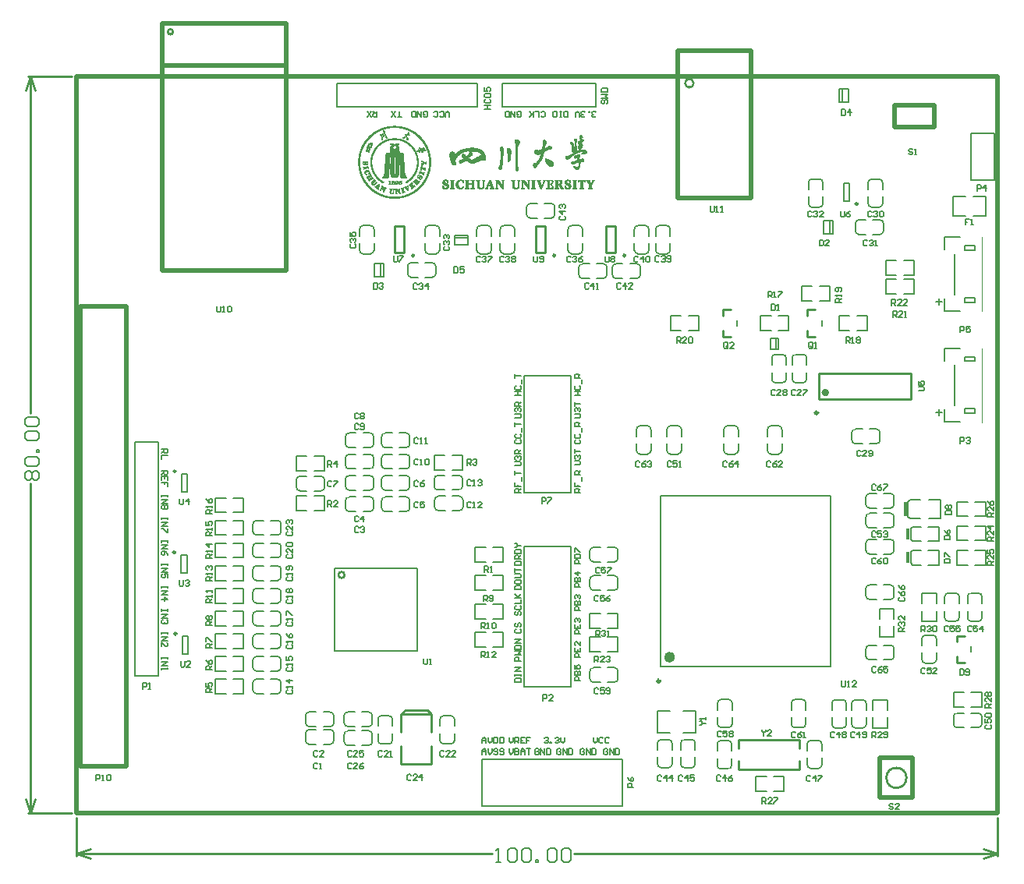
<source format=gto>
G04*
G04 #@! TF.GenerationSoftware,Altium Limited,Altium Designer,18.1.9 (240)*
G04*
G04 Layer_Color=65535*
%FSLAX24Y24*%
%MOIN*%
G70*
G01*
G75*
%ADD10C,0.0079*%
%ADD11C,0.0118*%
%ADD12C,0.0236*%
%ADD13C,0.0100*%
%ADD14C,0.0098*%
%ADD15C,0.0157*%
%ADD16C,0.0004*%
%ADD17C,0.0200*%
%ADD18C,0.0060*%
%ADD19C,0.0039*%
%ADD20C,0.0050*%
%ADD21R,0.0118X0.0630*%
%ADD22R,0.0118X0.0472*%
D10*
X24839Y2090D02*
G03*
X24996Y1932I157J0D01*
G01*
X25304D02*
G03*
X25461Y2090I0J157D01*
G01*
X25461Y2984D02*
G03*
X25304Y3141I-157J-0D01*
G01*
X24996Y3141D02*
G03*
X24839Y2984I0J-157D01*
G01*
X16004Y2949D02*
G03*
X16161Y3106I0J157D01*
G01*
X15539Y3106D02*
G03*
X15696Y2949I157J0D01*
G01*
X15696Y4157D02*
G03*
X15539Y4000I0J-157D01*
G01*
X16161D02*
G03*
X16004Y4157I-157J-0D01*
G01*
X11004Y4154D02*
G03*
X10847Y4311I-157J0D01*
G01*
X10847Y3689D02*
G03*
X11004Y3846I-0J157D01*
G01*
X9796Y3846D02*
G03*
X9953Y3689I157J-0D01*
G01*
Y4311D02*
G03*
X9796Y4154I0J-157D01*
G01*
X11004Y3404D02*
G03*
X10847Y3561I-157J0D01*
G01*
X10847Y2939D02*
G03*
X11004Y3096I-0J157D01*
G01*
X9796Y3096D02*
G03*
X9953Y2939I157J-0D01*
G01*
Y3561D02*
G03*
X9796Y3404I0J-157D01*
G01*
X11446Y3850D02*
G03*
X11603Y3692I157J0D01*
G01*
X11603Y4314D02*
G03*
X11446Y4157I0J-157D01*
G01*
X12654Y4157D02*
G03*
X12497Y4314I-157J0D01*
G01*
Y3692D02*
G03*
X12654Y3850I-0J157D01*
G01*
X12654Y3354D02*
G03*
X12497Y3511I-157J0D01*
G01*
X12497Y2889D02*
G03*
X12654Y3046I-0J157D01*
G01*
X11446Y3046D02*
G03*
X11603Y2889I157J0D01*
G01*
Y3511D02*
G03*
X11446Y3354I0J-157D01*
G01*
X8751Y12345D02*
G03*
X8594Y12503I-157J0D01*
G01*
X8594Y11881D02*
G03*
X8751Y12038I-0J157D01*
G01*
X7543Y12038D02*
G03*
X7700Y11881I157J0D01*
G01*
Y12503D02*
G03*
X7543Y12345I0J-157D01*
G01*
X8751Y11376D02*
G03*
X8594Y11534I-157J0D01*
G01*
X8594Y10912D02*
G03*
X8751Y11069I-0J157D01*
G01*
X7543Y11069D02*
G03*
X7700Y10912I157J0D01*
G01*
Y11534D02*
G03*
X7543Y11376I0J-157D01*
G01*
X8751Y10407D02*
G03*
X8594Y10565I-157J0D01*
G01*
X8594Y9943D02*
G03*
X8751Y10100I-0J157D01*
G01*
X7543Y10100D02*
G03*
X7700Y9943I157J-0D01*
G01*
Y10565D02*
G03*
X7543Y10407I0J-157D01*
G01*
X8751Y9438D02*
G03*
X8594Y9596I-157J0D01*
G01*
X8594Y8974D02*
G03*
X8751Y9131I-0J157D01*
G01*
X7543Y9131D02*
G03*
X7700Y8974I157J-0D01*
G01*
Y9596D02*
G03*
X7543Y9438I0J-157D01*
G01*
X8751Y8470D02*
G03*
X8594Y8627I-157J0D01*
G01*
X8594Y8005D02*
G03*
X8751Y8162I-0J157D01*
G01*
X7543Y8162D02*
G03*
X7700Y8005I157J-0D01*
G01*
Y8627D02*
G03*
X7543Y8470I0J-157D01*
G01*
X8751Y7501D02*
G03*
X8594Y7658I-157J0D01*
G01*
X8594Y7036D02*
G03*
X8751Y7194I-0J157D01*
G01*
X7543Y7194D02*
G03*
X7700Y7036I157J-0D01*
G01*
Y7658D02*
G03*
X7543Y7501I0J-157D01*
G01*
X8751Y6532D02*
G03*
X8594Y6689I-157J0D01*
G01*
X8594Y6067D02*
G03*
X8751Y6225I-0J157D01*
G01*
X7543Y6225D02*
G03*
X7700Y6067I157J-0D01*
G01*
Y6689D02*
G03*
X7543Y6532I0J-157D01*
G01*
X8751Y5563D02*
G03*
X8594Y5720I-157J0D01*
G01*
X8594Y5098D02*
G03*
X8751Y5256I-0J157D01*
G01*
X7543Y5256D02*
G03*
X7700Y5098I157J0D01*
G01*
Y5720D02*
G03*
X7543Y5563I0J-157D01*
G01*
X12259Y25117D02*
G03*
X12101Y24959I0J-157D01*
G01*
X12723Y24959D02*
G03*
X12566Y25117I-157J-0D01*
G01*
X12566Y23908D02*
G03*
X12723Y24065I0J157D01*
G01*
X12101D02*
G03*
X12259Y23908I157J0D01*
G01*
X14155Y23064D02*
G03*
X14312Y22907I157J0D01*
G01*
X14312Y23529D02*
G03*
X14155Y23371I0J-157D01*
G01*
X15363Y23371D02*
G03*
X15206Y23529I-157J0D01*
G01*
Y22907D02*
G03*
X15363Y23064I-0J157D01*
G01*
X15059Y25117D02*
G03*
X14901Y24959I0J-157D01*
G01*
X15523Y24959D02*
G03*
X15366Y25117I-157J-0D01*
G01*
X15366Y23908D02*
G03*
X15523Y24065I0J157D01*
G01*
X14901D02*
G03*
X15059Y23908I157J0D01*
G01*
X19246Y25596D02*
G03*
X19403Y25439I157J0D01*
G01*
X19403Y26061D02*
G03*
X19246Y25904I0J-157D01*
G01*
X20454Y25904D02*
G03*
X20297Y26061I-157J0D01*
G01*
Y25439D02*
G03*
X20454Y25596I-0J157D01*
G01*
X21474Y23014D02*
G03*
X21632Y22857I157J0D01*
G01*
X21632Y23479D02*
G03*
X21474Y23321I0J-157D01*
G01*
X22683Y23321D02*
G03*
X22525Y23479I-157J0D01*
G01*
Y22857D02*
G03*
X22683Y23014I-0J157D01*
G01*
X22907Y23014D02*
G03*
X23064Y22857I157J0D01*
G01*
X23064Y23479D02*
G03*
X22907Y23321I0J-157D01*
G01*
X24115Y23321D02*
G03*
X23958Y23479I-157J0D01*
G01*
Y22857D02*
G03*
X24115Y23014I-0J157D01*
G01*
X21175Y25117D02*
G03*
X21017Y24959I0J-157D01*
G01*
X21639Y24959D02*
G03*
X21482Y25117I-157J-0D01*
G01*
X21482Y23908D02*
G03*
X21639Y24065I0J157D01*
G01*
X21017D02*
G03*
X21175Y23908I157J0D01*
G01*
X24009Y25117D02*
G03*
X23852Y24959I0J-157D01*
G01*
X24474Y24959D02*
G03*
X24316Y25117I-157J-0D01*
G01*
X24316Y23908D02*
G03*
X24474Y24065I0J157D01*
G01*
X23852D02*
G03*
X24009Y23908I157J0D01*
G01*
X25229Y23908D02*
G03*
X25386Y24065I0J157D01*
G01*
X24764Y24065D02*
G03*
X24922Y23908I157J0D01*
G01*
X24922Y25117D02*
G03*
X24764Y24959I0J-157D01*
G01*
X25386D02*
G03*
X25229Y25117I-157J-0D01*
G01*
X33143Y15946D02*
G03*
X33300Y15789I157J0D01*
G01*
X33300Y16411D02*
G03*
X33143Y16254I0J-157D01*
G01*
X34351Y16254D02*
G03*
X34194Y16411I-157J0D01*
G01*
Y15789D02*
G03*
X34351Y15946I-0J157D01*
G01*
X33996Y27107D02*
G03*
X33839Y26950I0J-157D01*
G01*
X34461Y26950D02*
G03*
X34304Y27107I-157J-0D01*
G01*
X34304Y25899D02*
G03*
X34461Y26056I0J157D01*
G01*
X33839D02*
G03*
X33996Y25899I157J0D01*
G01*
X31446Y27107D02*
G03*
X31289Y26950I0J-157D01*
G01*
X31911Y26950D02*
G03*
X31754Y27107I-157J-0D01*
G01*
X31754Y25899D02*
G03*
X31911Y26056I0J157D01*
G01*
X31289D02*
G03*
X31446Y25899I157J0D01*
G01*
X33293Y24896D02*
G03*
X33450Y24739I157J0D01*
G01*
X33450Y25361D02*
G03*
X33293Y25204I0J-157D01*
G01*
X34501Y25204D02*
G03*
X34344Y25361I-157J0D01*
G01*
Y24739D02*
G03*
X34501Y24896I-0J157D01*
G01*
X33746Y13196D02*
G03*
X33903Y13039I157J0D01*
G01*
X33903Y13661D02*
G03*
X33746Y13504I0J-157D01*
G01*
X34954Y13504D02*
G03*
X34797Y13661I-157J0D01*
G01*
Y13039D02*
G03*
X34954Y13196I-0J157D01*
G01*
X33746Y12346D02*
G03*
X33903Y12189I157J0D01*
G01*
X33903Y12811D02*
G03*
X33746Y12654I0J-157D01*
G01*
X34954Y12654D02*
G03*
X34797Y12811I-157J0D01*
G01*
Y12189D02*
G03*
X34954Y12346I-0J157D01*
G01*
X33746Y11233D02*
G03*
X33903Y11076I157J0D01*
G01*
X33903Y11698D02*
G03*
X33746Y11540I0J-157D01*
G01*
X34954Y11540D02*
G03*
X34797Y11698I-157J0D01*
G01*
Y11076D02*
G03*
X34954Y11233I-0J157D01*
G01*
X33746Y9283D02*
G03*
X33903Y9126I157J0D01*
G01*
X33903Y9748D02*
G03*
X33746Y9590I0J-157D01*
G01*
X34954Y9590D02*
G03*
X34797Y9748I-157J0D01*
G01*
Y9126D02*
G03*
X34954Y9283I-0J157D01*
G01*
X38246Y9401D02*
G03*
X38089Y9244I0J-157D01*
G01*
X38711Y9244D02*
G03*
X38554Y9401I-157J-0D01*
G01*
X38554Y8193D02*
G03*
X38711Y8350I0J157D01*
G01*
X38089D02*
G03*
X38246Y8193I157J0D01*
G01*
X37271Y9401D02*
G03*
X37114Y9244I0J-157D01*
G01*
X37736Y9244D02*
G03*
X37579Y9401I-157J-0D01*
G01*
X37579Y8193D02*
G03*
X37736Y8350I0J157D01*
G01*
X37114D02*
G03*
X37271Y8193I157J0D01*
G01*
X36296Y7607D02*
G03*
X36139Y7450I0J-157D01*
G01*
X36761Y7450D02*
G03*
X36604Y7607I-157J-0D01*
G01*
X36604Y6399D02*
G03*
X36761Y6556I0J157D01*
G01*
X36139D02*
G03*
X36296Y6399I157J0D01*
G01*
X38701Y4113D02*
G03*
X38544Y4270I-157J0D01*
G01*
X38544Y3648D02*
G03*
X38701Y3806I-0J157D01*
G01*
X37493Y3806D02*
G03*
X37650Y3648I157J0D01*
G01*
Y4270D02*
G03*
X37493Y4113I0J-157D01*
G01*
X33604Y3632D02*
G03*
X33761Y3790I0J157D01*
G01*
X33139Y3790D02*
G03*
X33296Y3632I157J0D01*
G01*
X33296Y4841D02*
G03*
X33139Y4684I0J-157D01*
G01*
X33761D02*
G03*
X33604Y4841I-157J-0D01*
G01*
X32754Y3632D02*
G03*
X32911Y3790I0J157D01*
G01*
X32289Y3790D02*
G03*
X32446Y3632I157J0D01*
G01*
X32446Y4841D02*
G03*
X32289Y4684I0J-157D01*
G01*
X32911D02*
G03*
X32754Y4841I-157J-0D01*
G01*
X30714Y4854D02*
G03*
X30556Y4697I0J-157D01*
G01*
X31178Y4697D02*
G03*
X31021Y4854I-157J-0D01*
G01*
X31021Y3646D02*
G03*
X31178Y3803I0J157D01*
G01*
X30556D02*
G03*
X30714Y3646I157J0D01*
G01*
X27854Y1882D02*
G03*
X28011Y2040I0J157D01*
G01*
X27389Y2040D02*
G03*
X27546Y1882I157J0D01*
G01*
X27546Y3091D02*
G03*
X27389Y2934I0J-157D01*
G01*
X28011D02*
G03*
X27854Y3091I-157J-0D01*
G01*
X27564Y4854D02*
G03*
X27407Y4697I0J-157D01*
G01*
X28029Y4697D02*
G03*
X27871Y4854I-157J-0D01*
G01*
X27871Y3646D02*
G03*
X28029Y3803I0J157D01*
G01*
X27407D02*
G03*
X27564Y3646I157J0D01*
G01*
X25989Y3141D02*
G03*
X25832Y2984I0J-157D01*
G01*
X26454Y2984D02*
G03*
X26296Y3141I-157J-0D01*
G01*
X26296Y1932D02*
G03*
X26454Y2090I0J157D01*
G01*
X25832D02*
G03*
X25989Y1932I157J0D01*
G01*
X23154Y6054D02*
G03*
X22997Y6211I-157J0D01*
G01*
X22997Y5589D02*
G03*
X23154Y5746I-0J157D01*
G01*
X21946Y5746D02*
G03*
X22103Y5589I157J0D01*
G01*
Y6211D02*
G03*
X21946Y6054I0J-157D01*
G01*
X23154Y9987D02*
G03*
X22997Y10144I-157J0D01*
G01*
X22997Y9522D02*
G03*
X23154Y9680I-0J157D01*
G01*
X21946Y9680D02*
G03*
X22103Y9522I157J0D01*
G01*
Y10144D02*
G03*
X21946Y9987I0J-157D01*
G01*
X23154Y11204D02*
G03*
X22997Y11361I-157J0D01*
G01*
X22997Y10739D02*
G03*
X23154Y10896I-0J157D01*
G01*
X21946Y10896D02*
G03*
X22103Y10739I157J0D01*
G01*
Y11361D02*
G03*
X21946Y11204I0J-157D01*
G01*
X15315Y13080D02*
G03*
X15472Y12923I157J0D01*
G01*
X15472Y13545D02*
G03*
X15315Y13387I0J-157D01*
G01*
X16523Y13387D02*
G03*
X16366Y13545I-157J0D01*
G01*
Y12923D02*
G03*
X16523Y13080I-0J157D01*
G01*
X15296Y13969D02*
G03*
X15453Y13811I157J0D01*
G01*
X15453Y14433D02*
G03*
X15296Y14276I0J-157D01*
G01*
X16504Y14276D02*
G03*
X16347Y14433I-157J0D01*
G01*
Y13811D02*
G03*
X16504Y13969I-0J157D01*
G01*
X13046Y13958D02*
G03*
X13203Y13800I157J0D01*
G01*
X13203Y14422D02*
G03*
X13046Y14265I0J-157D01*
G01*
X14254Y14265D02*
G03*
X14097Y14422I-157J0D01*
G01*
Y13800D02*
G03*
X14254Y13958I-0J157D01*
G01*
X14254Y15176D02*
G03*
X14097Y15333I-157J0D01*
G01*
X14097Y14711D02*
G03*
X14254Y14869I-0J157D01*
G01*
X13046Y14869D02*
G03*
X13203Y14711I157J0D01*
G01*
Y15333D02*
G03*
X13046Y15176I0J-157D01*
G01*
X14254Y16087D02*
G03*
X14097Y16245I-157J0D01*
G01*
X14097Y15623D02*
G03*
X14254Y15780I-0J157D01*
G01*
X13046Y15780D02*
G03*
X13203Y15623I157J0D01*
G01*
Y16245D02*
G03*
X13046Y16087I0J-157D01*
G01*
X12711Y14265D02*
G03*
X12553Y14422I-157J0D01*
G01*
X12553Y13800D02*
G03*
X12711Y13958I-0J157D01*
G01*
X11502Y13958D02*
G03*
X11659Y13800I157J-0D01*
G01*
Y14422D02*
G03*
X11502Y14265I0J-157D01*
G01*
X12711Y13354D02*
G03*
X12553Y13511I-157J0D01*
G01*
X12553Y12889D02*
G03*
X12711Y13046I-0J157D01*
G01*
X11502Y13046D02*
G03*
X11659Y12889I157J-0D01*
G01*
Y13511D02*
G03*
X11502Y13354I0J-157D01*
G01*
X12711Y15176D02*
G03*
X12553Y15333I-157J0D01*
G01*
X12553Y14711D02*
G03*
X12711Y14869I-0J157D01*
G01*
X11502Y14869D02*
G03*
X11659Y14711I157J-0D01*
G01*
Y15333D02*
G03*
X11502Y15176I0J-157D01*
G01*
X12711Y16087D02*
G03*
X12553Y16245I-157J0D01*
G01*
X12553Y15623D02*
G03*
X12711Y15780I-0J157D01*
G01*
X11502Y15780D02*
G03*
X11659Y15623I157J-0D01*
G01*
Y16245D02*
G03*
X11502Y16087I0J-157D01*
G01*
X13046Y13046D02*
G03*
X13203Y12889I157J0D01*
G01*
X13203Y13511D02*
G03*
X13046Y13354I0J-157D01*
G01*
X14254Y13354D02*
G03*
X14097Y13511I-157J0D01*
G01*
Y12889D02*
G03*
X14254Y13046I-0J157D01*
G01*
X10611Y14241D02*
G03*
X10454Y14398I-157J0D01*
G01*
X10454Y13776D02*
G03*
X10611Y13933I-0J157D01*
G01*
X9403Y13933D02*
G03*
X9560Y13776I157J0D01*
G01*
Y14398D02*
G03*
X9403Y14241I0J-157D01*
G01*
X13354Y2949D02*
G03*
X13511Y3106I0J157D01*
G01*
X12889Y3106D02*
G03*
X13046Y2949I157J0D01*
G01*
X13046Y4157D02*
G03*
X12889Y4000I0J-157D01*
G01*
X13511D02*
G03*
X13354Y4157I-157J-0D01*
G01*
X31057Y18396D02*
G03*
X31214Y18553I0J157D01*
G01*
X30592Y18553D02*
G03*
X30750Y18396I157J0D01*
G01*
X30750Y19604D02*
G03*
X30592Y19447I0J-157D01*
G01*
X31214D02*
G03*
X31057Y19604I-157J-0D01*
G01*
X30186Y18396D02*
G03*
X30343Y18553I0J157D01*
G01*
X29721Y18553D02*
G03*
X29879Y18396I157J0D01*
G01*
X29879Y19604D02*
G03*
X29721Y19447I0J-157D01*
G01*
X30343D02*
G03*
X30186Y19604I-157J-0D01*
G01*
X17275Y25117D02*
G03*
X17117Y24959I0J-157D01*
G01*
X17739Y24959D02*
G03*
X17582Y25117I-157J-0D01*
G01*
X17582Y23908D02*
G03*
X17739Y24065I0J157D01*
G01*
X17117D02*
G03*
X17275Y23908I157J0D01*
G01*
X18582Y23908D02*
G03*
X18739Y24065I0J157D01*
G01*
X18117Y24065D02*
G03*
X18275Y23908I157J0D01*
G01*
X18275Y25117D02*
G03*
X18117Y24959I0J-157D01*
G01*
X18739D02*
G03*
X18582Y25117I-157J-0D01*
G01*
X31704Y1899D02*
G03*
X31861Y2056I0J157D01*
G01*
X31239Y2056D02*
G03*
X31396Y1899I157J0D01*
G01*
X31396Y3107D02*
G03*
X31239Y2950I0J-157D01*
G01*
X31861D02*
G03*
X31704Y3107I-157J-0D01*
G01*
X25706Y15343D02*
G03*
X25863Y15500I0J157D01*
G01*
X25241Y15500D02*
G03*
X25399Y15343I157J0D01*
G01*
X25399Y16551D02*
G03*
X25241Y16394I0J-157D01*
G01*
X25863D02*
G03*
X25706Y16551I-157J-0D01*
G01*
X30004Y15343D02*
G03*
X30161Y15500I0J157D01*
G01*
X29539Y15500D02*
G03*
X29696Y15343I157J0D01*
G01*
X29696Y16551D02*
G03*
X29539Y16394I0J-157D01*
G01*
X30161D02*
G03*
X30004Y16551I-157J-0D01*
G01*
X24404Y15343D02*
G03*
X24561Y15500I0J157D01*
G01*
X23939Y15500D02*
G03*
X24096Y15343I157J0D01*
G01*
X24096Y16551D02*
G03*
X23939Y16394I0J-157D01*
G01*
X24561D02*
G03*
X24404Y16551I-157J-0D01*
G01*
X28137Y15343D02*
G03*
X28294Y15500I0J157D01*
G01*
X27672Y15500D02*
G03*
X27830Y15343I157J0D01*
G01*
X27830Y16551D02*
G03*
X27672Y16394I0J-157D01*
G01*
X28294D02*
G03*
X28137Y16551I-157J-0D01*
G01*
X33746Y6704D02*
G03*
X33903Y6547I157J0D01*
G01*
X33903Y7169D02*
G03*
X33746Y7011I0J-157D01*
G01*
X34954Y7011D02*
G03*
X34797Y7169I-157J0D01*
G01*
Y6547D02*
G03*
X34954Y6704I-0J157D01*
G01*
X25461Y2090D02*
Y2379D01*
X25461Y2694D02*
Y2984D01*
X24839Y2694D02*
Y2984D01*
X24996Y1932D02*
X25304D01*
X24996Y3141D02*
X25304D01*
X24839Y2090D02*
Y2379D01*
X11150Y30200D02*
X17150D01*
X11150Y31200D02*
X17150D01*
X11150Y30200D02*
Y31200D01*
X17150Y30200D02*
Y31200D01*
X18200Y30200D02*
Y31200D01*
X22200D01*
X18200Y30200D02*
X22200D01*
Y31200D01*
X16726Y24303D02*
Y24697D01*
X16174Y24303D02*
Y24697D01*
Y24303D02*
X16726D01*
X16174Y24697D02*
X16726D01*
X16174Y24579D02*
X16726D01*
X35357Y22207D02*
X35804D01*
X34596D02*
Y22829D01*
X35804Y22207D02*
Y22829D01*
X34596Y22207D02*
X35043D01*
X35357Y22829D02*
X35804D01*
X34596D02*
X35043D01*
X35357Y23007D02*
X35804D01*
X34596D02*
Y23629D01*
X35804Y23007D02*
Y23629D01*
X34596Y23007D02*
X35043D01*
X35357Y23629D02*
X35804D01*
X34596D02*
X35043D01*
X19150Y11400D02*
X21150D01*
Y5400D02*
Y11400D01*
X19150Y5400D02*
X21150D01*
X19150D02*
Y11400D01*
Y18700D02*
X21150D01*
X19150Y13700D02*
X21150D01*
X19150D02*
Y18700D01*
X21150Y13700D02*
Y18700D01*
X23350Y300D02*
Y2300D01*
X17350Y300D02*
X23350D01*
X17350D02*
Y2300D01*
X23350D01*
X16161Y3711D02*
Y4000D01*
X15696Y2949D02*
X16004D01*
X15696Y4157D02*
X16004D01*
X16161Y3106D02*
Y3396D01*
X15539Y3106D02*
Y3396D01*
X15539Y3711D02*
Y4000D01*
X9953Y4311D02*
X10243D01*
X11004Y3846D02*
Y4154D01*
X9796Y3846D02*
Y4154D01*
X10557Y4311D02*
X10847D01*
X10557Y3689D02*
X10847D01*
X9953Y3689D02*
X10243D01*
X9953Y3561D02*
X10243D01*
X11004Y3096D02*
Y3404D01*
X9796Y3096D02*
Y3404D01*
X10557Y3561D02*
X10847D01*
X10557Y2939D02*
X10847D01*
X9953Y2939D02*
X10243D01*
X12207Y3692D02*
X12497D01*
X11446Y3850D02*
Y4157D01*
X12654Y3850D02*
Y4157D01*
X11603Y3692D02*
X11893D01*
X11603Y4314D02*
X11893D01*
X12207Y4314D02*
X12497D01*
X11603Y3511D02*
X11893D01*
X12654Y3046D02*
Y3354D01*
X11446Y3046D02*
Y3354D01*
X12207Y3511D02*
X12497D01*
X12207Y2889D02*
X12497D01*
X11603Y2889D02*
X11893D01*
X5943Y13472D02*
X6389D01*
X7151Y12849D02*
Y13472D01*
X5943Y12849D02*
Y13472D01*
X6704D02*
X7151D01*
X5943Y12849D02*
X6389D01*
X6704D02*
X7151D01*
X5943Y12503D02*
X6389D01*
X7151Y11881D02*
Y12503D01*
X5943Y11881D02*
Y12503D01*
X6704D02*
X7151D01*
X5943Y11881D02*
X6389D01*
X6704D02*
X7151D01*
X5943Y11534D02*
X6389D01*
X7151Y10912D02*
Y11534D01*
X5943Y10912D02*
Y11534D01*
X6704D02*
X7151D01*
X5943Y10912D02*
X6389D01*
X6704D02*
X7151D01*
X5943Y10565D02*
X6389D01*
X7151Y9943D02*
Y10565D01*
X5943Y9943D02*
Y10565D01*
X6704D02*
X7151D01*
X5943Y9943D02*
X6389D01*
X6704D02*
X7151D01*
X5943Y9596D02*
X6389D01*
X7151Y8974D02*
Y9596D01*
X5943Y8974D02*
Y9596D01*
X6704D02*
X7151D01*
X5943Y8974D02*
X6389D01*
X6704D02*
X7151D01*
X5943Y8627D02*
X6389D01*
X7151Y8005D02*
Y8627D01*
X5943Y8005D02*
Y8627D01*
X6704D02*
X7151D01*
X5943Y8005D02*
X6389D01*
X6704D02*
X7151D01*
X5943Y7658D02*
X6389D01*
X7151Y7036D02*
Y7658D01*
X5943Y7036D02*
Y7658D01*
X6704D02*
X7151D01*
X5943Y7036D02*
X6389D01*
X6704D02*
X7151D01*
X5943Y6689D02*
X6389D01*
X7151Y6067D02*
Y6689D01*
X5943Y6067D02*
Y6689D01*
X6704D02*
X7151D01*
X5943Y6067D02*
X6389D01*
X6704D02*
X7151D01*
X7700Y12503D02*
X7989D01*
X8751Y12038D02*
Y12345D01*
X7543Y12038D02*
Y12345D01*
X8304Y12503D02*
X8594D01*
X8304Y11881D02*
X8594D01*
X7700Y11881D02*
X7989D01*
X7700Y11534D02*
X7989D01*
X8751Y11069D02*
Y11376D01*
X7543Y11069D02*
Y11376D01*
X8304Y11534D02*
X8594D01*
X8304Y10912D02*
X8594D01*
X7700Y10912D02*
X7989D01*
X7700Y10565D02*
X7989D01*
X8751Y10100D02*
Y10407D01*
X7543Y10100D02*
Y10407D01*
X8304Y10565D02*
X8594D01*
X8304Y9943D02*
X8594D01*
X7700Y9943D02*
X7989D01*
X7700Y9596D02*
X7989D01*
X8751Y9131D02*
Y9438D01*
X7543Y9131D02*
Y9438D01*
X8304Y9596D02*
X8594D01*
X8304Y8974D02*
X8594D01*
X7700Y8974D02*
X7989D01*
X7700Y8627D02*
X7989D01*
X8751Y8162D02*
Y8470D01*
X7543Y8162D02*
Y8470D01*
X8304Y8627D02*
X8594D01*
X8304Y8005D02*
X8594D01*
X7700Y8005D02*
X7989D01*
X7700Y7658D02*
X7989D01*
X8751Y7194D02*
Y7501D01*
X7543Y7194D02*
Y7501D01*
X8304Y7658D02*
X8594D01*
X8304Y7036D02*
X8594D01*
X7700Y7036D02*
X7989D01*
X7700Y6689D02*
X7989D01*
X8751Y6225D02*
Y6532D01*
X7543Y6225D02*
Y6532D01*
X8304Y6689D02*
X8594D01*
X8304Y6067D02*
X8594D01*
X7700Y6067D02*
X7989D01*
X7700Y5720D02*
X7989D01*
X8751Y5256D02*
Y5563D01*
X7543Y5256D02*
Y5563D01*
X8304Y5720D02*
X8594D01*
X8304Y5098D02*
X8594D01*
X7700Y5098D02*
X7989D01*
X5943Y5720D02*
X6389D01*
X7151Y5098D02*
Y5720D01*
X5943Y5098D02*
Y5720D01*
X6704D02*
X7151D01*
X5943Y5098D02*
X6389D01*
X6704D02*
X7151D01*
X32245Y6267D02*
Y13551D01*
X24962Y6267D02*
Y13551D01*
X32245D01*
X24962Y6267D02*
X32245D01*
X11054Y9852D02*
Y10456D01*
X11335D01*
X11443D01*
X11659D01*
X11054Y6941D02*
Y9852D01*
Y6941D02*
X14570D01*
Y10456D01*
X11659D02*
X14570D01*
X12727Y22936D02*
X13121D01*
X12727Y23487D02*
X13121D01*
X12727Y22936D02*
Y23487D01*
X13121Y22936D02*
Y23487D01*
X13003Y22936D02*
Y23487D01*
X12101Y24065D02*
Y24355D01*
X12259Y25117D02*
X12566D01*
X12259Y23908D02*
X12566D01*
X12101Y24670D02*
Y24959D01*
X12723Y24670D02*
Y24959D01*
X12723Y24065D02*
Y24355D01*
X14917Y22907D02*
X15206D01*
X14155Y23064D02*
Y23371D01*
X15363Y23064D02*
Y23371D01*
X14312Y22907D02*
X14602D01*
X14312Y23529D02*
X14602D01*
X14917Y23529D02*
X15206D01*
X14901Y24065D02*
Y24355D01*
X15059Y25117D02*
X15366D01*
X15059Y23908D02*
X15366D01*
X14901Y24670D02*
Y24959D01*
X15523Y24670D02*
Y24959D01*
X15523Y24065D02*
Y24355D01*
X20007Y25439D02*
X20297D01*
X19246Y25596D02*
Y25904D01*
X20454Y25596D02*
Y25904D01*
X19403Y25439D02*
X19693D01*
X19403Y26061D02*
X19693D01*
X20007Y26061D02*
X20297D01*
X22236Y22857D02*
X22525D01*
X21474Y23014D02*
Y23321D01*
X22683Y23014D02*
Y23321D01*
X21632Y22857D02*
X21921D01*
X21632Y23479D02*
X21921D01*
X22236Y23479D02*
X22525D01*
X23669Y22857D02*
X23958D01*
X22907Y23014D02*
Y23321D01*
X24115Y23014D02*
Y23321D01*
X23064Y22857D02*
X23354D01*
X23064Y23479D02*
X23354D01*
X23669Y23479D02*
X23958D01*
X21017Y24065D02*
Y24355D01*
X21175Y25117D02*
X21482D01*
X21175Y23908D02*
X21482D01*
X21017Y24670D02*
Y24959D01*
X21639Y24670D02*
Y24959D01*
X21639Y24065D02*
Y24355D01*
X23852Y24065D02*
Y24355D01*
X24009Y25117D02*
X24316D01*
X24009Y23908D02*
X24316D01*
X23852Y24670D02*
Y24959D01*
X24474Y24670D02*
Y24959D01*
X24474Y24065D02*
Y24355D01*
X25386Y24670D02*
Y24959D01*
X24922Y23908D02*
X25229D01*
X24922Y25117D02*
X25229D01*
X25386Y24065D02*
Y24355D01*
X24764Y24065D02*
Y24355D01*
X24764Y24670D02*
Y24959D01*
X28254Y20832D02*
Y21068D01*
X31857Y20832D02*
Y21068D01*
X29681Y19814D02*
X29996D01*
X29681Y20286D02*
X29996D01*
X29890Y19814D02*
Y20286D01*
X29996Y19814D02*
Y20286D01*
X29681Y19814D02*
Y20286D01*
X29246Y21261D02*
X29693D01*
X30454Y20639D02*
Y21261D01*
X29246Y20639D02*
Y21261D01*
X30007D02*
X30454D01*
X29246Y20639D02*
X29693D01*
X30007D02*
X30454D01*
X30996Y22511D02*
X31443D01*
X32204Y21889D02*
Y22511D01*
X30996Y21889D02*
Y22511D01*
X31757D02*
X32204D01*
X30996Y21889D02*
X31443D01*
X31757D02*
X32204D01*
X33904Y15789D02*
X34194D01*
X33143Y15946D02*
Y16254D01*
X34351Y15946D02*
Y16254D01*
X33300Y15789D02*
X33589D01*
X33300Y16411D02*
X33589D01*
X33904Y16411D02*
X34194D01*
X32800Y26166D02*
Y26934D01*
X33050D01*
Y26166D02*
Y26934D01*
X32853Y26166D02*
X33050D01*
X32800D02*
X32981D01*
X33839Y26056D02*
Y26346D01*
X33996Y27107D02*
X34304D01*
X33996Y25899D02*
X34304D01*
X33839Y26661D02*
Y26950D01*
X34461Y26661D02*
Y26950D01*
X34461Y26056D02*
Y26346D01*
X31289Y26056D02*
Y26346D01*
X31446Y27107D02*
X31754D01*
X31446Y25899D02*
X31754D01*
X31289Y26661D02*
Y26950D01*
X31911Y26661D02*
Y26950D01*
X31911Y26056D02*
Y26346D01*
X31931Y24769D02*
X32324D01*
X31931Y25320D02*
X32324D01*
X31931Y24769D02*
Y25320D01*
X32324Y24769D02*
Y25320D01*
X32206Y24769D02*
Y25320D01*
X34054Y24739D02*
X34344D01*
X33293Y24896D02*
Y25204D01*
X34501Y24896D02*
Y25204D01*
X33450Y24739D02*
X33739D01*
X33450Y25361D02*
X33739D01*
X34054Y25361D02*
X34344D01*
X38250Y27050D02*
Y29050D01*
Y27050D02*
X39250D01*
Y29050D01*
X38250D02*
X39250D01*
X37472Y26357D02*
X37992D01*
X38346D02*
X38866D01*
X38346Y25543D02*
X38866D01*
X37472D02*
X37992D01*
X37472D02*
Y26357D01*
X38866Y25543D02*
Y26357D01*
X34507Y13039D02*
X34797D01*
X33746Y13196D02*
Y13504D01*
X34954Y13196D02*
Y13504D01*
X33903Y13039D02*
X34193D01*
X33903Y13661D02*
X34193D01*
X34507Y13661D02*
X34797D01*
X34507Y12189D02*
X34797D01*
X33746Y12346D02*
Y12654D01*
X34954Y12346D02*
Y12654D01*
X33903Y12189D02*
X34193D01*
X33903Y12811D02*
X34193D01*
X34507Y12811D02*
X34797D01*
X34507Y11076D02*
X34797D01*
X33746Y11233D02*
Y11540D01*
X34954Y11233D02*
Y11540D01*
X33903Y11076D02*
X34193D01*
X33903Y11698D02*
X34193D01*
X34507Y11698D02*
X34797D01*
X34507Y9126D02*
X34797D01*
X33746Y9283D02*
Y9590D01*
X34954Y9283D02*
Y9590D01*
X33903Y9126D02*
X34193D01*
X33903Y9748D02*
X34193D01*
X34507Y9748D02*
X34797D01*
X34954Y8294D02*
Y8741D01*
X34332Y7532D02*
X34954D01*
X34332Y8741D02*
X34954D01*
Y7532D02*
Y7979D01*
X34332Y8294D02*
Y8741D01*
Y7532D02*
Y7979D01*
X35646Y12583D02*
X36073D01*
X35553Y12676D02*
X35646Y12583D01*
X35553Y13306D02*
X35640Y13398D01*
X36073D01*
X36427D02*
X36947D01*
X36427Y12583D02*
X36947D01*
X35553Y12676D02*
Y13306D01*
X36947Y12583D02*
Y13398D01*
X36420Y11614D02*
X36867D01*
X35751D02*
X36105D01*
X36420Y12236D02*
X36867D01*
X35672Y11689D02*
Y12160D01*
X36867Y11614D02*
Y12236D01*
X35751D02*
X36105D01*
X35672Y12160D02*
X35751Y12236D01*
X35672Y11689D02*
X35751Y11614D01*
X36420Y10608D02*
X36867D01*
X35751D02*
X36105D01*
X36420Y11230D02*
X36867D01*
X35672Y10684D02*
Y11154D01*
X36867Y10608D02*
Y11230D01*
X35751D02*
X36105D01*
X35672Y11154D02*
X35751Y11230D01*
X35672Y10684D02*
X35751Y10608D01*
X38412Y12680D02*
X38859D01*
X37650D02*
Y13302D01*
X38859Y12680D02*
Y13302D01*
X37650Y12680D02*
X38097D01*
X38412Y13302D02*
X38859D01*
X37650D02*
X38097D01*
X38412Y11644D02*
X38859D01*
X37650D02*
Y12266D01*
X38859Y11644D02*
Y12266D01*
X37650Y11644D02*
X38097D01*
X38412Y12266D02*
X38859D01*
X37650D02*
X38097D01*
X38412Y10608D02*
X38859D01*
X37650D02*
Y11230D01*
X38859Y10608D02*
Y11230D01*
X37650Y10608D02*
X38097D01*
X38412Y11230D02*
X38859D01*
X37650D02*
X38097D01*
X38089Y8350D02*
Y8639D01*
X38246Y9401D02*
X38554D01*
X38246Y8193D02*
X38554D01*
X38089Y8954D02*
Y9244D01*
X38711Y8954D02*
Y9244D01*
X38711Y8350D02*
Y8639D01*
X37114Y8350D02*
Y8639D01*
X37271Y9401D02*
X37579D01*
X37271Y8193D02*
X37579D01*
X37114Y8954D02*
Y9244D01*
X37736Y8954D02*
Y9244D01*
X37736Y8350D02*
Y8639D01*
X36761Y8954D02*
Y9401D01*
X36139Y8193D02*
X36761D01*
X36139Y9401D02*
X36761D01*
Y8193D02*
Y8639D01*
X36139Y8954D02*
Y9401D01*
Y8193D02*
Y8639D01*
X36139Y6556D02*
Y6846D01*
X36296Y7607D02*
X36604D01*
X36296Y6399D02*
X36604D01*
X36139Y7161D02*
Y7450D01*
X36761Y7161D02*
Y7450D01*
X36761Y6556D02*
Y6846D01*
X38254Y6882D02*
Y7118D01*
X37650Y4270D02*
X37939D01*
X38701Y3806D02*
Y4113D01*
X37493Y3806D02*
Y4113D01*
X38254Y4270D02*
X38544D01*
X38254Y3648D02*
X38544D01*
X37650Y3648D02*
X37939D01*
X37493Y5161D02*
X37939D01*
X38701Y4539D02*
Y5161D01*
X37493Y4539D02*
Y5161D01*
X38254D02*
X38701D01*
X37493Y4539D02*
X37939D01*
X38254D02*
X38701D01*
X34039Y3632D02*
Y4079D01*
Y4841D02*
X34661D01*
X34039Y3632D02*
X34661D01*
X34039Y4394D02*
Y4841D01*
X34661Y3632D02*
Y4079D01*
Y4394D02*
Y4841D01*
X33761Y4394D02*
Y4684D01*
X33296Y3632D02*
X33604D01*
X33296Y4841D02*
X33604D01*
X33761Y3790D02*
Y4079D01*
X33139Y3790D02*
Y4079D01*
X33139Y4394D02*
Y4684D01*
X32911Y4394D02*
Y4684D01*
X32446Y3632D02*
X32754D01*
X32446Y4841D02*
X32754D01*
X32911Y3790D02*
Y4079D01*
X32289Y3790D02*
Y4079D01*
X32289Y4394D02*
Y4684D01*
X30556Y3803D02*
Y4093D01*
X30714Y4854D02*
X31021D01*
X30714Y3646D02*
X31021D01*
X30556Y4407D02*
Y4697D01*
X31178Y4407D02*
Y4697D01*
X31178Y3803D02*
Y4093D01*
X28011Y2644D02*
Y2934D01*
X27546Y1882D02*
X27854D01*
X27546Y3091D02*
X27854D01*
X28011Y2040D02*
Y2329D01*
X27389Y2040D02*
Y2329D01*
X27389Y2644D02*
Y2934D01*
X27407Y3803D02*
Y4093D01*
X27564Y4854D02*
X27871D01*
X27564Y3646D02*
X27871D01*
X27407Y4407D02*
Y4697D01*
X28029Y4407D02*
Y4697D01*
X28029Y3803D02*
Y4093D01*
X25832Y2090D02*
Y2379D01*
X25989Y3141D02*
X26296D01*
X25989Y1932D02*
X26296D01*
X25832Y2694D02*
Y2984D01*
X26454Y2694D02*
Y2984D01*
X26454Y2090D02*
Y2379D01*
X24844Y4372D02*
X25377D01*
X26458Y3428D02*
Y4372D01*
X24844Y3428D02*
Y4372D01*
Y3428D02*
X25377D01*
X25924D02*
X26458D01*
X25924Y4372D02*
X26458D01*
X22103Y6211D02*
X22393D01*
X23154Y5746D02*
Y6054D01*
X21946Y5746D02*
Y6054D01*
X22707Y6211D02*
X22997D01*
X22707Y5589D02*
X22997D01*
X22103Y5589D02*
X22393D01*
X21946Y7511D02*
X22393D01*
X23154Y6889D02*
Y7511D01*
X21946Y6889D02*
Y7511D01*
X22707D02*
X23154D01*
X21946Y6889D02*
X22393D01*
X22707D02*
X23154D01*
X21946Y8511D02*
X22393D01*
X23154Y7889D02*
Y8511D01*
X21946Y7889D02*
Y8511D01*
X22707D02*
X23154D01*
X21946Y7889D02*
X22393D01*
X22707D02*
X23154D01*
X22103Y10144D02*
X22393D01*
X23154Y9680D02*
Y9987D01*
X21946Y9680D02*
Y9987D01*
X22707Y10144D02*
X22997D01*
X22707Y9522D02*
X22997D01*
X22103Y9522D02*
X22393D01*
X22103Y11361D02*
X22393D01*
X23154Y10896D02*
Y11204D01*
X21946Y10896D02*
Y11204D01*
X22707Y11361D02*
X22997D01*
X22707Y10739D02*
X22997D01*
X22103Y10739D02*
X22393D01*
X17046Y7711D02*
X17493D01*
X18254Y7089D02*
Y7711D01*
X17046Y7089D02*
Y7711D01*
X17807D02*
X18254D01*
X17046Y7089D02*
X17493D01*
X17807D02*
X18254D01*
X17046Y8928D02*
X17493D01*
X18254Y8306D02*
Y8928D01*
X17046Y8306D02*
Y8928D01*
X17807D02*
X18254D01*
X17046Y8306D02*
X17493D01*
X17807D02*
X18254D01*
X17046Y10144D02*
X17493D01*
X18254Y9522D02*
Y10144D01*
X17046Y9522D02*
Y10144D01*
X17807D02*
X18254D01*
X17046Y9522D02*
X17493D01*
X17807D02*
X18254D01*
X17046Y11361D02*
X17493D01*
X18254Y10739D02*
Y11361D01*
X17046Y10739D02*
Y11361D01*
X17807D02*
X18254D01*
X17046Y10739D02*
X17493D01*
X17807D02*
X18254D01*
X16076Y12923D02*
X16366D01*
X15315Y13080D02*
Y13387D01*
X16523Y13080D02*
Y13387D01*
X15472Y12923D02*
X15761D01*
X15472Y13545D02*
X15761D01*
X16076Y13545D02*
X16366D01*
X16057Y13811D02*
X16347D01*
X15296Y13969D02*
Y14276D01*
X16504Y13969D02*
Y14276D01*
X15453Y13811D02*
X15743D01*
X15453Y14433D02*
X15743D01*
X16057Y14433D02*
X16347D01*
X16067Y14666D02*
X16514D01*
X15306D02*
Y15288D01*
X16514Y14666D02*
Y15288D01*
X15306Y14666D02*
X15752D01*
X16067Y15288D02*
X16514D01*
X15306D02*
X15752D01*
X13807Y13800D02*
X14097D01*
X13046Y13958D02*
Y14265D01*
X14254Y13958D02*
Y14265D01*
X13203Y13800D02*
X13493D01*
X13203Y14422D02*
X13493D01*
X13807Y14422D02*
X14097D01*
X13203Y15333D02*
X13493D01*
X14254Y14869D02*
Y15176D01*
X13046Y14869D02*
Y15176D01*
X13807Y15333D02*
X14097D01*
X13807Y14711D02*
X14097D01*
X13203Y14711D02*
X13493D01*
X13203Y16245D02*
X13493D01*
X14254Y15780D02*
Y16087D01*
X13046Y15780D02*
Y16087D01*
X13807Y16245D02*
X14097D01*
X13807Y15623D02*
X14097D01*
X13203Y15623D02*
X13493D01*
X11659Y14422D02*
X11949D01*
X12711Y13958D02*
Y14265D01*
X11502Y13958D02*
Y14265D01*
X12264Y14422D02*
X12553D01*
X12264Y13800D02*
X12553D01*
X11659Y13800D02*
X11949D01*
X11659Y13511D02*
X11949D01*
X12711Y13046D02*
Y13354D01*
X11502Y13046D02*
Y13354D01*
X12264Y13511D02*
X12553D01*
X12264Y12889D02*
X12553D01*
X11659Y12889D02*
X11949D01*
X11659Y15333D02*
X11949D01*
X12711Y14869D02*
Y15176D01*
X11502Y14869D02*
Y15176D01*
X12264Y15333D02*
X12553D01*
X12264Y14711D02*
X12553D01*
X11659Y14711D02*
X11949D01*
X11659Y16245D02*
X11949D01*
X12711Y15780D02*
Y16087D01*
X11502Y15780D02*
Y16087D01*
X12264Y16245D02*
X12553D01*
X12264Y15623D02*
X12553D01*
X11659Y15623D02*
X11949D01*
X13807Y12889D02*
X14097D01*
X13046Y13046D02*
Y13354D01*
X14254Y13046D02*
Y13354D01*
X13203Y12889D02*
X13493D01*
X13203Y13511D02*
X13493D01*
X13807Y13511D02*
X14097D01*
X9403Y13561D02*
X9849D01*
X10611Y12939D02*
Y13561D01*
X9403Y12939D02*
Y13561D01*
X10164D02*
X10611D01*
X9403Y12939D02*
X9849D01*
X10164D02*
X10611D01*
X9560Y14398D02*
X9849D01*
X10611Y13933D02*
Y14241D01*
X9403Y13933D02*
Y14241D01*
X10164Y14398D02*
X10454D01*
X10164Y13776D02*
X10454D01*
X9560Y13776D02*
X9849D01*
X9403Y15261D02*
X9849D01*
X10611Y14639D02*
Y15261D01*
X9403Y14639D02*
Y15261D01*
X10164D02*
X10611D01*
X9403Y14639D02*
X9849D01*
X10164D02*
X10611D01*
X13511Y3711D02*
Y4000D01*
X13046Y2949D02*
X13354D01*
X13046Y4157D02*
X13354D01*
X13511Y3106D02*
Y3396D01*
X12889Y3106D02*
Y3396D01*
X12889Y3711D02*
Y4000D01*
X31214Y19157D02*
Y19447D01*
X30750Y18396D02*
X31057D01*
X30750Y19604D02*
X31057D01*
X31214Y18553D02*
Y18843D01*
X30592Y18553D02*
Y18843D01*
X30592Y19157D02*
Y19447D01*
X30343Y19157D02*
Y19447D01*
X29879Y18396D02*
X30186D01*
X29879Y19604D02*
X30186D01*
X30343Y18553D02*
Y18843D01*
X29721Y18553D02*
Y18843D01*
X29721Y19157D02*
Y19447D01*
X17117Y24065D02*
Y24355D01*
X17275Y25117D02*
X17582D01*
X17275Y23908D02*
X17582D01*
X17117Y24670D02*
Y24959D01*
X17739Y24670D02*
Y24959D01*
X17739Y24065D02*
Y24355D01*
X18739Y24670D02*
Y24959D01*
X18275Y23908D02*
X18582D01*
X18275Y25117D02*
X18582D01*
X18739Y24065D02*
Y24355D01*
X18117Y24065D02*
Y24355D01*
X18117Y24670D02*
Y24959D01*
X31861Y2661D02*
Y2950D01*
X31396Y1899D02*
X31704D01*
X31396Y3107D02*
X31704D01*
X31861Y2056D02*
Y2346D01*
X31239Y2056D02*
Y2346D01*
X31239Y2661D02*
Y2950D01*
X25863Y16104D02*
Y16394D01*
X25399Y15343D02*
X25706D01*
X25399Y16551D02*
X25706D01*
X25863Y15500D02*
Y15789D01*
X25241Y15500D02*
Y15789D01*
X25241Y16104D02*
Y16394D01*
X30161Y16104D02*
Y16394D01*
X29696Y15343D02*
X30004D01*
X29696Y16551D02*
X30004D01*
X30161Y15500D02*
Y15789D01*
X29539Y15500D02*
Y15789D01*
X29539Y16104D02*
Y16394D01*
X24561Y16104D02*
Y16394D01*
X24096Y15343D02*
X24404D01*
X24096Y16551D02*
X24404D01*
X24561Y15500D02*
Y15789D01*
X23939Y15500D02*
Y15789D01*
X23939Y16104D02*
Y16394D01*
X28294Y16104D02*
Y16394D01*
X27830Y15343D02*
X28137D01*
X27830Y16551D02*
X28137D01*
X28294Y15500D02*
Y15789D01*
X27672Y15500D02*
Y15789D01*
X27672Y16104D02*
Y16394D01*
X34507Y6547D02*
X34797D01*
X33746Y6704D02*
Y7011D01*
X34954Y6704D02*
Y7011D01*
X33903Y6547D02*
X34193D01*
X33903Y7169D02*
X34193D01*
X34507Y7169D02*
X34797D01*
X32603Y30947D02*
X32997D01*
X32603Y30396D02*
X32997D01*
Y30947D01*
X32603Y30396D02*
Y30947D01*
X32721Y30396D02*
Y30947D01*
X2500Y15850D02*
X3500D01*
Y5850D02*
Y15850D01*
X2500Y5850D02*
X3500D01*
X2500D02*
Y6600D01*
Y15850D01*
X33357Y20639D02*
X33804D01*
X32596D02*
Y21261D01*
X33804Y20639D02*
Y21261D01*
X32596Y20639D02*
X33043D01*
X33357Y21261D02*
X33804D01*
X32596D02*
X33043D01*
X26157Y20639D02*
X26604D01*
X25396D02*
Y21261D01*
X26604Y20639D02*
Y21261D01*
X25396Y20639D02*
X25843D01*
X26157Y21261D02*
X26604D01*
X25396D02*
X25843D01*
X29046Y1561D02*
X29493D01*
X30254Y939D02*
Y1561D01*
X29046Y939D02*
Y1561D01*
X29807D02*
X30254D01*
X29046Y939D02*
X29493D01*
X29807D02*
X30254D01*
X4784Y6777D02*
Y7544D01*
X4534Y6777D02*
X4784D01*
X4534D02*
Y7544D01*
X4731D01*
X4603D02*
X4784D01*
X4734Y10252D02*
Y11019D01*
X4484Y10252D02*
X4734D01*
X4484D02*
Y11019D01*
X4681D01*
X4553D02*
X4734D01*
X4750Y13727D02*
Y14494D01*
X4500Y13727D02*
X4750D01*
X4500D02*
Y14494D01*
X4697D01*
X4569D02*
X4750D01*
X36881Y17001D02*
Y17263D01*
X36750Y17132D02*
X37012D01*
X36881Y21743D02*
Y22005D01*
X36750Y21874D02*
X37012D01*
D11*
X24952Y5637D02*
G03*
X24952Y5637I-59J0D01*
G01*
X31695Y17108D02*
G03*
X31695Y17108I-59J0D01*
G01*
D12*
X25474Y6661D02*
G03*
X25474Y6661I-118J0D01*
G01*
D13*
X11466Y10175D02*
G03*
X11466Y10175I-131J0D01*
G01*
X33400Y26044D02*
G03*
X33400Y26044I-50J0D01*
G01*
X35480Y1500D02*
G03*
X35480Y1500I-430J0D01*
G01*
X4284Y7666D02*
G03*
X4284Y7666I-50J0D01*
G01*
X4234Y11141D02*
G03*
X4234Y11141I-50J0D01*
G01*
X4250Y14616D02*
G03*
X4250Y14616I-50J0D01*
G01*
X4134Y33400D02*
G03*
X4134Y33400I-112J0D01*
G01*
X26380Y31200D02*
G03*
X26380Y31200I-180J0D01*
G01*
X13885Y4233D02*
X14062Y4405D01*
X15007D02*
X15184Y4233D01*
X14062Y4405D02*
X15007D01*
X15184Y3474D02*
Y4233D01*
X13885Y2086D02*
X15184D01*
X13885Y3474D02*
Y4233D01*
X15184Y2086D02*
Y2844D01*
X13885Y2086D02*
Y2844D01*
Y4233D02*
X15184D01*
X13603Y23975D02*
X13997D01*
X13603Y25077D02*
X13997D01*
Y23975D02*
Y25077D01*
X13603Y23975D02*
Y25077D01*
X19632Y23975D02*
X20025D01*
X19632Y25077D02*
X20025D01*
Y23975D02*
Y25077D01*
X19632Y23975D02*
Y25077D01*
X22632Y23975D02*
X23025D01*
X22632Y25077D02*
X23025D01*
Y23975D02*
Y25077D01*
X22632Y23975D02*
Y25077D01*
X27644Y20375D02*
Y20635D01*
Y20375D02*
X27965D01*
X27644Y21525D02*
X27965D01*
X27644Y21265D02*
Y21525D01*
Y21265D02*
Y21525D01*
Y21265D02*
Y21525D01*
X31247Y20375D02*
Y20635D01*
Y20375D02*
X31568D01*
X31247Y21525D02*
X31568D01*
X31247Y21265D02*
Y21525D01*
Y21265D02*
Y21525D01*
Y21265D02*
Y21525D01*
X31744Y17699D02*
X35662D01*
X31744Y18801D02*
X35662D01*
X31744Y17699D02*
Y18801D01*
X35662Y17699D02*
Y18801D01*
X37644Y6425D02*
Y6685D01*
Y6425D02*
X37965D01*
X37644Y7575D02*
X37965D01*
X37644Y7315D02*
Y7575D01*
Y7315D02*
Y7575D01*
Y7315D02*
Y7575D01*
X28291Y3117D02*
X30909Y3117D01*
X28291Y2762D02*
Y3117D01*
X30909Y2762D02*
Y3117D01*
X28291Y1857D02*
Y2211D01*
X30909Y1857D02*
Y2211D01*
X28291Y1857D02*
X30909Y1857D01*
X-1950Y31496D02*
X-1750Y30896D01*
X-2150D02*
X-1950Y31496D01*
X-2150Y600D02*
X-1950Y-0D01*
X-1750Y600D01*
X-1950Y17098D02*
Y31496D01*
Y-0D02*
Y14078D01*
X-2050Y31496D02*
X-200D01*
X-2050Y-0D02*
X-200D01*
X0Y-1750D02*
X600Y-1550D01*
X0Y-1750D02*
X600Y-1950D01*
X38770D02*
X39370Y-1750D01*
X38770Y-1550D02*
X39370Y-1750D01*
X0D02*
X17766D01*
X21285D02*
X39370D01*
X0Y-1850D02*
Y-200D01*
X39370Y-1850D02*
Y-200D01*
D14*
X14440Y23837D02*
G03*
X14440Y23837I-49J0D01*
G01*
X20468Y23837D02*
G03*
X20468Y23837I-49J0D01*
G01*
X23468D02*
G03*
X23468Y23837I-49J0D01*
G01*
D15*
X32089Y17974D02*
G03*
X32089Y17974I-79J0D01*
G01*
D16*
X13532Y29378D02*
X13645D01*
X13466Y29375D02*
X13708D01*
X13425Y29371D02*
X13748D01*
X13396Y29367D02*
X13781D01*
X13367Y29364D02*
X13806D01*
X13345Y29360D02*
X13832D01*
X13323Y29356D02*
X13854D01*
X13301Y29353D02*
X13872D01*
X13283Y29349D02*
X13894D01*
X13264Y29345D02*
X13909D01*
X13250Y29342D02*
X13927D01*
X13231Y29338D02*
X13942D01*
X13217Y29334D02*
X13957D01*
X13202Y29331D02*
X13971D01*
X13191Y29327D02*
X13986D01*
X13176Y29323D02*
X13491D01*
X13682D02*
X14001D01*
X13162Y29320D02*
X13447D01*
X13729D02*
X14012D01*
X13151Y29316D02*
X13411D01*
X13762D02*
X14026D01*
X13140Y29312D02*
X13385D01*
X13792D02*
X14037D01*
X13125Y29309D02*
X13359D01*
X13817D02*
X14048D01*
X13114Y29305D02*
X13337D01*
X13839D02*
X14059D01*
X13103Y29301D02*
X13316D01*
X13861D02*
X14074D01*
X13092Y29298D02*
X13297D01*
X13880D02*
X14085D01*
X13081Y29294D02*
X13279D01*
X13898D02*
X14092D01*
X13074Y29290D02*
X13261D01*
X13913D02*
X14103D01*
X13063Y29287D02*
X13246D01*
X13931D02*
X14114D01*
X13052Y29283D02*
X13231D01*
X13946D02*
X14125D01*
X13041Y29279D02*
X13217D01*
X13960D02*
X14132D01*
X13033Y29276D02*
X13202D01*
X13971D02*
X14143D01*
X13022Y29272D02*
X13191D01*
X13986D02*
X14154D01*
X13015Y29268D02*
X13176D01*
X14001D02*
X14162D01*
X13004Y29265D02*
X13165D01*
X14012D02*
X14169D01*
X12997Y29261D02*
X13151D01*
X14023D02*
X14180D01*
X12986Y29257D02*
X13140D01*
X14037D02*
X14187D01*
X12978Y29254D02*
X13129D01*
X14048D02*
X14198D01*
X12971Y29250D02*
X13118D01*
X14059D02*
X14206D01*
X12964Y29246D02*
X13107D01*
X14070D02*
X14213D01*
X12953Y29243D02*
X13096D01*
X14081D02*
X14220D01*
X12945Y29239D02*
X13085D01*
X14089D02*
X14231D01*
X12938Y29235D02*
X13077D01*
X14100D02*
X14239D01*
X12931Y29232D02*
X13066D01*
X14111D02*
X14246D01*
X12923Y29228D02*
X13055D01*
X14118D02*
X14253D01*
X12916Y29224D02*
X13048D01*
X14129D02*
X14261D01*
X12909Y29221D02*
X13037D01*
X14140D02*
X14268D01*
X12902Y29217D02*
X13030D01*
X14147D02*
X14275D01*
X12894Y29213D02*
X13019D01*
X14154D02*
X14283D01*
X12887Y29210D02*
X13011D01*
X14165D02*
X14290D01*
X12880Y29206D02*
X13004D01*
X14173D02*
X14297D01*
X12872Y29202D02*
X12993D01*
X14180D02*
X14305D01*
X12865Y29199D02*
X12986D01*
X14191D02*
X14312D01*
X12858Y29195D02*
X12978D01*
X14198D02*
X14319D01*
X12850Y29191D02*
X12971D01*
X14206D02*
X14327D01*
X12843Y29188D02*
X12960D01*
X14213D02*
X14330D01*
X12839Y29184D02*
X12953D01*
X13121D02*
X13132D01*
X14220D02*
X14338D01*
X12832Y29180D02*
X12945D01*
X13110D02*
X13143D01*
X14231D02*
X14345D01*
X12825Y29177D02*
X12938D01*
X13107D02*
X13151D01*
X14239D02*
X14352D01*
X12817Y29173D02*
X12931D01*
X13103D02*
X13154D01*
X14246D02*
X14356D01*
X12814Y29169D02*
X12923D01*
X13103D02*
X13158D01*
X14253D02*
X14363D01*
X12806Y29166D02*
X12916D01*
X13103D02*
X13162D01*
X14261D02*
X14371D01*
X12799Y29162D02*
X12909D01*
X13103D02*
X13162D01*
X14268D02*
X14374D01*
X12795Y29158D02*
X12902D01*
X13107D02*
X13162D01*
X14275D02*
X14382D01*
X12788Y29155D02*
X12894D01*
X13107D02*
X13162D01*
X14279D02*
X14389D01*
X12781Y29151D02*
X12887D01*
X13110D02*
X13162D01*
X14286D02*
X14393D01*
X12777Y29147D02*
X12883D01*
X13114D02*
X13162D01*
X14294D02*
X14400D01*
X12770Y29144D02*
X12876D01*
X13118D02*
X13162D01*
X14301D02*
X14407D01*
X12766Y29140D02*
X12869D01*
X13118D02*
X13162D01*
X14308D02*
X14411D01*
X12759Y29136D02*
X12861D01*
X13121D02*
X13158D01*
X14316D02*
X14418D01*
X12751Y29133D02*
X12854D01*
X13125D02*
X13158D01*
X14319D02*
X14422D01*
X12748Y29129D02*
X12850D01*
X13129D02*
X13158D01*
X14327D02*
X14429D01*
X12740Y29125D02*
X12843D01*
X13129D02*
X13158D01*
X14334D02*
X14433D01*
X12737Y29122D02*
X12836D01*
X13129D02*
X13158D01*
X14341D02*
X14440D01*
X12729Y29118D02*
X12832D01*
X13132D02*
X13158D01*
X14345D02*
X14444D01*
X12726Y29114D02*
X12825D01*
X13132D02*
X13158D01*
X14352D02*
X14451D01*
X12718Y29111D02*
X12817D01*
X13136D02*
X13162D01*
X14180D02*
X14184D01*
X14360D02*
X14455D01*
X12715Y29107D02*
X12814D01*
X13136D02*
X13162D01*
X14169D02*
X14191D01*
X14363D02*
X14462D01*
X12711Y29103D02*
X12806D01*
X13136D02*
X13162D01*
X14165D02*
X14191D01*
X14371D02*
X14466D01*
X12704Y29100D02*
X12799D01*
X13140D02*
X13162D01*
X14165D02*
X14195D01*
X14374D02*
X14473D01*
X12700Y29096D02*
X12795D01*
X13140D02*
X13165D01*
X14162D02*
X14195D01*
X14382D02*
X14477D01*
X12693Y29092D02*
X12788D01*
X13143D02*
X13165D01*
X14162D02*
X14195D01*
X14389D02*
X14484D01*
X12689Y29089D02*
X12784D01*
X13143D02*
X13165D01*
X14158D02*
X14195D01*
X14393D02*
X14488D01*
X12682Y29085D02*
X12777D01*
X13143D02*
X13165D01*
X14158D02*
X14195D01*
X14400D02*
X14492D01*
X12678Y29081D02*
X12773D01*
X13147D02*
X13169D01*
X14158D02*
X14195D01*
X14404D02*
X14499D01*
X12674Y29078D02*
X12766D01*
X13147D02*
X13169D01*
X14158D02*
X14195D01*
X14411D02*
X14503D01*
X12667Y29074D02*
X12762D01*
X13151D02*
X13169D01*
X14154D02*
X14195D01*
X14415D02*
X14506D01*
X12663Y29070D02*
X12755D01*
X13151D02*
X13173D01*
X14154D02*
X14191D01*
X14422D02*
X14514D01*
X12660Y29067D02*
X12751D01*
X13154D02*
X13173D01*
X14154D02*
X14187D01*
X14426D02*
X14517D01*
X12652Y29063D02*
X12744D01*
X13154D02*
X13173D01*
X14151D02*
X14184D01*
X14433D02*
X14521D01*
X12649Y29059D02*
X12740D01*
X13158D02*
X13176D01*
X14147D02*
X14180D01*
X14437D02*
X14528D01*
X12645Y29056D02*
X12733D01*
X13158D02*
X13176D01*
X14143D02*
X14176D01*
X14444D02*
X14532D01*
X12641Y29052D02*
X12729D01*
X13158D02*
X13180D01*
X14143D02*
X14173D01*
X14448D02*
X14535D01*
X12634Y29048D02*
X12722D01*
X13066D02*
X13088D01*
X13162D02*
X13180D01*
X14140D02*
X14169D01*
X14451D02*
X14543D01*
X12630Y29045D02*
X12718D01*
X13059D02*
X13096D01*
X13162D02*
X13180D01*
X14136D02*
X14165D01*
X14459D02*
X14546D01*
X12627Y29041D02*
X12715D01*
X13059D02*
X13099D01*
X13165D02*
X13184D01*
X14034D02*
X14052D01*
X14132D02*
X14162D01*
X14462D02*
X14550D01*
X12623Y29037D02*
X12707D01*
X13059D02*
X13099D01*
X13165D02*
X13184D01*
X14030D02*
X14059D01*
X14132D02*
X14158D01*
X14466D02*
X14554D01*
X12616Y29034D02*
X12704D01*
X12993D02*
X13000D01*
X13059D02*
X13103D01*
X13169D02*
X13187D01*
X14026D02*
X14063D01*
X14129D02*
X14158D01*
X14473D02*
X14557D01*
X12612Y29030D02*
X12700D01*
X12986D02*
X13004D01*
X13059D02*
X13107D01*
X13169D02*
X13187D01*
X14026D02*
X14070D01*
X14125D02*
X14154D01*
X14477D02*
X14565D01*
X12608Y29026D02*
X12693D01*
X12982D02*
X13008D01*
X13059D02*
X13107D01*
X13169D02*
X13191D01*
X14026D02*
X14074D01*
X14125D02*
X14151D01*
X14484D02*
X14568D01*
X12605Y29023D02*
X12689D01*
X12982D02*
X13011D01*
X13063D02*
X13110D01*
X13173D02*
X13191D01*
X14026D02*
X14085D01*
X14122D02*
X14147D01*
X14488D02*
X14572D01*
X12597Y29019D02*
X12685D01*
X12982D02*
X13015D01*
X13063D02*
X13110D01*
X13173D02*
X13191D01*
X14026D02*
X14147D01*
X14198D02*
X14209D01*
X14492D02*
X14576D01*
X12594Y29015D02*
X12678D01*
X12982D02*
X13019D01*
X13066D02*
X13114D01*
X13176D02*
X13195D01*
X14026D02*
X14213D01*
X14495D02*
X14583D01*
X12590Y29012D02*
X12674D01*
X12982D02*
X13022D01*
X13070D02*
X13114D01*
X13176D02*
X13195D01*
X14026D02*
X14217D01*
X14503D02*
X14587D01*
X12586Y29008D02*
X12671D01*
X12982D02*
X13026D01*
X13074D02*
X13114D01*
X13180D02*
X13198D01*
X14026D02*
X14220D01*
X14506D02*
X14590D01*
X12583Y29004D02*
X12663D01*
X12986D02*
X13026D01*
X13074D02*
X13114D01*
X13180D02*
X13198D01*
X14030D02*
X14224D01*
X14510D02*
X14594D01*
X12579Y29001D02*
X12660D01*
X12986D02*
X13026D01*
X13077D02*
X13118D01*
X13180D02*
X13202D01*
X14034D02*
X14228D01*
X14517D02*
X14598D01*
X12572Y28997D02*
X12656D01*
X12989D02*
X13030D01*
X13081D02*
X13118D01*
X13184D02*
X13202D01*
X14034D02*
X14228D01*
X14521D02*
X14601D01*
X12568Y28993D02*
X12652D01*
X12993D02*
X13030D01*
X13085D02*
X13118D01*
X13184D02*
X13202D01*
X14037D02*
X14228D01*
X14525D02*
X14605D01*
X12564Y28990D02*
X12649D01*
X12997D02*
X13030D01*
X13085D02*
X13118D01*
X13187D02*
X13206D01*
X14041D02*
X14129D01*
X14187D02*
X14224D01*
X14528D02*
X14612D01*
X12561Y28986D02*
X12641D01*
X13000D02*
X13030D01*
X13088D02*
X13118D01*
X13187D02*
X13206D01*
X14045D02*
X14125D01*
X14202D02*
X14213D01*
X14532D02*
X14616D01*
X21533D02*
X21555D01*
X12557Y28983D02*
X12638D01*
X13004D02*
X13030D01*
X13088D02*
X13121D01*
X13187D02*
X13209D01*
X14052D02*
X14070D01*
X14092D02*
X14122D01*
X14539D02*
X14620D01*
X21526D02*
X21566D01*
X12553Y28979D02*
X12634D01*
X13008D02*
X13033D01*
X13092D02*
X13121D01*
X13191D02*
X13209D01*
X14089D02*
X14118D01*
X14543D02*
X14623D01*
X21522D02*
X21573D01*
X12550Y28975D02*
X12630D01*
X13008D02*
X13033D01*
X13092D02*
X13125D01*
X13191D02*
X13213D01*
X14089D02*
X14114D01*
X14546D02*
X14627D01*
X21518D02*
X21577D01*
X12546Y28972D02*
X12627D01*
X13011D02*
X13033D01*
X13092D02*
X13129D01*
X13191D02*
X13213D01*
X14085D02*
X14114D01*
X14550D02*
X14631D01*
X21518D02*
X21581D01*
X12542Y28968D02*
X12619D01*
X13011D02*
X13033D01*
X13096D02*
X13129D01*
X13195D02*
X13217D01*
X14081D02*
X14111D01*
X14554D02*
X14634D01*
X21518D02*
X21584D01*
X12535Y28964D02*
X12616D01*
X13015D02*
X13037D01*
X13096D02*
X13132D01*
X13195D02*
X13217D01*
X14078D02*
X14107D01*
X14561D02*
X14638D01*
X21518D02*
X21588D01*
X12531Y28961D02*
X12612D01*
X13015D02*
X13037D01*
X13099D02*
X13132D01*
X13198D02*
X13217D01*
X14074D02*
X14103D01*
X14565D02*
X14642D01*
X21518D02*
X21592D01*
X12528Y28957D02*
X12608D01*
X13019D02*
X13037D01*
X13099D02*
X13132D01*
X13198D02*
X13220D01*
X14070D02*
X14103D01*
X14568D02*
X14645D01*
X21515D02*
X21592D01*
X12524Y28953D02*
X12605D01*
X13019D02*
X13041D01*
X13099D02*
X13136D01*
X13198D02*
X13220D01*
X14067D02*
X14100D01*
X14572D02*
X14653D01*
X21515D02*
X21595D01*
X12520Y28950D02*
X12601D01*
X13019D02*
X13041D01*
X13103D02*
X13136D01*
X13202D02*
X13224D01*
X14063D02*
X14096D01*
X14576D02*
X14656D01*
X21515D02*
X21599D01*
X12517Y28946D02*
X12597D01*
X13019D02*
X13041D01*
X13103D02*
X13136D01*
X13202D02*
X13224D01*
X14059D02*
X14092D01*
X14579D02*
X14660D01*
X21515D02*
X21599D01*
X12513Y28942D02*
X12590D01*
X13022D02*
X13044D01*
X13107D02*
X13136D01*
X13206D02*
X13228D01*
X14056D02*
X14092D01*
X14583D02*
X14664D01*
X21515D02*
X21603D01*
X12509Y28939D02*
X12586D01*
X13022D02*
X13044D01*
X13107D02*
X13136D01*
X13206D02*
X13228D01*
X14052D02*
X14089D01*
X14587D02*
X14667D01*
X21515D02*
X21603D01*
X12506Y28935D02*
X12583D01*
X13022D02*
X13044D01*
X13107D02*
X13136D01*
X13206D02*
X13231D01*
X14048D02*
X14085D01*
X14594D02*
X14671D01*
X21515D02*
X21606D01*
X12502Y28931D02*
X12579D01*
X13026D02*
X13048D01*
X13110D02*
X13136D01*
X13209D02*
X13231D01*
X14045D02*
X14081D01*
X14598D02*
X14675D01*
X21515D02*
X21606D01*
X12498Y28928D02*
X12575D01*
X13026D02*
X13048D01*
X13110D02*
X13136D01*
X13209D02*
X13231D01*
X14041D02*
X14078D01*
X14601D02*
X14678D01*
X21515D02*
X21610D01*
X12495Y28924D02*
X12572D01*
X13026D02*
X13052D01*
X13114D02*
X13136D01*
X13213D02*
X13235D01*
X14034D02*
X14074D01*
X14605D02*
X14682D01*
X21515D02*
X21610D01*
X12491Y28920D02*
X12568D01*
X13026D02*
X13052D01*
X13114D02*
X13136D01*
X13213D02*
X13235D01*
X14030D02*
X14070D01*
X14609D02*
X14686D01*
X21515D02*
X21614D01*
X12487Y28917D02*
X12564D01*
X13030D02*
X13052D01*
X13118D02*
X13132D01*
X13217D02*
X13239D01*
X14023D02*
X14063D01*
X14612D02*
X14689D01*
X21515D02*
X21614D01*
X12484Y28913D02*
X12561D01*
X13030D02*
X13055D01*
X13121D02*
X13132D01*
X13217D02*
X13239D01*
X14015D02*
X14059D01*
X14616D02*
X14693D01*
X21515D02*
X21617D01*
X12480Y28909D02*
X12557D01*
X13030D02*
X13055D01*
X13220D02*
X13242D01*
X13968D02*
X13975D01*
X14008D02*
X14052D01*
X14620D02*
X14697D01*
X21515D02*
X21621D01*
X12477Y28906D02*
X12553D01*
X13033D02*
X13055D01*
X13220D02*
X13242D01*
X13960D02*
X13975D01*
X14001D02*
X14045D01*
X14623D02*
X14700D01*
X21515D02*
X21621D01*
X12473Y28902D02*
X12550D01*
X13033D02*
X13059D01*
X13220D02*
X13246D01*
X13957D02*
X13975D01*
X13993D02*
X14037D01*
X14107D02*
X14114D01*
X14627D02*
X14704D01*
X21515D02*
X21621D01*
X12469Y28898D02*
X12546D01*
X13033D02*
X13059D01*
X13224D02*
X13250D01*
X13953D02*
X13979D01*
X13986D02*
X14030D01*
X14103D02*
X14118D01*
X14631D02*
X14704D01*
X21515D02*
X21617D01*
X12466Y28895D02*
X12542D01*
X13033D02*
X13059D01*
X13224D02*
X13250D01*
X13949D02*
X14023D01*
X14103D02*
X14122D01*
X14634D02*
X14708D01*
X21515D02*
X21610D01*
X12462Y28891D02*
X12539D01*
X13037D02*
X13059D01*
X13228D02*
X13253D01*
X13949D02*
X14015D01*
X14100D02*
X14125D01*
X14638D02*
X14711D01*
X21515D02*
X21603D01*
X12458Y28887D02*
X12535D01*
X13037D02*
X13063D01*
X13228D02*
X13257D01*
X13949D02*
X14008D01*
X14100D02*
X14129D01*
X14642D02*
X14715D01*
X21515D02*
X21592D01*
X12458Y28884D02*
X12531D01*
X13037D02*
X13063D01*
X13231D02*
X13261D01*
X13949D02*
X14004D01*
X14100D02*
X14132D01*
X14645D02*
X14719D01*
X21515D02*
X21581D01*
X12455Y28880D02*
X12528D01*
X13041D02*
X13063D01*
X13231D02*
X13261D01*
X13949D02*
X13997D01*
X14100D02*
X14136D01*
X14649D02*
X14722D01*
X21515D02*
X21577D01*
X12451Y28876D02*
X12524D01*
X13041D02*
X13066D01*
X13235D02*
X13264D01*
X13949D02*
X13993D01*
X14100D02*
X14140D01*
X14653D02*
X14726D01*
X21515D02*
X21573D01*
X12447Y28873D02*
X12520D01*
X13041D02*
X13066D01*
X13235D02*
X13268D01*
X13949D02*
X13986D01*
X14100D02*
X14143D01*
X14656D02*
X14730D01*
X21511D02*
X21570D01*
X12444Y28869D02*
X12517D01*
X13044D02*
X13066D01*
X13239D02*
X13268D01*
X13949D02*
X13982D01*
X14100D02*
X14143D01*
X14660D02*
X14733D01*
X21511D02*
X21570D01*
X12440Y28865D02*
X12513D01*
X13044D02*
X13066D01*
X13239D02*
X13272D01*
X13949D02*
X13975D01*
X14103D02*
X14147D01*
X14664D02*
X14737D01*
X21511D02*
X21573D01*
X12436Y28862D02*
X12509D01*
X13044D02*
X13070D01*
X13242D02*
X13272D01*
X13949D02*
X13968D01*
X14103D02*
X14151D01*
X14667D02*
X14741D01*
X21511D02*
X21573D01*
X12433Y28858D02*
X12506D01*
X13048D02*
X13070D01*
X13246D02*
X13272D01*
X14103D02*
X14154D01*
X14671D02*
X14744D01*
X21511D02*
X21573D01*
X12429Y28854D02*
X12502D01*
X13048D02*
X13070D01*
X13246D02*
X13272D01*
X14103D02*
X14158D01*
X14675D02*
X14744D01*
X21511D02*
X21577D01*
X12425Y28851D02*
X12498D01*
X13048D02*
X13074D01*
X13250D02*
X13268D01*
X13550D02*
X13627D01*
X14103D02*
X14162D01*
X14678D02*
X14748D01*
X21515D02*
X21577D01*
X12425Y28847D02*
X12495D01*
X13052D02*
X13074D01*
X13257D02*
X13264D01*
X13495D02*
X13682D01*
X14107D02*
X14162D01*
X14682D02*
X14752D01*
X21515D02*
X21577D01*
X12422Y28843D02*
X12491D01*
X13052D02*
X13074D01*
X13458D02*
X13715D01*
X14107D02*
X14165D01*
X14686D02*
X14755D01*
X21306D02*
X21335D01*
X21515D02*
X21577D01*
X12418Y28840D02*
X12487D01*
X13052D02*
X13074D01*
X13433D02*
X13744D01*
X14107D02*
X14169D01*
X14689D02*
X14759D01*
X21299D02*
X21343D01*
X21515D02*
X21581D01*
X12414Y28836D02*
X12484D01*
X13052D02*
X13077D01*
X13411D02*
X13766D01*
X14107D02*
X14169D01*
X14689D02*
X14763D01*
X21291D02*
X21346D01*
X21518D02*
X21581D01*
X12411Y28832D02*
X12480D01*
X13052D02*
X13077D01*
X13392D02*
X13784D01*
X14111D02*
X14173D01*
X14693D02*
X14766D01*
X21284D02*
X21354D01*
X21522D02*
X21581D01*
X12407Y28829D02*
X12480D01*
X13052D02*
X13077D01*
X13374D02*
X13803D01*
X14111D02*
X14173D01*
X14697D02*
X14766D01*
X21280D02*
X21357D01*
X21522D02*
X21581D01*
X12403Y28825D02*
X12477D01*
X13052D02*
X13077D01*
X13359D02*
X13817D01*
X14111D02*
X14173D01*
X14700D02*
X14770D01*
X21273D02*
X21361D01*
X21526D02*
X21581D01*
X12403Y28821D02*
X12473D01*
X13052D02*
X13081D01*
X13341D02*
X13832D01*
X14114D02*
X14173D01*
X14704D02*
X14774D01*
X21269D02*
X21361D01*
X21529D02*
X21584D01*
X12400Y28818D02*
X12469D01*
X13052D02*
X13081D01*
X13330D02*
X13847D01*
X14114D02*
X14173D01*
X14708D02*
X14777D01*
X21266D02*
X21365D01*
X21533D02*
X21588D01*
X12396Y28814D02*
X12466D01*
X13052D02*
X13081D01*
X13316D02*
X13861D01*
X14118D02*
X14173D01*
X14711D02*
X14781D01*
X21266D02*
X21365D01*
X21533D02*
X21595D01*
X12392Y28810D02*
X12462D01*
X13052D02*
X13081D01*
X13301D02*
X13872D01*
X14118D02*
X14169D01*
X14715D02*
X14785D01*
X18785D02*
X18804D01*
X21262D02*
X21368D01*
X21537D02*
X21606D01*
X12389Y28807D02*
X12458D01*
X13052D02*
X13081D01*
X13290D02*
X13521D01*
X13656D02*
X13887D01*
X14122D02*
X14169D01*
X14719D02*
X14785D01*
X18763D02*
X18829D01*
X21262D02*
X21368D01*
X21537D02*
X21621D01*
X12389Y28803D02*
X12455D01*
X13052D02*
X13085D01*
X13279D02*
X13480D01*
X13697D02*
X13898D01*
X14125D02*
X14169D01*
X14719D02*
X14788D01*
X18756D02*
X18840D01*
X21258D02*
X21368D01*
X21537D02*
X21632D01*
X12385Y28799D02*
X12455D01*
X13055D02*
X13085D01*
X13268D02*
X13451D01*
X13726D02*
X13909D01*
X14129D02*
X14165D01*
X14722D02*
X14792D01*
X18749D02*
X18848D01*
X21258D02*
X21368D01*
X21537D02*
X21639D01*
X12381Y28796D02*
X12451D01*
X13055D02*
X13085D01*
X13257D02*
X13429D01*
X13748D02*
X13920D01*
X14132D02*
X14158D01*
X14726D02*
X14796D01*
X18745D02*
X18851D01*
X21262D02*
X21372D01*
X21537D02*
X21647D01*
X12378Y28792D02*
X12447D01*
X13059D02*
X13081D01*
X13246D02*
X13407D01*
X13770D02*
X13931D01*
X14730D02*
X14799D01*
X18741D02*
X18859D01*
X21262D02*
X21372D01*
X21533D02*
X21650D01*
X12374Y28788D02*
X12444D01*
X13063D02*
X13081D01*
X13235D02*
X13389D01*
X13788D02*
X13938D01*
X14733D02*
X14799D01*
X18738D02*
X18862D01*
X21262D02*
X21372D01*
X21533D02*
X21654D01*
X12374Y28785D02*
X12440D01*
X13228D02*
X13370D01*
X13803D02*
X13949D01*
X14737D02*
X14803D01*
X18738D02*
X18870D01*
X19976D02*
X20002D01*
X21266D02*
X21372D01*
X21533D02*
X21654D01*
X12370Y28781D02*
X12436D01*
X13217D02*
X13356D01*
X13821D02*
X13960D01*
X14737D02*
X14807D01*
X18734D02*
X18873D01*
X19965D02*
X20009D01*
X21266D02*
X21372D01*
X21533D02*
X21658D01*
X12367Y28777D02*
X12436D01*
X13209D02*
X13341D01*
X13832D02*
X13968D01*
X14741D02*
X14810D01*
X18734D02*
X18877D01*
X19961D02*
X20016D01*
X21269D02*
X21372D01*
X21529D02*
X21658D01*
X12363Y28774D02*
X12433D01*
X13198D02*
X13330D01*
X13847D02*
X13979D01*
X14744D02*
X14814D01*
X18734D02*
X18881D01*
X19954D02*
X20020D01*
X21269D02*
X21372D01*
X21529D02*
X21658D01*
X12359Y28770D02*
X12429D01*
X13191D02*
X13316D01*
X13861D02*
X13986D01*
X14748D02*
X14814D01*
X18730D02*
X18884D01*
X19950D02*
X20024D01*
X21273D02*
X21372D01*
X21529D02*
X21658D01*
X12359Y28766D02*
X12425D01*
X13184D02*
X13305D01*
X13872D02*
X13993D01*
X14752D02*
X14818D01*
X18730D02*
X18888D01*
X19947D02*
X20027D01*
X21273D02*
X21372D01*
X21526D02*
X21658D01*
X12356Y28763D02*
X12422D01*
X13173D02*
X13294D01*
X13883D02*
X14004D01*
X14752D02*
X14821D01*
X18730D02*
X18892D01*
X19943D02*
X20031D01*
X21277D02*
X21368D01*
X21526D02*
X21658D01*
X12352Y28759D02*
X12422D01*
X13165D02*
X13283D01*
X13894D02*
X14012D01*
X14755D02*
X14825D01*
X18730D02*
X18895D01*
X19943D02*
X20035D01*
X21277D02*
X21368D01*
X21522D02*
X21658D01*
X12348Y28755D02*
X12418D01*
X13158D02*
X13272D01*
X13905D02*
X14019D01*
X14759D02*
X14825D01*
X18727D02*
X18899D01*
X19939D02*
X20035D01*
X21280D02*
X21368D01*
X21518D02*
X21658D01*
X12348Y28752D02*
X12414D01*
X13151D02*
X13261D01*
X13916D02*
X14026D01*
X14763D02*
X14829D01*
X18727D02*
X18903D01*
X19939D02*
X20038D01*
X21280D02*
X21368D01*
X21515D02*
X21654D01*
X12345Y28748D02*
X12411D01*
X13143D02*
X13250D01*
X13927D02*
X14034D01*
X14766D02*
X14832D01*
X18727D02*
X18906D01*
X19936D02*
X20042D01*
X21284D02*
X21368D01*
X21507D02*
X21650D01*
X12341Y28744D02*
X12407D01*
X13136D02*
X13239D01*
X13935D02*
X14041D01*
X14766D02*
X14836D01*
X18727D02*
X18910D01*
X19936D02*
X20046D01*
X21284D02*
X21368D01*
X21500D02*
X21650D01*
X12341Y28741D02*
X12407D01*
X13129D02*
X13231D01*
X13946D02*
X14048D01*
X14770D02*
X14836D01*
X18727D02*
X18910D01*
X19932D02*
X20046D01*
X21288D02*
X21368D01*
X21493D02*
X21647D01*
X12337Y28737D02*
X12403D01*
X13121D02*
X13220D01*
X13953D02*
X14056D01*
X14774D02*
X14840D01*
X18727D02*
X18914D01*
X19932D02*
X20049D01*
X21288D02*
X21365D01*
X21486D02*
X21643D01*
X12334Y28733D02*
X12400D01*
X13114D02*
X13213D01*
X13964D02*
X14063D01*
X14777D02*
X14843D01*
X18727D02*
X18917D01*
X19932D02*
X20049D01*
X21288D02*
X21365D01*
X21478D02*
X21639D01*
X12330Y28730D02*
X12396D01*
X13107D02*
X13206D01*
X13971D02*
X14070D01*
X14777D02*
X14843D01*
X18730D02*
X18917D01*
X19928D02*
X20053D01*
X21291D02*
X21365D01*
X21467D02*
X21636D01*
X12330Y28726D02*
X12396D01*
X13099D02*
X13195D01*
X13979D02*
X14078D01*
X14781D02*
X14847D01*
X18730D02*
X18921D01*
X19928D02*
X20057D01*
X21291D02*
X21365D01*
X21464D02*
X21632D01*
X12326Y28722D02*
X12392D01*
X13092D02*
X13187D01*
X13990D02*
X14081D01*
X14785D02*
X14851D01*
X18730D02*
X18921D01*
X19928D02*
X20057D01*
X21291D02*
X21361D01*
X21456D02*
X21628D01*
X12323Y28719D02*
X12389D01*
X13088D02*
X13180D01*
X13997D02*
X14089D01*
X14788D02*
X14854D01*
X18730D02*
X18925D01*
X19928D02*
X20057D01*
X21295D02*
X21361D01*
X21453D02*
X21625D01*
X12323Y28715D02*
X12385D01*
X13081D02*
X13173D01*
X14004D02*
X14096D01*
X14788D02*
X14854D01*
X18730D02*
X18925D01*
X19928D02*
X20060D01*
X21295D02*
X21361D01*
X21453D02*
X21617D01*
X12319Y28711D02*
X12385D01*
X13074D02*
X13165D01*
X14012D02*
X14103D01*
X14792D02*
X14858D01*
X18730D02*
X18928D01*
X19928D02*
X20060D01*
X21295D02*
X21361D01*
X21449D02*
X21614D01*
X12315Y28708D02*
X12381D01*
X13070D02*
X13158D01*
X14019D02*
X14107D01*
X14796D02*
X14862D01*
X18734D02*
X18928D01*
X19928D02*
X20064D01*
X21126D02*
X21141D01*
X21295D02*
X21361D01*
X21449D02*
X21606D01*
X12312Y28704D02*
X12378D01*
X13063D02*
X13151D01*
X14026D02*
X14114D01*
X14799D02*
X14862D01*
X18734D02*
X18928D01*
X19928D02*
X20064D01*
X21123D02*
X21148D01*
X21295D02*
X21357D01*
X21449D02*
X21599D01*
X12312Y28700D02*
X12374D01*
X13055D02*
X13143D01*
X14034D02*
X14122D01*
X14799D02*
X14865D01*
X18734D02*
X18928D01*
X19928D02*
X20064D01*
X21119D02*
X21156D01*
X21295D02*
X21357D01*
X21445D02*
X21592D01*
X12308Y28697D02*
X12374D01*
X13052D02*
X13136D01*
X14041D02*
X14125D01*
X14803D02*
X14869D01*
X18738D02*
X18928D01*
X19928D02*
X20068D01*
X21115D02*
X21163D01*
X21295D02*
X21357D01*
X21445D02*
X21584D01*
X12304Y28693D02*
X12370D01*
X13044D02*
X13129D01*
X14048D02*
X14132D01*
X14807D02*
X14869D01*
X18738D02*
X18928D01*
X19928D02*
X20068D01*
X21115D02*
X21167D01*
X21295D02*
X21357D01*
X21445D02*
X21581D01*
X12304Y28689D02*
X12367D01*
X13037D02*
X13121D01*
X14056D02*
X14136D01*
X14807D02*
X14873D01*
X18738D02*
X18928D01*
X19928D02*
X20068D01*
X21112D02*
X21170D01*
X21295D02*
X21354D01*
X21445D02*
X21573D01*
X12301Y28686D02*
X12367D01*
X13033D02*
X13114D01*
X14059D02*
X14143D01*
X14810D02*
X14876D01*
X18741D02*
X18928D01*
X19928D02*
X20068D01*
X21112D02*
X21174D01*
X21295D02*
X21354D01*
X21445D02*
X21570D01*
X12297Y28682D02*
X12363D01*
X13026D02*
X13110D01*
X14067D02*
X14147D01*
X14814D02*
X14876D01*
X18741D02*
X18932D01*
X19928D02*
X20068D01*
X21108D02*
X21181D01*
X21295D02*
X21354D01*
X21445D02*
X21566D01*
X12297Y28678D02*
X12359D01*
X13022D02*
X13103D01*
X14074D02*
X14154D01*
X14818D02*
X14880D01*
X18745D02*
X18928D01*
X19928D02*
X20068D01*
X21108D02*
X21185D01*
X21295D02*
X21350D01*
X21445D02*
X21562D01*
X12293Y28675D02*
X12359D01*
X13015D02*
X13096D01*
X14081D02*
X14158D01*
X14818D02*
X14884D01*
X18745D02*
X18928D01*
X19928D02*
X20068D01*
X21108D02*
X21189D01*
X21295D02*
X21350D01*
X21445D02*
X21559D01*
X12290Y28671D02*
X12356D01*
X13011D02*
X13088D01*
X14085D02*
X14165D01*
X14821D02*
X14884D01*
X18745D02*
X18928D01*
X19932D02*
X20068D01*
X21105D02*
X21192D01*
X21295D02*
X21350D01*
X21445D02*
X21559D01*
X12290Y28667D02*
X12352D01*
X13008D02*
X13085D01*
X14092D02*
X14169D01*
X14825D02*
X14887D01*
X18749D02*
X18928D01*
X19932D02*
X20068D01*
X21105D02*
X21196D01*
X21295D02*
X21350D01*
X21445D02*
X21555D01*
X12286Y28664D02*
X12352D01*
X13000D02*
X13077D01*
X14100D02*
X14176D01*
X14825D02*
X14891D01*
X18749D02*
X18928D01*
X19932D02*
X20068D01*
X21105D02*
X21200D01*
X21295D02*
X21346D01*
X21445D02*
X21555D01*
X12286Y28660D02*
X12348D01*
X12997D02*
X13074D01*
X14103D02*
X14180D01*
X14829D02*
X14891D01*
X18749D02*
X18928D01*
X19932D02*
X20068D01*
X21105D02*
X21203D01*
X21295D02*
X21346D01*
X21445D02*
X21551D01*
X12282Y28656D02*
X12345D01*
X12989D02*
X13066D01*
X14111D02*
X14184D01*
X14832D02*
X14895D01*
X18752D02*
X18925D01*
X19932D02*
X20068D01*
X21105D02*
X21207D01*
X21295D02*
X21346D01*
X21445D02*
X21555D01*
X12279Y28653D02*
X12345D01*
X12557D02*
X12597D01*
X12986D02*
X13059D01*
X14114D02*
X14191D01*
X14832D02*
X14895D01*
X18752D02*
X18925D01*
X19932D02*
X20064D01*
X21108D02*
X21211D01*
X21295D02*
X21346D01*
X21445D02*
X21555D01*
X12279Y28649D02*
X12341D01*
X12539D02*
X12616D01*
X12982D02*
X13055D01*
X14122D02*
X14195D01*
X14836D02*
X14898D01*
X18752D02*
X18921D01*
X19932D02*
X20064D01*
X21108D02*
X21211D01*
X21295D02*
X21343D01*
X21445D02*
X21559D01*
X12275Y28645D02*
X12337D01*
X12528D02*
X12627D01*
X12975D02*
X13048D01*
X14125D02*
X14198D01*
X14840D02*
X14902D01*
X18756D02*
X18921D01*
X19936D02*
X20064D01*
X21108D02*
X21214D01*
X21295D02*
X21343D01*
X21445D02*
X21562D01*
X12271Y28642D02*
X12337D01*
X12520D02*
X12634D01*
X12971D02*
X13044D01*
X13403D02*
X13411D01*
X13773D02*
X13777D01*
X14132D02*
X14206D01*
X14840D02*
X14902D01*
X18756D02*
X18917D01*
X19936D02*
X20064D01*
X21112D02*
X21218D01*
X21295D02*
X21343D01*
X21445D02*
X21566D01*
X12271Y28638D02*
X12334D01*
X12513D02*
X12641D01*
X12967D02*
X13037D01*
X13403D02*
X13414D01*
X13766D02*
X13777D01*
X14136D02*
X14209D01*
X14843D02*
X14906D01*
X18756D02*
X18917D01*
X19936D02*
X20060D01*
X21112D02*
X21218D01*
X21295D02*
X21339D01*
X21445D02*
X21570D01*
X12268Y28634D02*
X12330D01*
X12509D02*
X12645D01*
X12960D02*
X13033D01*
X13407D02*
X13418D01*
X13762D02*
X13773D01*
X14143D02*
X14213D01*
X14843D02*
X14909D01*
X18756D02*
X18914D01*
X19936D02*
X20060D01*
X21115D02*
X21222D01*
X21295D02*
X21339D01*
X21449D02*
X21570D01*
X12268Y28631D02*
X12330D01*
X12502D02*
X12645D01*
X12956D02*
X13030D01*
X13407D02*
X13429D01*
X13755D02*
X13773D01*
X14147D02*
X14220D01*
X14847D02*
X14909D01*
X18756D02*
X18914D01*
X19936D02*
X20060D01*
X21115D02*
X21222D01*
X21295D02*
X21339D01*
X21449D02*
X21573D01*
X12264Y28627D02*
X12326D01*
X12498D02*
X12649D01*
X12953D02*
X13022D01*
X13407D02*
X13444D01*
X13502D02*
X13510D01*
X13671D02*
X13678D01*
X13737D02*
X13773D01*
X14154D02*
X14224D01*
X14851D02*
X14913D01*
X18760D02*
X18910D01*
X19936D02*
X20057D01*
X21119D02*
X21225D01*
X21295D02*
X21335D01*
X21460D02*
X21577D01*
X12260Y28623D02*
X12323D01*
X12495D02*
X12557D01*
X12572D02*
X12649D01*
X12949D02*
X13019D01*
X13407D02*
X13539D01*
X13642D02*
X13773D01*
X14158D02*
X14228D01*
X14851D02*
X14913D01*
X18760D02*
X18906D01*
X19939D02*
X20057D01*
X21123D02*
X21225D01*
X21295D02*
X21335D01*
X21475D02*
X21581D01*
X12260Y28620D02*
X12323D01*
X12491D02*
X12546D01*
X12575D02*
X12649D01*
X12942D02*
X13011D01*
X13411D02*
X13546D01*
X13634D02*
X13770D01*
X14162D02*
X14231D01*
X14854D02*
X14917D01*
X18760D02*
X18906D01*
X19939D02*
X20057D01*
X21123D02*
X21225D01*
X21295D02*
X21335D01*
X21478D02*
X21581D01*
X12257Y28616D02*
X12319D01*
X12487D02*
X12539D01*
X12575D02*
X12645D01*
X12938D02*
X13008D01*
X13411D02*
X13550D01*
X13631D02*
X13770D01*
X14169D02*
X14235D01*
X14858D02*
X14920D01*
X18760D02*
X18903D01*
X19939D02*
X20053D01*
X21126D02*
X21229D01*
X21295D02*
X21335D01*
X21478D02*
X21584D01*
X12257Y28612D02*
X12319D01*
X12484D02*
X12535D01*
X12575D02*
X12641D01*
X12934D02*
X13004D01*
X13414D02*
X13554D01*
X13627D02*
X13770D01*
X14173D02*
X14242D01*
X14858D02*
X14920D01*
X18760D02*
X18899D01*
X19939D02*
X20053D01*
X21130D02*
X21229D01*
X21295D02*
X21332D01*
X21482D02*
X21588D01*
X12253Y28609D02*
X12315D01*
X12480D02*
X12528D01*
X12579D02*
X12638D01*
X12931D02*
X12997D01*
X13414D02*
X13557D01*
X13623D02*
X13766D01*
X14176D02*
X14246D01*
X14862D02*
X14924D01*
X18760D02*
X18899D01*
X19939D02*
X20049D01*
X21134D02*
X21229D01*
X21295D02*
X21332D01*
X21482D02*
X21588D01*
X12249Y28605D02*
X12312D01*
X12477D02*
X12524D01*
X12579D02*
X12634D01*
X12927D02*
X12993D01*
X13418D02*
X13561D01*
X13623D02*
X13766D01*
X14184D02*
X14250D01*
X14862D02*
X14924D01*
X18763D02*
X18895D01*
X19939D02*
X20049D01*
X21134D02*
X21229D01*
X21295D02*
X21332D01*
X21482D02*
X21592D01*
X12249Y28601D02*
X12312D01*
X12473D02*
X12520D01*
X12579D02*
X12630D01*
X12923D02*
X12989D01*
X13418D02*
X13561D01*
X13620D02*
X13762D01*
X14187D02*
X14253D01*
X14865D02*
X14928D01*
X18763D02*
X18892D01*
X19939D02*
X20049D01*
X21137D02*
X21229D01*
X21295D02*
X21328D01*
X21482D02*
X21595D01*
X12246Y28598D02*
X12308D01*
X12469D02*
X12517D01*
X12579D02*
X12630D01*
X12916D02*
X12986D01*
X13422D02*
X13565D01*
X13616D02*
X13759D01*
X14191D02*
X14257D01*
X14869D02*
X14928D01*
X18763D02*
X18888D01*
X19943D02*
X20046D01*
X21141D02*
X21229D01*
X21295D02*
X21328D01*
X21482D02*
X21595D01*
X12246Y28594D02*
X12308D01*
X12469D02*
X12513D01*
X12579D02*
X12627D01*
X12912D02*
X12978D01*
X13422D02*
X13565D01*
X13616D02*
X13759D01*
X14195D02*
X14261D01*
X14869D02*
X14931D01*
X18763D02*
X18888D01*
X19943D02*
X20046D01*
X21145D02*
X21229D01*
X21295D02*
X21328D01*
X21482D02*
X21599D01*
X12242Y28590D02*
X12304D01*
X12466D02*
X12509D01*
X12579D02*
X12627D01*
X12909D02*
X12975D01*
X13425D02*
X13568D01*
X13612D02*
X13755D01*
X14202D02*
X14268D01*
X14873D02*
X14935D01*
X18763D02*
X18884D01*
X19943D02*
X20042D01*
X21148D02*
X21229D01*
X21295D02*
X21328D01*
X21482D02*
X21603D01*
X12242Y28587D02*
X12301D01*
X12462D02*
X12506D01*
X12575D02*
X12627D01*
X12905D02*
X12971D01*
X13429D02*
X13568D01*
X13612D02*
X13751D01*
X14206D02*
X14272D01*
X14873D02*
X14935D01*
X18763D02*
X18881D01*
X19943D02*
X20042D01*
X21152D02*
X21233D01*
X21295D02*
X21324D01*
X21478D02*
X21603D01*
X12238Y28583D02*
X12301D01*
X12458D02*
X12502D01*
X12575D02*
X12627D01*
X12902D02*
X12967D01*
X13436D02*
X13568D01*
X13612D02*
X13744D01*
X14209D02*
X14275D01*
X14876D02*
X14939D01*
X18763D02*
X18877D01*
X19943D02*
X20038D01*
X21156D02*
X21233D01*
X21295D02*
X21324D01*
X21478D02*
X21606D01*
X12238Y28579D02*
X12297D01*
X12458D02*
X12502D01*
X12575D02*
X12623D01*
X12898D02*
X12964D01*
X13444D02*
X13572D01*
X13609D02*
X13737D01*
X14213D02*
X14279D01*
X14880D02*
X14939D01*
X18763D02*
X18877D01*
X19943D02*
X20035D01*
X21159D02*
X21233D01*
X21295D02*
X21324D01*
X21478D02*
X21610D01*
X12235Y28576D02*
X12297D01*
X12455D02*
X12498D01*
X12575D02*
X12623D01*
X12894D02*
X12956D01*
X13458D02*
X13572D01*
X13609D02*
X13722D01*
X14217D02*
X14283D01*
X14880D02*
X14942D01*
X18763D02*
X18873D01*
X19943D02*
X20035D01*
X21163D02*
X21233D01*
X21295D02*
X21321D01*
X21475D02*
X21614D01*
X12231Y28572D02*
X12293D01*
X12451D02*
X12495D01*
X12575D02*
X12623D01*
X12891D02*
X12953D01*
X13535D02*
X13572D01*
X13609D02*
X13645D01*
X14224D02*
X14286D01*
X14884D02*
X14942D01*
X18760D02*
X18873D01*
X19939D02*
X20031D01*
X21163D02*
X21233D01*
X21295D02*
X21321D01*
X21475D02*
X21614D01*
X12231Y28569D02*
X12290D01*
X12451D02*
X12495D01*
X12575D02*
X12623D01*
X12887D02*
X12949D01*
X13550D02*
X13572D01*
X13609D02*
X13631D01*
X14228D02*
X14290D01*
X14884D02*
X14946D01*
X18760D02*
X18870D01*
X19939D02*
X20027D01*
X21167D02*
X21233D01*
X21295D02*
X21321D01*
X21475D02*
X21617D01*
X12227Y28565D02*
X12290D01*
X12447D02*
X12491D01*
X12575D02*
X12623D01*
X12883D02*
X12945D01*
X13554D02*
X13627D01*
X14231D02*
X14294D01*
X14887D02*
X14946D01*
X18760D02*
X18866D01*
X19936D02*
X20027D01*
X21170D02*
X21233D01*
X21295D02*
X21321D01*
X21471D02*
X21617D01*
X12227Y28561D02*
X12286D01*
X12447D02*
X12487D01*
X12575D02*
X12619D01*
X12880D02*
X12942D01*
X13535D02*
X13645D01*
X14235D02*
X14297D01*
X14887D02*
X14950D01*
X18760D02*
X18866D01*
X19936D02*
X20024D01*
X21170D02*
X21233D01*
X21295D02*
X21317D01*
X21471D02*
X21621D01*
X12224Y28558D02*
X12286D01*
X12444D02*
X12487D01*
X12575D02*
X12619D01*
X12876D02*
X12938D01*
X13517D02*
X13664D01*
X14239D02*
X14301D01*
X14891D02*
X14953D01*
X18760D02*
X18862D01*
X19932D02*
X20024D01*
X21174D02*
X21233D01*
X21295D02*
X21317D01*
X21471D02*
X21621D01*
X12224Y28554D02*
X12282D01*
X12444D02*
X12484D01*
X12575D02*
X12619D01*
X12872D02*
X12934D01*
X13502D02*
X13678D01*
X14242D02*
X14305D01*
X14895D02*
X14953D01*
X18760D02*
X18862D01*
X19932D02*
X20020D01*
X21174D02*
X21233D01*
X21291D02*
X21317D01*
X21467D02*
X21621D01*
X12220Y28550D02*
X12282D01*
X12440D02*
X12484D01*
X12575D02*
X12619D01*
X12869D02*
X12927D01*
X13491D02*
X13689D01*
X14246D02*
X14308D01*
X14895D02*
X14957D01*
X18760D02*
X18862D01*
X19932D02*
X20020D01*
X21174D02*
X21233D01*
X21291D02*
X21317D01*
X21467D02*
X21617D01*
X12220Y28547D02*
X12279D01*
X12440D02*
X12480D01*
X12575D02*
X12619D01*
X12865D02*
X12923D01*
X13480D02*
X13568D01*
X13612D02*
X13700D01*
X14250D02*
X14312D01*
X14898D02*
X14957D01*
X18760D02*
X18859D01*
X19932D02*
X20020D01*
X21174D02*
X21233D01*
X21291D02*
X21313D01*
X21467D02*
X21617D01*
X12216Y28543D02*
X12279D01*
X12436D02*
X12480D01*
X12572D02*
X12619D01*
X12861D02*
X12920D01*
X13473D02*
X13557D01*
X13623D02*
X13708D01*
X14253D02*
X14316D01*
X14898D02*
X14960D01*
X18760D02*
X18859D01*
X19928D02*
X20020D01*
X21174D02*
X21229D01*
X21291D02*
X21313D01*
X21464D02*
X21617D01*
X12216Y28539D02*
X12275D01*
X12436D02*
X12477D01*
X12572D02*
X12619D01*
X12858D02*
X12916D01*
X13466D02*
X13550D01*
X13631D02*
X13715D01*
X14261D02*
X14319D01*
X14902D02*
X14960D01*
X18760D02*
X18859D01*
X19928D02*
X20016D01*
X21174D02*
X21229D01*
X21291D02*
X21313D01*
X21464D02*
X21614D01*
X12213Y28536D02*
X12271D01*
X12433D02*
X12477D01*
X12572D02*
X12616D01*
X12854D02*
X12912D01*
X13462D02*
X13546D01*
X13634D02*
X13722D01*
X14264D02*
X14323D01*
X14902D02*
X14964D01*
X18760D02*
X18855D01*
X19928D02*
X20016D01*
X21174D02*
X21229D01*
X21291D02*
X21313D01*
X21350D02*
X21365D01*
X21460D02*
X21614D01*
X12213Y28532D02*
X12271D01*
X12433D02*
X12477D01*
X12491D02*
X12509D01*
X12572D02*
X12616D01*
X12850D02*
X12909D01*
X13455D02*
X13539D01*
X13642D02*
X13726D01*
X14268D02*
X14327D01*
X14906D02*
X14964D01*
X18760D02*
X18855D01*
X19928D02*
X20016D01*
X21174D02*
X21229D01*
X21291D02*
X21317D01*
X21343D02*
X21365D01*
X21460D02*
X21610D01*
X12209Y28528D02*
X12268D01*
X12429D02*
X12517D01*
X12572D02*
X12616D01*
X12847D02*
X12905D01*
X13451D02*
X13535D01*
X13645D02*
X13733D01*
X14272D02*
X14330D01*
X14906D02*
X14968D01*
X18760D02*
X18855D01*
X19925D02*
X20016D01*
X21174D02*
X21229D01*
X21291D02*
X21321D01*
X21332D02*
X21365D01*
X21460D02*
X21610D01*
X12209Y28525D02*
X12268D01*
X12429D02*
X12520D01*
X12572D02*
X12616D01*
X12843D02*
X12902D01*
X13444D02*
X13532D01*
X13649D02*
X13737D01*
X14275D02*
X14334D01*
X14909D02*
X14968D01*
X18760D02*
X18855D01*
X19925D02*
X20013D01*
X21170D02*
X21229D01*
X21291D02*
X21365D01*
X21456D02*
X21606D01*
X12205Y28521D02*
X12264D01*
X12425D02*
X12466D01*
X12473D02*
X12520D01*
X12572D02*
X12616D01*
X12839D02*
X12898D01*
X13440D02*
X13528D01*
X13653D02*
X13740D01*
X14279D02*
X14338D01*
X14909D02*
X14971D01*
X18760D02*
X18851D01*
X19925D02*
X20013D01*
X21170D02*
X21229D01*
X21291D02*
X21365D01*
X21456D02*
X21606D01*
X12205Y28517D02*
X12264D01*
X12425D02*
X12462D01*
X12480D02*
X12520D01*
X12572D02*
X12616D01*
X12836D02*
X12894D01*
X13436D02*
X13524D01*
X13656D02*
X13744D01*
X14283D02*
X14341D01*
X14913D02*
X14971D01*
X18760D02*
X18851D01*
X19925D02*
X20013D01*
X21170D02*
X21229D01*
X21291D02*
X21365D01*
X21453D02*
X21603D01*
X12202Y28514D02*
X12260D01*
X12425D02*
X12458D01*
X12484D02*
X12520D01*
X12572D02*
X12616D01*
X12832D02*
X12891D01*
X13433D02*
X13524D01*
X13660D02*
X13748D01*
X14286D02*
X14345D01*
X14913D02*
X14975D01*
X18760D02*
X18851D01*
X19925D02*
X20013D01*
X20185D02*
X20222D01*
X21170D02*
X21229D01*
X21288D02*
X21368D01*
X21453D02*
X21603D01*
X12202Y28510D02*
X12260D01*
X12422D02*
X12455D01*
X12487D02*
X12520D01*
X12572D02*
X12616D01*
X12828D02*
X12887D01*
X13433D02*
X13521D01*
X13660D02*
X13751D01*
X14290D02*
X14345D01*
X14917D02*
X14975D01*
X18760D02*
X18851D01*
X19921D02*
X20013D01*
X20178D02*
X20233D01*
X21170D02*
X21229D01*
X21288D02*
X21368D01*
X21453D02*
X21599D01*
X12198Y28506D02*
X12257D01*
X12422D02*
X12455D01*
X12487D02*
X12520D01*
X12572D02*
X12612D01*
X12825D02*
X12883D01*
X13429D02*
X13517D01*
X13664D02*
X13751D01*
X14294D02*
X14349D01*
X14917D02*
X14979D01*
X18760D02*
X18851D01*
X19921D02*
X20009D01*
X20170D02*
X20240D01*
X21170D02*
X21225D01*
X21288D02*
X21383D01*
X21449D02*
X21599D01*
X12198Y28503D02*
X12257D01*
X12422D02*
X12451D01*
X12491D02*
X12520D01*
X12572D02*
X12612D01*
X12825D02*
X12880D01*
X13425D02*
X13517D01*
X13664D02*
X13755D01*
X14294D02*
X14352D01*
X14920D02*
X14979D01*
X18760D02*
X18851D01*
X19921D02*
X20009D01*
X20167D02*
X20247D01*
X21170D02*
X21225D01*
X21288D02*
X21387D01*
X21449D02*
X21595D01*
X12194Y28499D02*
X12253D01*
X12418D02*
X12451D01*
X12491D02*
X12520D01*
X12572D02*
X12612D01*
X12821D02*
X12876D01*
X13422D02*
X13513D01*
X13667D02*
X13759D01*
X14297D02*
X14356D01*
X14920D02*
X14982D01*
X18760D02*
X18848D01*
X19921D02*
X20009D01*
X20163D02*
X20255D01*
X21170D02*
X21225D01*
X21288D02*
X21387D01*
X21445D02*
X21595D01*
X12194Y28495D02*
X12253D01*
X12418D02*
X12447D01*
X12491D02*
X12520D01*
X12572D02*
X12612D01*
X12817D02*
X12872D01*
X13422D02*
X13513D01*
X13667D02*
X13759D01*
X14301D02*
X14360D01*
X14924D02*
X14982D01*
X18760D02*
X18848D01*
X19921D02*
X20009D01*
X20156D02*
X20262D01*
X21170D02*
X21225D01*
X21288D02*
X21387D01*
X21445D02*
X21595D01*
X12191Y28492D02*
X12249D01*
X12418D02*
X12447D01*
X12495D02*
X12520D01*
X12572D02*
X12608D01*
X12814D02*
X12872D01*
X13418D02*
X13513D01*
X13667D02*
X13762D01*
X14305D02*
X14363D01*
X14924D02*
X14986D01*
X18760D02*
X18848D01*
X19917D02*
X20009D01*
X20152D02*
X20269D01*
X21170D02*
X21225D01*
X21288D02*
X21387D01*
X21445D02*
X21592D01*
X12191Y28488D02*
X12249D01*
X12414D02*
X12447D01*
X12495D02*
X12520D01*
X12568D02*
X12608D01*
X12810D02*
X12869D01*
X13418D02*
X13510D01*
X13671D02*
X13762D01*
X14308D02*
X14367D01*
X14928D02*
X14986D01*
X18760D02*
X18848D01*
X19917D02*
X20009D01*
X20145D02*
X20277D01*
X21170D02*
X21225D01*
X21284D02*
X21387D01*
X21442D02*
X21592D01*
X12187Y28484D02*
X12246D01*
X12414D02*
X12444D01*
X12495D02*
X12520D01*
X12561D02*
X12605D01*
X12806D02*
X12865D01*
X13414D02*
X13510D01*
X13671D02*
X13766D01*
X14312D02*
X14367D01*
X14928D02*
X14986D01*
X18760D02*
X18848D01*
X19917D02*
X20005D01*
X20141D02*
X20280D01*
X21170D02*
X21225D01*
X21284D02*
X21383D01*
X21442D02*
X21592D01*
X12187Y28481D02*
X12246D01*
X12414D02*
X12444D01*
X12498D02*
X12520D01*
X12542D02*
X12605D01*
X12803D02*
X12861D01*
X13414D02*
X13510D01*
X13671D02*
X13766D01*
X14316D02*
X14371D01*
X14931D02*
X14990D01*
X18166D02*
X18185D01*
X18760D02*
X18848D01*
X19917D02*
X20005D01*
X20134D02*
X20287D01*
X21167D02*
X21222D01*
X21284D02*
X21383D01*
X21442D02*
X21588D01*
X12183Y28477D02*
X12242D01*
X12414D02*
X12444D01*
X12498D02*
X12520D01*
X12539D02*
X12601D01*
X12803D02*
X12858D01*
X13414D02*
X13510D01*
X13671D02*
X13770D01*
X14319D02*
X14374D01*
X14931D02*
X14990D01*
X18148D02*
X18196D01*
X18760D02*
X18844D01*
X19917D02*
X20005D01*
X20126D02*
X20295D01*
X21167D02*
X21222D01*
X21280D02*
X21383D01*
X21438D02*
X21588D01*
X12183Y28473D02*
X12242D01*
X12411D02*
X12440D01*
X12502D02*
X12520D01*
X12535D02*
X12597D01*
X12799D02*
X12854D01*
X13411D02*
X13510D01*
X13671D02*
X13770D01*
X14323D02*
X14378D01*
X14935D02*
X14993D01*
X18137D02*
X18199D01*
X18760D02*
X18844D01*
X19914D02*
X20005D01*
X20119D02*
X20298D01*
X21167D02*
X21222D01*
X21277D02*
X21383D01*
X21438D02*
X21588D01*
X12180Y28470D02*
X12238D01*
X12411D02*
X12440D01*
X12502D02*
X12520D01*
X12535D02*
X12594D01*
X12795D02*
X12850D01*
X13411D02*
X13510D01*
X13671D02*
X13770D01*
X14327D02*
X14382D01*
X14935D02*
X14993D01*
X18130D02*
X18203D01*
X18760D02*
X18844D01*
X19914D02*
X20002D01*
X20112D02*
X20298D01*
X21167D02*
X21222D01*
X21273D02*
X21379D01*
X21434D02*
X21584D01*
X12180Y28466D02*
X12238D01*
X12411D02*
X12440D01*
X12502D02*
X12520D01*
X12531D02*
X12594D01*
X12792D02*
X12847D01*
X13411D02*
X13510D01*
X13675D02*
X13770D01*
X14327D02*
X14385D01*
X14939D02*
X14997D01*
X18126D02*
X18207D01*
X18760D02*
X18844D01*
X19914D02*
X20002D01*
X20104D02*
X20302D01*
X21167D02*
X21222D01*
X21266D02*
X21379D01*
X21434D02*
X21584D01*
X12180Y28462D02*
X12235D01*
X12411D02*
X12440D01*
X12506D02*
X12520D01*
X12531D02*
X12590D01*
X12788D02*
X12847D01*
X13411D02*
X13510D01*
X13671D02*
X13773D01*
X14330D02*
X14385D01*
X14645D02*
X14653D01*
X14939D02*
X14997D01*
X18122D02*
X18210D01*
X18760D02*
X18844D01*
X19914D02*
X20002D01*
X20097D02*
X20302D01*
X21167D02*
X21222D01*
X21262D02*
X21379D01*
X21434D02*
X21581D01*
X12176Y28459D02*
X12235D01*
X12407D02*
X12440D01*
X12506D02*
X12520D01*
X12528D02*
X12583D01*
X12788D02*
X12843D01*
X13407D02*
X13510D01*
X13671D02*
X13773D01*
X14334D02*
X14389D01*
X14634D02*
X14656D01*
X14818D02*
X14832D01*
X14942D02*
X15001D01*
X18119D02*
X18210D01*
X18760D02*
X18844D01*
X19914D02*
X20002D01*
X20090D02*
X20302D01*
X21167D02*
X21222D01*
X21255D02*
X21379D01*
X21431D02*
X21581D01*
X12176Y28455D02*
X12235D01*
X12407D02*
X12440D01*
X12473D02*
X12487D01*
X12506D02*
X12579D01*
X12784D02*
X12839D01*
X13407D02*
X13510D01*
X13671D02*
X13773D01*
X14338D02*
X14393D01*
X14631D02*
X14656D01*
X14814D02*
X14836D01*
X14942D02*
X15001D01*
X18115D02*
X18214D01*
X18760D02*
X18844D01*
X19910D02*
X19998D01*
X20082D02*
X20302D01*
X21167D02*
X21225D01*
X21251D02*
X21379D01*
X21431D02*
X21577D01*
X12172Y28451D02*
X12231D01*
X12407D02*
X12436D01*
X12466D02*
X12495D01*
X12506D02*
X12568D01*
X12781D02*
X12836D01*
X13407D02*
X13510D01*
X13671D02*
X13773D01*
X14341D02*
X14396D01*
X14631D02*
X14660D01*
X14814D02*
X14836D01*
X14946D02*
X15004D01*
X18115D02*
X18214D01*
X18760D02*
X18844D01*
X19910D02*
X19998D01*
X20075D02*
X20302D01*
X21167D02*
X21229D01*
X21240D02*
X21379D01*
X21431D02*
X21577D01*
X12172Y28448D02*
X12231D01*
X12407D02*
X12436D01*
X12462D02*
X12553D01*
X12777D02*
X12832D01*
X13407D02*
X13510D01*
X13671D02*
X13773D01*
X14345D02*
X14396D01*
X14631D02*
X14664D01*
X14810D02*
X14836D01*
X14946D02*
X15004D01*
X18111D02*
X18218D01*
X18760D02*
X18840D01*
X19910D02*
X19998D01*
X20068D02*
X20302D01*
X21167D02*
X21376D01*
X21431D02*
X21573D01*
X12169Y28444D02*
X12227D01*
X12407D02*
X12436D01*
X12458D02*
X12546D01*
X12777D02*
X12828D01*
X13407D02*
X13513D01*
X13671D02*
X13777D01*
X14345D02*
X14400D01*
X14631D02*
X14664D01*
X14807D02*
X14832D01*
X14950D02*
X15004D01*
X16840D02*
X16961D01*
X18111D02*
X18218D01*
X18760D02*
X18840D01*
X19910D02*
X19998D01*
X20060D02*
X20298D01*
X21167D02*
X21376D01*
X21427D02*
X21573D01*
X12169Y28440D02*
X12227D01*
X12407D02*
X12436D01*
X12458D02*
X12546D01*
X12773D02*
X12828D01*
X13403D02*
X13513D01*
X13667D02*
X13777D01*
X14349D02*
X14404D01*
X14631D02*
X14667D01*
X14807D02*
X14832D01*
X14950D02*
X15008D01*
X16792D02*
X17005D01*
X18108D02*
X18221D01*
X18760D02*
X18840D01*
X19910D02*
X19994D01*
X20053D02*
X20298D01*
X21167D02*
X21376D01*
X21427D02*
X21570D01*
X12165Y28437D02*
X12224D01*
X12407D02*
X12436D01*
X12458D02*
X12542D01*
X12770D02*
X12825D01*
X13403D02*
X13513D01*
X13667D02*
X13777D01*
X14352D02*
X14407D01*
X14631D02*
X14667D01*
X14803D02*
X14829D01*
X14950D02*
X15008D01*
X16763D02*
X17030D01*
X18108D02*
X18221D01*
X18760D02*
X18840D01*
X19906D02*
X19994D01*
X20042D02*
X20295D01*
X21167D02*
X21376D01*
X21431D02*
X21566D01*
X12165Y28433D02*
X12224D01*
X12403D02*
X12436D01*
X12458D02*
X12542D01*
X12766D02*
X12821D01*
X13403D02*
X13517D01*
X13664D02*
X13777D01*
X14356D02*
X14407D01*
X14634D02*
X14671D01*
X14799D02*
X14829D01*
X14953D02*
X15012D01*
X16737D02*
X17056D01*
X18108D02*
X18225D01*
X18760D02*
X18840D01*
X19906D02*
X19994D01*
X20031D02*
X20291D01*
X21167D02*
X21376D01*
X21431D02*
X21566D01*
X12165Y28429D02*
X12220D01*
X12403D02*
X12436D01*
X12458D02*
X12539D01*
X12766D02*
X12817D01*
X13403D02*
X13517D01*
X13664D02*
X13777D01*
X14360D02*
X14411D01*
X14634D02*
X14675D01*
X14785D02*
X14825D01*
X14869D02*
X14876D01*
X14953D02*
X15012D01*
X16712D02*
X17074D01*
X18108D02*
X18225D01*
X18760D02*
X18840D01*
X19906D02*
X19994D01*
X20020D02*
X20287D01*
X21167D02*
X21376D01*
X21438D02*
X21562D01*
X12161Y28426D02*
X12220D01*
X12403D02*
X12436D01*
X12462D02*
X12539D01*
X12762D02*
X12814D01*
X13403D02*
X13521D01*
X13660D02*
X13777D01*
X14360D02*
X14415D01*
X14638D02*
X14678D01*
X14766D02*
X14821D01*
X14865D02*
X14884D01*
X14957D02*
X15015D01*
X16693D02*
X17093D01*
X18108D02*
X18225D01*
X18430D02*
X18470D01*
X18760D02*
X18840D01*
X19906D02*
X19994D01*
X20005D02*
X20284D01*
X21167D02*
X21372D01*
X21449D02*
X21559D01*
X12161Y28422D02*
X12220D01*
X12403D02*
X12436D01*
X12469D02*
X12498D01*
X12506D02*
X12539D01*
X12759D02*
X12814D01*
X13403D02*
X13521D01*
X13660D02*
X13777D01*
X14363D02*
X14418D01*
X14642D02*
X14682D01*
X14752D02*
X14814D01*
X14862D02*
X14884D01*
X14957D02*
X15015D01*
X16675D02*
X17111D01*
X18104D02*
X18228D01*
X18419D02*
X18485D01*
X18760D02*
X18840D01*
X19906D02*
X20280D01*
X21163D02*
X21372D01*
X21456D02*
X21555D01*
X12158Y28418D02*
X12216D01*
X12407D02*
X12436D01*
X12480D02*
X12484D01*
X12506D02*
X12535D01*
X12759D02*
X12810D01*
X13403D02*
X13524D01*
X13656D02*
X13777D01*
X14367D02*
X14418D01*
X14645D02*
X14686D01*
X14741D02*
X14799D01*
X14858D02*
X14887D01*
X14960D02*
X15015D01*
X16657D02*
X17126D01*
X18104D02*
X18228D01*
X18412D02*
X18492D01*
X18760D02*
X18840D01*
X19903D02*
X20277D01*
X21163D02*
X21372D01*
X21460D02*
X21551D01*
X12158Y28415D02*
X12216D01*
X12407D02*
X12436D01*
X12506D02*
X12535D01*
X12755D02*
X12806D01*
X13403D02*
X13528D01*
X13653D02*
X13777D01*
X14371D02*
X14422D01*
X14653D02*
X14689D01*
X14737D02*
X14781D01*
X14851D02*
X14887D01*
X14960D02*
X15019D01*
X16638D02*
X17140D01*
X18104D02*
X18228D01*
X18408D02*
X18500D01*
X18760D02*
X18837D01*
X19903D02*
X20273D01*
X21163D02*
X21372D01*
X21460D02*
X21551D01*
X12158Y28411D02*
X12213D01*
X12407D02*
X12436D01*
X12506D02*
X12535D01*
X12751D02*
X12803D01*
X13403D02*
X13532D01*
X13649D02*
X13781D01*
X14371D02*
X14426D01*
X14656D02*
X14693D01*
X14733D02*
X14777D01*
X14840D02*
X14887D01*
X14964D02*
X15019D01*
X16624D02*
X17151D01*
X18104D02*
X18232D01*
X18404D02*
X18507D01*
X18760D02*
X18837D01*
X19903D02*
X20266D01*
X21163D02*
X21372D01*
X21464D02*
X21548D01*
X12154Y28407D02*
X12213D01*
X12407D02*
X12436D01*
X12506D02*
X12535D01*
X12748D02*
X12803D01*
X13400D02*
X13535D01*
X13645D02*
X13781D01*
X14374D02*
X14426D01*
X14664D02*
X14697D01*
X14730D02*
X14777D01*
X14829D02*
X14884D01*
X14964D02*
X15023D01*
X16605D02*
X17166D01*
X18104D02*
X18232D01*
X18401D02*
X18511D01*
X18760D02*
X18837D01*
X19903D02*
X20262D01*
X21163D02*
X21372D01*
X21464D02*
X21544D01*
X12154Y28404D02*
X12209D01*
X12407D02*
X12436D01*
X12506D02*
X12535D01*
X12748D02*
X12799D01*
X13400D02*
X13539D01*
X13642D02*
X13781D01*
X14378D02*
X14429D01*
X14671D02*
X14700D01*
X14726D02*
X14781D01*
X14814D02*
X14880D01*
X14964D02*
X15023D01*
X16591D02*
X17177D01*
X18104D02*
X18232D01*
X18397D02*
X18518D01*
X18760D02*
X18837D01*
X19903D02*
X20255D01*
X21163D02*
X21368D01*
X21464D02*
X21540D01*
X12150Y28400D02*
X12209D01*
X12407D02*
X12436D01*
X12506D02*
X12535D01*
X12744D02*
X12795D01*
X13400D02*
X13543D01*
X13638D02*
X13781D01*
X14378D02*
X14433D01*
X14678D02*
X14704D01*
X14726D02*
X14785D01*
X14799D02*
X14869D01*
X14968D02*
X15023D01*
X16576D02*
X17188D01*
X18104D02*
X18232D01*
X18397D02*
X18522D01*
X18760D02*
X18837D01*
X19899D02*
X20247D01*
X21163D02*
X21368D01*
X21464D02*
X21537D01*
X12150Y28396D02*
X12209D01*
X12411D02*
X12436D01*
X12506D02*
X12535D01*
X12740D02*
X12795D01*
X13400D02*
X13550D01*
X13631D02*
X13781D01*
X14382D02*
X14433D01*
X14682D02*
X14708D01*
X14730D02*
X14807D01*
X14968D02*
X15026D01*
X16565D02*
X17199D01*
X18104D02*
X18236D01*
X18393D02*
X18525D01*
X18760D02*
X18837D01*
X19899D02*
X20240D01*
X21163D02*
X21368D01*
X21464D02*
X21533D01*
X12150Y28393D02*
X12205D01*
X12411D02*
X12440D01*
X12506D02*
X12531D01*
X12740D02*
X12792D01*
X13400D02*
X13557D01*
X13623D02*
X13781D01*
X14385D02*
X14437D01*
X14689D02*
X14711D01*
X14737D02*
X14803D01*
X14971D02*
X15026D01*
X16551D02*
X17210D01*
X18108D02*
X18236D01*
X18393D02*
X18525D01*
X18760D02*
X18837D01*
X19895D02*
X20229D01*
X21163D02*
X21368D01*
X21464D02*
X21529D01*
X12147Y28389D02*
X12205D01*
X12411D02*
X12440D01*
X12506D02*
X12531D01*
X12737D02*
X12788D01*
X13400D02*
X13565D01*
X13616D02*
X13781D01*
X14389D02*
X14440D01*
X14693D02*
X14715D01*
X14741D02*
X14807D01*
X14971D02*
X15030D01*
X16536D02*
X17217D01*
X18108D02*
X18236D01*
X18390D02*
X18529D01*
X18760D02*
X18837D01*
X19888D02*
X20214D01*
X21163D02*
X21368D01*
X21464D02*
X21526D01*
X12147Y28385D02*
X12202D01*
X12411D02*
X12440D01*
X12506D02*
X12531D01*
X12733D02*
X12784D01*
X13400D02*
X13572D01*
X13609D02*
X13781D01*
X14389D02*
X14440D01*
X14697D02*
X14719D01*
X14741D02*
X14807D01*
X14971D02*
X15030D01*
X16525D02*
X17228D01*
X18108D02*
X18239D01*
X18390D02*
X18533D01*
X18760D02*
X18837D01*
X19881D02*
X20178D01*
X21163D02*
X21365D01*
X21464D02*
X21522D01*
X12143Y28382D02*
X12202D01*
X12414D02*
X12440D01*
X12506D02*
X12531D01*
X12733D02*
X12784D01*
X13400D02*
X13572D01*
X13609D02*
X13781D01*
X14393D02*
X14444D01*
X14601D02*
X14609D01*
X14704D02*
X14722D01*
X14741D02*
X14807D01*
X14975D02*
X15030D01*
X16510D02*
X17236D01*
X18108D02*
X18239D01*
X18390D02*
X18533D01*
X18760D02*
X18837D01*
X19873D02*
X20159D01*
X21163D02*
X21365D01*
X21464D02*
X21518D01*
X12143Y28378D02*
X12202D01*
X12414D02*
X12440D01*
X12502D02*
X12531D01*
X12729D02*
X12781D01*
X13400D02*
X13572D01*
X13609D02*
X13781D01*
X14396D02*
X14448D01*
X14598D02*
X14612D01*
X14708D02*
X14730D01*
X14741D02*
X14803D01*
X14975D02*
X15034D01*
X16499D02*
X17247D01*
X18108D02*
X18243D01*
X18390D02*
X18536D01*
X18760D02*
X18837D01*
X19866D02*
X20148D01*
X21163D02*
X21365D01*
X21467D02*
X21518D01*
X12143Y28374D02*
X12198D01*
X12414D02*
X12444D01*
X12502D02*
X12531D01*
X12729D02*
X12777D01*
X13400D02*
X13572D01*
X13609D02*
X13781D01*
X14396D02*
X14448D01*
X14594D02*
X14616D01*
X14711D02*
X14803D01*
X14924D02*
X14942D01*
X14979D02*
X15034D01*
X16488D02*
X17254D01*
X18108D02*
X18243D01*
X18390D02*
X18536D01*
X18760D02*
X18833D01*
X19859D02*
X20141D01*
X21159D02*
X21365D01*
X21467D02*
X21515D01*
X12139Y28371D02*
X12198D01*
X12414D02*
X12444D01*
X12502D02*
X12531D01*
X12726D02*
X12777D01*
X13400D02*
X13572D01*
X13609D02*
X13781D01*
X14400D02*
X14451D01*
X14594D02*
X14616D01*
X14675D02*
X14686D01*
X14715D02*
X14774D01*
X14847D02*
X14869D01*
X14909D02*
X14942D01*
X14979D02*
X15034D01*
X16481D02*
X17258D01*
X18108D02*
X18243D01*
X18390D02*
X18540D01*
X18760D02*
X18833D01*
X19848D02*
X20134D01*
X21159D02*
X21365D01*
X21467D02*
X21511D01*
X12139Y28367D02*
X12194D01*
X12418D02*
X12444D01*
X12502D02*
X12531D01*
X12722D02*
X12773D01*
X13400D02*
X13572D01*
X13609D02*
X13781D01*
X14404D02*
X14451D01*
X14590D02*
X14620D01*
X14671D02*
X14689D01*
X14719D02*
X14752D01*
X14843D02*
X14873D01*
X14902D02*
X14942D01*
X14979D02*
X15037D01*
X16470D02*
X17265D01*
X18111D02*
X18243D01*
X18390D02*
X18540D01*
X18760D02*
X18833D01*
X19841D02*
X20123D01*
X21159D02*
X21361D01*
X21467D02*
X21511D01*
X21665D02*
X21713D01*
X12139Y28363D02*
X12194D01*
X12418D02*
X12447D01*
X12502D02*
X12531D01*
X12722D02*
X12770D01*
X13400D02*
X13572D01*
X13609D02*
X13781D01*
X14404D02*
X14455D01*
X14590D02*
X14620D01*
X14667D02*
X14693D01*
X14722D02*
X14748D01*
X14843D02*
X14876D01*
X14898D02*
X14942D01*
X14982D02*
X15037D01*
X16459D02*
X17272D01*
X18111D02*
X18247D01*
X18390D02*
X18540D01*
X18760D02*
X18833D01*
X19833D02*
X20115D01*
X21159D02*
X21361D01*
X21467D02*
X21507D01*
X21621D02*
X21727D01*
X12136Y28360D02*
X12194D01*
X12414D02*
X12447D01*
X12506D02*
X12531D01*
X12718D02*
X12770D01*
X13400D02*
X13572D01*
X13609D02*
X13784D01*
X14407D02*
X14459D01*
X14590D02*
X14623D01*
X14667D02*
X14697D01*
X14726D02*
X14748D01*
X14840D02*
X14880D01*
X14895D02*
X14939D01*
X14982D02*
X15041D01*
X16452D02*
X17276D01*
X18111D02*
X18247D01*
X18390D02*
X18544D01*
X18760D02*
X18833D01*
X19822D02*
X20108D01*
X21159D02*
X21361D01*
X21467D02*
X21507D01*
X21595D02*
X21735D01*
X12136Y28356D02*
X12191D01*
X12381D02*
X12447D01*
X12513D02*
X12531D01*
X12718D02*
X12766D01*
X13400D02*
X13572D01*
X13609D02*
X13784D01*
X14411D02*
X14459D01*
X14594D02*
X14623D01*
X14667D02*
X14700D01*
X14730D02*
X14752D01*
X14788D02*
X14825D01*
X14832D02*
X14913D01*
X14917D02*
X14939D01*
X14982D02*
X15041D01*
X16441D02*
X17283D01*
X18111D02*
X18247D01*
X18390D02*
X18544D01*
X18760D02*
X18833D01*
X19606D02*
X19657D01*
X19815D02*
X20101D01*
X21159D02*
X21361D01*
X21467D02*
X21507D01*
X21573D02*
X21738D01*
X12136Y28352D02*
X12191D01*
X12374D02*
X12451D01*
X12715D02*
X12766D01*
X13400D02*
X13572D01*
X13609D02*
X13784D01*
X14411D02*
X14462D01*
X14594D02*
X14627D01*
X14671D02*
X14700D01*
X14733D02*
X14755D01*
X14788D02*
X14909D01*
X14920D02*
X14935D01*
X14986D02*
X15041D01*
X16433D02*
X17287D01*
X18115D02*
X18247D01*
X18390D02*
X18544D01*
X18760D02*
X18833D01*
X19599D02*
X19679D01*
X19804D02*
X20093D01*
X21159D02*
X21357D01*
X21467D02*
X21511D01*
X21555D02*
X21746D01*
X12132Y28349D02*
X12191D01*
X12370D02*
X12451D01*
X12711D02*
X12762D01*
X13396D02*
X13572D01*
X13609D02*
X13784D01*
X14415D02*
X14462D01*
X14598D02*
X14631D01*
X14675D02*
X14704D01*
X14733D02*
X14755D01*
X14788D02*
X14902D01*
X14924D02*
X14931D01*
X14986D02*
X15045D01*
X16426D02*
X17291D01*
X18115D02*
X18250D01*
X18390D02*
X18547D01*
X18760D02*
X18833D01*
X19591D02*
X19698D01*
X19793D02*
X20082D01*
X21159D02*
X21357D01*
X21467D02*
X21515D01*
X21540D02*
X21749D01*
X12132Y28345D02*
X12187D01*
X12370D02*
X12455D01*
X12711D02*
X12759D01*
X13396D02*
X13572D01*
X13609D02*
X13784D01*
X14415D02*
X14466D01*
X14601D02*
X14634D01*
X14678D02*
X14708D01*
X14737D02*
X14759D01*
X14781D02*
X14902D01*
X14990D02*
X15045D01*
X16415D02*
X17298D01*
X18115D02*
X18250D01*
X18390D02*
X18547D01*
X18763D02*
X18833D01*
X19588D02*
X19720D01*
X19782D02*
X20075D01*
X21159D02*
X21357D01*
X21464D02*
X21522D01*
X21529D02*
X21753D01*
X12128Y28341D02*
X12187D01*
X12367D02*
X12455D01*
X12707D02*
X12759D01*
X13396D02*
X13572D01*
X13609D02*
X13784D01*
X14418D02*
X14470D01*
X14565D02*
X14572D01*
X14605D02*
X14634D01*
X14682D02*
X14711D01*
X14741D02*
X14763D01*
X14774D02*
X14854D01*
X14865D02*
X14902D01*
X14990D02*
X15045D01*
X16408D02*
X17302D01*
X18119D02*
X18250D01*
X18390D02*
X18547D01*
X18763D02*
X18833D01*
X19584D02*
X19738D01*
X19764D02*
X20068D01*
X21163D02*
X21354D01*
X21464D02*
X21757D01*
X12128Y28338D02*
X12183D01*
X12367D02*
X12458D01*
X12707D02*
X12755D01*
X13396D02*
X13572D01*
X13609D02*
X13784D01*
X14422D02*
X14470D01*
X14561D02*
X14572D01*
X14609D02*
X14638D01*
X14682D02*
X14715D01*
X14744D02*
X14854D01*
X14869D02*
X14902D01*
X14990D02*
X15048D01*
X16400D02*
X17305D01*
X18119D02*
X18250D01*
X18390D02*
X18547D01*
X18763D02*
X18833D01*
X19580D02*
X20060D01*
X21163D02*
X21354D01*
X21460D02*
X21760D01*
X12128Y28334D02*
X12183D01*
X12367D02*
X12458D01*
X12704D02*
X12751D01*
X13396D02*
X13572D01*
X13609D02*
X13784D01*
X14422D02*
X14473D01*
X14557D02*
X14572D01*
X14612D02*
X14642D01*
X14682D02*
X14715D01*
X14748D02*
X14851D01*
X14873D02*
X14902D01*
X14993D02*
X15048D01*
X16397D02*
X17309D01*
X18122D02*
X18250D01*
X18390D02*
X18551D01*
X18763D02*
X18833D01*
X19580D02*
X20053D01*
X21163D02*
X21354D01*
X21456D02*
X21764D01*
X12125Y28330D02*
X12183D01*
X12367D02*
X12462D01*
X12700D02*
X12751D01*
X13396D02*
X13572D01*
X13609D02*
X13784D01*
X14426D02*
X14473D01*
X14557D02*
X14572D01*
X14616D02*
X14645D01*
X14682D02*
X14719D01*
X14752D02*
X14774D01*
X14781D02*
X14847D01*
X14880D02*
X14898D01*
X14993D02*
X15048D01*
X16389D02*
X17316D01*
X18122D02*
X18250D01*
X18393D02*
X18551D01*
X18763D02*
X18829D01*
X19577D02*
X20046D01*
X21163D02*
X21354D01*
X21453D02*
X21768D01*
X12125Y28327D02*
X12180D01*
X12367D02*
X12466D01*
X12700D02*
X12748D01*
X13396D02*
X13572D01*
X13609D02*
X13784D01*
X14426D02*
X14477D01*
X14554D02*
X14572D01*
X14620D02*
X14649D01*
X14675D02*
X14722D01*
X14752D02*
X14774D01*
X14788D02*
X14843D01*
X14884D02*
X14898D01*
X14993D02*
X15052D01*
X16382D02*
X17320D01*
X18126D02*
X18250D01*
X18393D02*
X18551D01*
X18763D02*
X18829D01*
X19573D02*
X20038D01*
X21167D02*
X21354D01*
X21445D02*
X21768D01*
X12125Y28323D02*
X12180D01*
X12367D02*
X12473D01*
X12696D02*
X12748D01*
X13396D02*
X13572D01*
X13609D02*
X13784D01*
X14429D02*
X14477D01*
X14554D02*
X14572D01*
X14623D02*
X14653D01*
X14667D02*
X14722D01*
X14755D02*
X14774D01*
X14796D02*
X14843D01*
X14997D02*
X15052D01*
X16375D02*
X17324D01*
X18126D02*
X18250D01*
X18393D02*
X18551D01*
X18763D02*
X18829D01*
X19573D02*
X20027D01*
X21167D02*
X21354D01*
X21438D02*
X21771D01*
X12121Y28319D02*
X12180D01*
X12370D02*
X12477D01*
X12696D02*
X12744D01*
X13396D02*
X13572D01*
X13609D02*
X13784D01*
X14433D02*
X14481D01*
X14550D02*
X14572D01*
X14627D02*
X14722D01*
X14759D02*
X14777D01*
X14821D02*
X14840D01*
X14997D02*
X15052D01*
X16371D02*
X17327D01*
X18126D02*
X18250D01*
X18393D02*
X18551D01*
X18763D02*
X18829D01*
X19573D02*
X20020D01*
X21170D02*
X21354D01*
X21431D02*
X21775D01*
X12121Y28316D02*
X12176D01*
X12370D02*
X12487D01*
X12693D02*
X12744D01*
X13396D02*
X13572D01*
X13609D02*
X13784D01*
X14433D02*
X14484D01*
X14550D02*
X14572D01*
X14631D02*
X14722D01*
X14763D02*
X14777D01*
X14997D02*
X15056D01*
X16364D02*
X17331D01*
X18130D02*
X18250D01*
X18397D02*
X18555D01*
X18763D02*
X18829D01*
X19569D02*
X20013D01*
X21174D02*
X21354D01*
X21423D02*
X21775D01*
X12121Y28312D02*
X12176D01*
X12374D02*
X12495D01*
X12693D02*
X12740D01*
X13396D02*
X13572D01*
X13609D02*
X13784D01*
X14437D02*
X14484D01*
X14546D02*
X14572D01*
X14634D02*
X14671D01*
X14686D02*
X14715D01*
X14763D02*
X14781D01*
X15001D02*
X15056D01*
X16360D02*
X16704D01*
X16748D02*
X17335D01*
X18130D02*
X18250D01*
X18397D02*
X18555D01*
X18763D02*
X18829D01*
X19569D02*
X20005D01*
X21174D02*
X21357D01*
X21412D02*
X21779D01*
X12117Y28308D02*
X12176D01*
X12378D02*
X12509D01*
X12689D02*
X12737D01*
X13396D02*
X13572D01*
X13609D02*
X13784D01*
X14437D02*
X14488D01*
X14546D02*
X14572D01*
X14634D02*
X14671D01*
X14766D02*
X14781D01*
X15001D02*
X15056D01*
X16353D02*
X16671D01*
X16770D02*
X16939D01*
X16976D02*
X17338D01*
X18133D02*
X18247D01*
X18397D02*
X18555D01*
X18763D02*
X18829D01*
X19569D02*
X19998D01*
X21178D02*
X21361D01*
X21405D02*
X21779D01*
X12117Y28305D02*
X12172D01*
X12381D02*
X12517D01*
X12689D02*
X12737D01*
X13396D02*
X13572D01*
X13609D02*
X13784D01*
X14440D02*
X14488D01*
X14546D02*
X14572D01*
X14638D02*
X14671D01*
X14770D02*
X14785D01*
X15001D02*
X15059D01*
X16349D02*
X16649D01*
X16781D02*
X16888D01*
X17030D02*
X17342D01*
X18133D02*
X18247D01*
X18397D02*
X18555D01*
X18763D02*
X18829D01*
X19569D02*
X19991D01*
X21181D02*
X21365D01*
X21394D02*
X21588D01*
X21636D02*
X21782D01*
X12117Y28301D02*
X12172D01*
X12385D02*
X12517D01*
X12685D02*
X12733D01*
X13396D02*
X13572D01*
X13609D02*
X13784D01*
X14440D02*
X14492D01*
X14546D02*
X14576D01*
X14634D02*
X14671D01*
X14770D02*
X14785D01*
X15004D02*
X15059D01*
X16342D02*
X16631D01*
X16785D02*
X16858D01*
X17060D02*
X17346D01*
X18137D02*
X18247D01*
X18401D02*
X18555D01*
X18763D02*
X18829D01*
X19569D02*
X19987D01*
X21181D02*
X21570D01*
X21647D02*
X21782D01*
X12114Y28297D02*
X12172D01*
X12392D02*
X12517D01*
X12685D02*
X12733D01*
X13396D02*
X13572D01*
X13609D02*
X13784D01*
X14444D02*
X14492D01*
X14546D02*
X14576D01*
X14631D02*
X14671D01*
X14770D02*
X14788D01*
X15004D02*
X15059D01*
X16338D02*
X16616D01*
X16789D02*
X16836D01*
X17082D02*
X17349D01*
X18137D02*
X18247D01*
X18401D02*
X18555D01*
X18763D02*
X18829D01*
X19569D02*
X19980D01*
X21185D02*
X21255D01*
X21277D02*
X21559D01*
X21650D02*
X21786D01*
X12114Y28294D02*
X12169D01*
X12400D02*
X12517D01*
X12682D02*
X12729D01*
X13396D02*
X13572D01*
X13609D02*
X13788D01*
X14448D02*
X14495D01*
X14546D02*
X14579D01*
X14627D02*
X14675D01*
X14737D02*
X14744D01*
X14774D02*
X14788D01*
X15004D02*
X15063D01*
X16334D02*
X16605D01*
X16792D02*
X16836D01*
X17104D02*
X17349D01*
X18137D02*
X18247D01*
X18401D02*
X18558D01*
X18763D02*
X18829D01*
X19569D02*
X19972D01*
X21185D02*
X21251D01*
X21284D02*
X21544D01*
X21654D02*
X21786D01*
X12114Y28290D02*
X12169D01*
X12411D02*
X12517D01*
X12682D02*
X12729D01*
X13396D02*
X13572D01*
X13609D02*
X13788D01*
X14448D02*
X14495D01*
X14550D02*
X14583D01*
X14616D02*
X14675D01*
X14737D02*
X14752D01*
X14774D02*
X14788D01*
X15008D02*
X15063D01*
X16327D02*
X16591D01*
X16796D02*
X16840D01*
X17118D02*
X17353D01*
X18141D02*
X18247D01*
X18404D02*
X18558D01*
X18763D02*
X18829D01*
X19569D02*
X19969D01*
X21189D02*
X21247D01*
X21291D02*
X21533D01*
X21658D02*
X21786D01*
X12114Y28286D02*
X12169D01*
X12425D02*
X12513D01*
X12678D02*
X12726D01*
X13392D02*
X13572D01*
X13609D02*
X13788D01*
X14451D02*
X14499D01*
X14554D02*
X14678D01*
X14741D02*
X14755D01*
X14770D02*
X14792D01*
X15008D02*
X15063D01*
X16323D02*
X16580D01*
X16796D02*
X16840D01*
X17133D02*
X17357D01*
X18141D02*
X18243D01*
X18404D02*
X18558D01*
X18763D02*
X18829D01*
X19569D02*
X19969D01*
X21189D02*
X21244D01*
X21299D02*
X21522D01*
X21661D02*
X21790D01*
X12110Y28283D02*
X12165D01*
X12436D02*
X12513D01*
X12678D02*
X12726D01*
X13392D02*
X13572D01*
X13609D02*
X13788D01*
X14451D02*
X14499D01*
X14561D02*
X14638D01*
X14649D02*
X14678D01*
X14744D02*
X14792D01*
X15008D02*
X15063D01*
X16320D02*
X16569D01*
X16796D02*
X16844D01*
X17144D02*
X17360D01*
X18141D02*
X18243D01*
X18404D02*
X18558D01*
X18763D02*
X18829D01*
X19569D02*
X19965D01*
X21192D02*
X21244D01*
X21302D02*
X21515D01*
X21661D02*
X21790D01*
X12110Y28279D02*
X12165D01*
X12455D02*
X12509D01*
X12674D02*
X12722D01*
X13392D02*
X13572D01*
X13609D02*
X13788D01*
X14455D02*
X14503D01*
X14572D02*
X14616D01*
X14649D02*
X14682D01*
X14744D02*
X14792D01*
X15012D02*
X15067D01*
X16027D02*
X16063D01*
X16316D02*
X16558D01*
X16800D02*
X16847D01*
X17155D02*
X17364D01*
X18144D02*
X18243D01*
X18408D02*
X18558D01*
X18763D02*
X18829D01*
X19569D02*
X19965D01*
X21196D02*
X21240D01*
X21306D02*
X21504D01*
X21661D02*
X21793D01*
X12110Y28275D02*
X12165D01*
X12477D02*
X12506D01*
X12674D02*
X12722D01*
X13392D02*
X13572D01*
X13609D02*
X13788D01*
X14455D02*
X14503D01*
X14649D02*
X14682D01*
X14748D02*
X14792D01*
X15012D02*
X15067D01*
X16016D02*
X16082D01*
X16312D02*
X16551D01*
X16800D02*
X16851D01*
X17166D02*
X17368D01*
X18144D02*
X18243D01*
X18408D02*
X18558D01*
X18763D02*
X18829D01*
X19569D02*
X19965D01*
X21196D02*
X21240D01*
X21310D02*
X21493D01*
X21661D02*
X21793D01*
X12106Y28272D02*
X12161D01*
X12671D02*
X12718D01*
X13392D02*
X13572D01*
X13609D02*
X13788D01*
X14459D02*
X14506D01*
X14649D02*
X14686D01*
X14748D02*
X14792D01*
X15012D02*
X15067D01*
X16008D02*
X16093D01*
X16309D02*
X16540D01*
X16800D02*
X16851D01*
X17177D02*
X17368D01*
X18144D02*
X18239D01*
X18408D02*
X18558D01*
X18763D02*
X18829D01*
X19569D02*
X19965D01*
X21200D02*
X21236D01*
X21306D02*
X21486D01*
X21661D02*
X21793D01*
X12106Y28268D02*
X12161D01*
X12671D02*
X12718D01*
X13392D02*
X13572D01*
X13609D02*
X13788D01*
X14459D02*
X14506D01*
X14653D02*
X14686D01*
X14752D02*
X14792D01*
X15015D02*
X15070D01*
X16005D02*
X16100D01*
X16305D02*
X16532D01*
X16800D02*
X16855D01*
X17184D02*
X17371D01*
X18144D02*
X18239D01*
X18412D02*
X18558D01*
X18763D02*
X18829D01*
X19573D02*
X19965D01*
X21200D02*
X21233D01*
X21306D02*
X21475D01*
X21658D02*
X21797D01*
X12106Y28264D02*
X12161D01*
X12667D02*
X12715D01*
X13392D02*
X13572D01*
X13609D02*
X13788D01*
X14462D02*
X14510D01*
X14653D02*
X14686D01*
X14752D02*
X14792D01*
X15015D02*
X15070D01*
X15997D02*
X16107D01*
X16301D02*
X16525D01*
X16800D02*
X16858D01*
X17195D02*
X17375D01*
X18148D02*
X18239D01*
X18412D02*
X18558D01*
X18763D02*
X18829D01*
X19573D02*
X19961D01*
X21302D02*
X21467D01*
X21658D02*
X21797D01*
X12103Y28261D02*
X12161D01*
X12667D02*
X12715D01*
X13392D02*
X13572D01*
X13609D02*
X13788D01*
X14462D02*
X14510D01*
X14653D02*
X14686D01*
X14755D02*
X14788D01*
X15015D02*
X15070D01*
X15994D02*
X16115D01*
X16298D02*
X16514D01*
X16800D02*
X16862D01*
X17203D02*
X17379D01*
X18148D02*
X18236D01*
X18412D02*
X18558D01*
X18763D02*
X18829D01*
X19573D02*
X19961D01*
X21299D02*
X21460D01*
X21654D02*
X21797D01*
X12103Y28257D02*
X12158D01*
X12663D02*
X12711D01*
X13392D02*
X13572D01*
X13609D02*
X13788D01*
X14466D02*
X14510D01*
X14656D02*
X14682D01*
X14755D02*
X14785D01*
X15015D02*
X15074D01*
X15990D02*
X16122D01*
X16294D02*
X16507D01*
X16800D02*
X16862D01*
X17210D02*
X17382D01*
X18148D02*
X18236D01*
X18415D02*
X18558D01*
X18763D02*
X18829D01*
X19573D02*
X19961D01*
X21295D02*
X21449D01*
X21650D02*
X21797D01*
X12103Y28253D02*
X12158D01*
X12663D02*
X12711D01*
X13392D02*
X13572D01*
X13609D02*
X13792D01*
X14466D02*
X14514D01*
X14656D02*
X14678D01*
X14759D02*
X14781D01*
X15019D02*
X15074D01*
X15986D02*
X16126D01*
X16290D02*
X16499D01*
X16800D02*
X16866D01*
X17217D02*
X17382D01*
X18148D02*
X18236D01*
X18415D02*
X18558D01*
X18763D02*
X18829D01*
X19577D02*
X19961D01*
X21291D02*
X21442D01*
X21647D02*
X21797D01*
X12103Y28250D02*
X12158D01*
X12660D02*
X12707D01*
X13389D02*
X13572D01*
X13609D02*
X13792D01*
X14470D02*
X14514D01*
X14660D02*
X14667D01*
X14759D02*
X14777D01*
X15019D02*
X15074D01*
X15983D02*
X16129D01*
X16287D02*
X16492D01*
X16800D02*
X16869D01*
X17225D02*
X17386D01*
X18148D02*
X18236D01*
X18415D02*
X18558D01*
X18763D02*
X18829D01*
X19577D02*
X19961D01*
X21291D02*
X21434D01*
X21643D02*
X21801D01*
X12099Y28246D02*
X12154D01*
X12660D02*
X12707D01*
X13389D02*
X13572D01*
X13609D02*
X13792D01*
X14470D02*
X14517D01*
X14763D02*
X14770D01*
X15019D02*
X15074D01*
X15979D02*
X16133D01*
X16283D02*
X16485D01*
X16796D02*
X16869D01*
X17232D02*
X17390D01*
X18148D02*
X18232D01*
X18419D02*
X18558D01*
X18763D02*
X18829D01*
X19580D02*
X19958D01*
X21284D02*
X21423D01*
X21639D02*
X21801D01*
X12099Y28242D02*
X12154D01*
X12656D02*
X12704D01*
X13389D02*
X13572D01*
X13609D02*
X13792D01*
X14473D02*
X14517D01*
X15023D02*
X15078D01*
X15979D02*
X16137D01*
X16279D02*
X16477D01*
X16796D02*
X16873D01*
X17236D02*
X17390D01*
X18148D02*
X18232D01*
X18419D02*
X18558D01*
X18763D02*
X18829D01*
X19580D02*
X19958D01*
X21280D02*
X21416D01*
X21636D02*
X21801D01*
X12099Y28239D02*
X12154D01*
X12656D02*
X12704D01*
X13294D02*
X13572D01*
X13609D02*
X13887D01*
X14473D02*
X14521D01*
X15023D02*
X15078D01*
X15975D02*
X16140D01*
X16276D02*
X16470D01*
X16796D02*
X16877D01*
X17243D02*
X17393D01*
X18148D02*
X18232D01*
X18419D02*
X18558D01*
X18763D02*
X18829D01*
X19584D02*
X19958D01*
X21273D02*
X21409D01*
X21632D02*
X21801D01*
X12099Y28235D02*
X12154D01*
X12656D02*
X12700D01*
X13275D02*
X13572D01*
X13609D02*
X13905D01*
X14473D02*
X14521D01*
X15023D02*
X15078D01*
X15972D02*
X16144D01*
X16272D02*
X16463D01*
X16796D02*
X16880D01*
X17247D02*
X17397D01*
X18148D02*
X18232D01*
X18419D02*
X18558D01*
X18763D02*
X18829D01*
X19584D02*
X19958D01*
X21269D02*
X21398D01*
X21628D02*
X21801D01*
X12095Y28231D02*
X12150D01*
X12652D02*
X12700D01*
X13264D02*
X13572D01*
X13609D02*
X13916D01*
X14477D02*
X14525D01*
X15023D02*
X15078D01*
X15972D02*
X16144D01*
X16268D02*
X16455D01*
X16792D02*
X16880D01*
X17254D02*
X17397D01*
X18148D02*
X18232D01*
X18423D02*
X18558D01*
X18763D02*
X18829D01*
X19588D02*
X19958D01*
X21262D02*
X21390D01*
X21625D02*
X21801D01*
X12095Y28228D02*
X12150D01*
X12652D02*
X12696D01*
X13257D02*
X13572D01*
X13609D02*
X13924D01*
X14477D02*
X14525D01*
X15026D02*
X15081D01*
X15968D02*
X16148D01*
X16265D02*
X16452D01*
X16792D02*
X16884D01*
X17258D02*
X17401D01*
X18152D02*
X18228D01*
X18423D02*
X18558D01*
X18763D02*
X18829D01*
X19591D02*
X19859D01*
X19866D02*
X19954D01*
X21255D02*
X21383D01*
X21621D02*
X21797D01*
X12095Y28224D02*
X12150D01*
X12649D02*
X12696D01*
X13253D02*
X13572D01*
X13609D02*
X13927D01*
X14481D02*
X14525D01*
X15026D02*
X15081D01*
X15964D02*
X16148D01*
X16261D02*
X16444D01*
X16789D02*
X16888D01*
X17261D02*
X17404D01*
X18152D02*
X18228D01*
X18423D02*
X18558D01*
X18763D02*
X18829D01*
X19595D02*
X19852D01*
X19866D02*
X19954D01*
X21247D02*
X21376D01*
X21617D02*
X21793D01*
X12092Y28220D02*
X12147D01*
X12649D02*
X12696D01*
X13250D02*
X13572D01*
X13609D02*
X13931D01*
X14481D02*
X14528D01*
X15026D02*
X15081D01*
X15964D02*
X16151D01*
X16257D02*
X16437D01*
X16789D02*
X16888D01*
X17265D02*
X17404D01*
X18152D02*
X18228D01*
X18423D02*
X18555D01*
X18763D02*
X18829D01*
X19599D02*
X19848D01*
X19866D02*
X19954D01*
X21244D02*
X21368D01*
X21610D02*
X21786D01*
X12092Y28217D02*
X12147D01*
X12649D02*
X12693D01*
X13246D02*
X13572D01*
X13609D02*
X13935D01*
X14484D02*
X14528D01*
X15030D02*
X15085D01*
X15964D02*
X16151D01*
X16254D02*
X16430D01*
X16785D02*
X16891D01*
X17272D02*
X17408D01*
X18148D02*
X18228D01*
X18426D02*
X18555D01*
X18763D02*
X18829D01*
X19602D02*
X19841D01*
X19866D02*
X19954D01*
X21236D02*
X21357D01*
X21606D02*
X21771D01*
X12092Y28213D02*
X12147D01*
X12645D02*
X12693D01*
X13242D02*
X13572D01*
X13609D02*
X13938D01*
X14484D02*
X14532D01*
X15030D02*
X15085D01*
X15961D02*
X16151D01*
X16250D02*
X16426D01*
X16781D02*
X16891D01*
X17276D02*
X17412D01*
X18148D02*
X18228D01*
X18426D02*
X18555D01*
X18763D02*
X18829D01*
X19606D02*
X19833D01*
X19863D02*
X19950D01*
X21229D02*
X21350D01*
X21603D02*
X21749D01*
X12092Y28209D02*
X12147D01*
X12645D02*
X12689D01*
X13239D02*
X13572D01*
X13609D02*
X13942D01*
X14484D02*
X14532D01*
X15030D02*
X15085D01*
X15961D02*
X16155D01*
X16246D02*
X16419D01*
X16781D02*
X16895D01*
X17280D02*
X17412D01*
X18148D02*
X18228D01*
X18426D02*
X18555D01*
X18763D02*
X18829D01*
X19610D02*
X19830D01*
X19863D02*
X19950D01*
X21222D02*
X21343D01*
X21599D02*
X21724D01*
X12088Y28206D02*
X12143D01*
X12641D02*
X12689D01*
X13235D02*
X13572D01*
X13609D02*
X13946D01*
X14488D02*
X14532D01*
X15030D02*
X15085D01*
X15957D02*
X16155D01*
X16243D02*
X16415D01*
X16778D02*
X16899D01*
X17283D02*
X17415D01*
X18148D02*
X18228D01*
X18426D02*
X18551D01*
X18763D02*
X18829D01*
X19613D02*
X19822D01*
X19863D02*
X19950D01*
X21214D02*
X21335D01*
X21592D02*
X21702D01*
X12088Y28202D02*
X12143D01*
X12641D02*
X12685D01*
X13235D02*
X13572D01*
X13609D02*
X13946D01*
X14488D02*
X14535D01*
X15034D02*
X15089D01*
X15957D02*
X16159D01*
X16239D02*
X16408D01*
X16774D02*
X16899D01*
X17287D02*
X17415D01*
X18148D02*
X18225D01*
X18426D02*
X18551D01*
X18763D02*
X18829D01*
X19617D02*
X19819D01*
X19863D02*
X19950D01*
X21211D02*
X21328D01*
X21588D02*
X21680D01*
X12088Y28198D02*
X12143D01*
X12641D02*
X12685D01*
X13231D02*
X13572D01*
X13609D02*
X13949D01*
X14492D02*
X14535D01*
X15034D02*
X15089D01*
X15953D02*
X16159D01*
X16235D02*
X16400D01*
X16770D02*
X16902D01*
X17291D02*
X17419D01*
X18148D02*
X18225D01*
X18426D02*
X18551D01*
X18763D02*
X18829D01*
X19624D02*
X19811D01*
X19859D02*
X19950D01*
X21203D02*
X21321D01*
X21588D02*
X21665D01*
X12088Y28195D02*
X12143D01*
X12638D02*
X12685D01*
X13231D02*
X13572D01*
X13609D02*
X13953D01*
X14492D02*
X14539D01*
X15034D02*
X15089D01*
X15953D02*
X16159D01*
X16232D02*
X16397D01*
X16770D02*
X16902D01*
X17294D02*
X17422D01*
X18148D02*
X18225D01*
X18426D02*
X18547D01*
X18763D02*
X18829D01*
X19628D02*
X19808D01*
X19859D02*
X19947D01*
X21196D02*
X21313D01*
X21588D02*
X21650D01*
X12088Y28191D02*
X12139D01*
X12638D02*
X12682D01*
X13228D02*
X13572D01*
X13609D02*
X13953D01*
X14495D02*
X14539D01*
X15034D02*
X15089D01*
X15953D02*
X16162D01*
X16228D02*
X16389D01*
X16767D02*
X16902D01*
X17294D02*
X17422D01*
X18148D02*
X18225D01*
X18430D02*
X18547D01*
X18763D02*
X18829D01*
X19635D02*
X19800D01*
X19859D02*
X19947D01*
X21189D02*
X21306D01*
X21584D02*
X21636D01*
X12084Y28187D02*
X12139D01*
X12634D02*
X12682D01*
X13228D02*
X13572D01*
X13609D02*
X13957D01*
X14495D02*
X14539D01*
X15037D02*
X15089D01*
X15953D02*
X16162D01*
X16224D02*
X16386D01*
X16763D02*
X16906D01*
X17298D02*
X17426D01*
X18148D02*
X18225D01*
X18430D02*
X18544D01*
X18763D02*
X18829D01*
X19643D02*
X19797D01*
X19859D02*
X19947D01*
X21181D02*
X21299D01*
X21584D02*
X21621D01*
X12084Y28184D02*
X12139D01*
X12634D02*
X12678D01*
X13224D02*
X13572D01*
X13609D02*
X13957D01*
X14495D02*
X14543D01*
X15037D02*
X15092D01*
X15950D02*
X16162D01*
X16221D02*
X16378D01*
X16521D02*
X16532D01*
X16759D02*
X16906D01*
X17302D02*
X17426D01*
X18148D02*
X18225D01*
X18430D02*
X18544D01*
X18763D02*
X18829D01*
X19650D02*
X19793D01*
X19855D02*
X19947D01*
X21178D02*
X21295D01*
X21588D02*
X21603D01*
X12084Y28180D02*
X12139D01*
X12634D02*
X12678D01*
X13224D02*
X13572D01*
X13609D02*
X13957D01*
X14499D02*
X14543D01*
X15037D02*
X15092D01*
X15950D02*
X16166D01*
X16217D02*
X16375D01*
X16507D02*
X16551D01*
X16756D02*
X16906D01*
X17305D02*
X17430D01*
X18148D02*
X18225D01*
X18430D02*
X18544D01*
X18763D02*
X18829D01*
X19657D02*
X19786D01*
X19855D02*
X19943D01*
X21170D02*
X21288D01*
X12084Y28176D02*
X12136D01*
X12630D02*
X12678D01*
X13220D02*
X13572D01*
X13609D02*
X13960D01*
X14499D02*
X14543D01*
X15037D02*
X15092D01*
X15950D02*
X16166D01*
X16213D02*
X16371D01*
X16503D02*
X16565D01*
X16756D02*
X16906D01*
X17305D02*
X17430D01*
X18148D02*
X18225D01*
X18430D02*
X18540D01*
X18763D02*
X18829D01*
X19665D02*
X19782D01*
X19855D02*
X19943D01*
X21163D02*
X21280D01*
X12081Y28173D02*
X12136D01*
X12630D02*
X12674D01*
X13220D02*
X13572D01*
X13609D02*
X13960D01*
X14499D02*
X14546D01*
X15041D02*
X15092D01*
X15950D02*
X16170D01*
X16206D02*
X16364D01*
X16499D02*
X16573D01*
X16752D02*
X16906D01*
X17309D02*
X17433D01*
X18144D02*
X18225D01*
X18430D02*
X18540D01*
X18763D02*
X18829D01*
X19672D02*
X19778D01*
X19855D02*
X19943D01*
X21156D02*
X21273D01*
X12081Y28169D02*
X12136D01*
X12630D02*
X12674D01*
X13220D02*
X13572D01*
X13609D02*
X13960D01*
X14503D02*
X14546D01*
X15041D02*
X15096D01*
X15946D02*
X16170D01*
X16202D02*
X16360D01*
X16496D02*
X16580D01*
X16748D02*
X16906D01*
X17309D02*
X17433D01*
X18144D02*
X18221D01*
X18430D02*
X18540D01*
X18763D02*
X18829D01*
X19683D02*
X19771D01*
X19852D02*
X19943D01*
X21148D02*
X21269D01*
X12081Y28166D02*
X12136D01*
X12627D02*
X12674D01*
X13220D02*
X13572D01*
X13609D02*
X13964D01*
X14503D02*
X14546D01*
X15041D02*
X15096D01*
X15946D02*
X16173D01*
X16195D02*
X16353D01*
X16492D02*
X16587D01*
X16745D02*
X16906D01*
X17309D02*
X17437D01*
X18144D02*
X18221D01*
X18426D02*
X18540D01*
X18763D02*
X18829D01*
X19690D02*
X19767D01*
X19852D02*
X19943D01*
X21145D02*
X21262D01*
X21456D02*
X21489D01*
X12081Y28162D02*
X12132D01*
X12627D02*
X12671D01*
X13217D02*
X13572D01*
X13609D02*
X13964D01*
X14506D02*
X14550D01*
X15041D02*
X15096D01*
X15946D02*
X16349D01*
X16488D02*
X16595D01*
X16741D02*
X16906D01*
X17305D02*
X17437D01*
X18144D02*
X18221D01*
X18426D02*
X18536D01*
X18763D02*
X18829D01*
X19701D02*
X19760D01*
X19848D02*
X19939D01*
X21137D02*
X21255D01*
X21442D02*
X21497D01*
X12077Y28158D02*
X12132D01*
X12627D02*
X12671D01*
X13217D02*
X13572D01*
X13609D02*
X13964D01*
X14506D02*
X14550D01*
X15041D02*
X15096D01*
X15946D02*
X16345D01*
X16488D02*
X16598D01*
X16741D02*
X16906D01*
X17305D02*
X17441D01*
X18144D02*
X18221D01*
X18426D02*
X18536D01*
X18763D02*
X18829D01*
X19716D02*
X19749D01*
X19848D02*
X19939D01*
X21130D02*
X21251D01*
X21431D02*
X21500D01*
X12077Y28155D02*
X12132D01*
X12623D02*
X12671D01*
X13217D02*
X13572D01*
X13609D02*
X13964D01*
X14506D02*
X14550D01*
X15045D02*
X15096D01*
X15946D02*
X16342D01*
X16485D02*
X16602D01*
X16737D02*
X16902D01*
X17302D02*
X17441D01*
X18144D02*
X18221D01*
X18426D02*
X18536D01*
X18763D02*
X18829D01*
X19844D02*
X19939D01*
X21123D02*
X21244D01*
X21420D02*
X21500D01*
X12077Y28151D02*
X12132D01*
X12623D02*
X12667D01*
X13217D02*
X13572D01*
X13609D02*
X13964D01*
X14510D02*
X14554D01*
X15045D02*
X15100D01*
X15946D02*
X16334D01*
X16485D02*
X16605D01*
X16734D02*
X16902D01*
X17302D02*
X17444D01*
X18144D02*
X18221D01*
X18426D02*
X18536D01*
X18763D02*
X18829D01*
X19844D02*
X19939D01*
X21115D02*
X21240D01*
X21409D02*
X21504D01*
X12077Y28147D02*
X12132D01*
X12623D02*
X12667D01*
X13213D02*
X13572D01*
X13609D02*
X13968D01*
X14510D02*
X14554D01*
X15045D02*
X15100D01*
X15946D02*
X16331D01*
X16481D02*
X16605D01*
X16730D02*
X16899D01*
X17298D02*
X17444D01*
X18144D02*
X18221D01*
X18426D02*
X18536D01*
X18763D02*
X18829D01*
X19844D02*
X19936D01*
X21112D02*
X21233D01*
X21401D02*
X21504D01*
X12077Y28144D02*
X12128D01*
X12619D02*
X12663D01*
X13213D02*
X13572D01*
X13609D02*
X13968D01*
X14510D02*
X14554D01*
X15045D02*
X15100D01*
X15942D02*
X16327D01*
X16481D02*
X16609D01*
X16726D02*
X16899D01*
X17294D02*
X17448D01*
X18144D02*
X18221D01*
X18426D02*
X18536D01*
X18763D02*
X18829D01*
X19841D02*
X19936D01*
X21105D02*
X21229D01*
X21390D02*
X21507D01*
X12074Y28140D02*
X12128D01*
X12619D02*
X12663D01*
X13213D02*
X13572D01*
X13609D02*
X13968D01*
X14514D02*
X14557D01*
X15048D02*
X15100D01*
X15942D02*
X16323D01*
X16481D02*
X16609D01*
X16726D02*
X16895D01*
X17291D02*
X17448D01*
X18141D02*
X18221D01*
X18426D02*
X18536D01*
X18763D02*
X18829D01*
X19841D02*
X19936D01*
X21097D02*
X21222D01*
X21383D02*
X21507D01*
X12074Y28136D02*
X12128D01*
X12619D02*
X12663D01*
X13213D02*
X13572D01*
X13609D02*
X13968D01*
X14514D02*
X14557D01*
X15048D02*
X15103D01*
X15942D02*
X16320D01*
X16481D02*
X16613D01*
X16723D02*
X16891D01*
X17287D02*
X17448D01*
X18141D02*
X18221D01*
X18426D02*
X18536D01*
X18763D02*
X18829D01*
X19837D02*
X19936D01*
X21090D02*
X21218D01*
X21372D02*
X21507D01*
X12074Y28133D02*
X12128D01*
X12616D02*
X12663D01*
X13213D02*
X13572D01*
X13609D02*
X13968D01*
X14514D02*
X14557D01*
X15048D02*
X15103D01*
X15942D02*
X16312D01*
X16477D02*
X16613D01*
X16719D02*
X16888D01*
X17283D02*
X17452D01*
X18141D02*
X18221D01*
X18426D02*
X18536D01*
X18763D02*
X18829D01*
X19837D02*
X19932D01*
X21083D02*
X21211D01*
X21365D02*
X21507D01*
X12074Y28129D02*
X12128D01*
X12616D02*
X12660D01*
X13213D02*
X13572D01*
X13609D02*
X13968D01*
X14517D02*
X14561D01*
X15048D02*
X15103D01*
X15942D02*
X16309D01*
X16477D02*
X16616D01*
X16715D02*
X16880D01*
X17280D02*
X17452D01*
X18141D02*
X18221D01*
X18426D02*
X18536D01*
X18763D02*
X18829D01*
X19837D02*
X19932D01*
X21079D02*
X21207D01*
X21354D02*
X21511D01*
X12074Y28125D02*
X12125D01*
X12616D02*
X12660D01*
X13213D02*
X13572D01*
X13609D02*
X13968D01*
X14517D02*
X14561D01*
X15048D02*
X15103D01*
X15942D02*
X16305D01*
X16477D02*
X16616D01*
X16712D02*
X16877D01*
X17272D02*
X17455D01*
X18141D02*
X18221D01*
X18426D02*
X18536D01*
X18763D02*
X18829D01*
X19833D02*
X19932D01*
X21072D02*
X21203D01*
X21346D02*
X21511D01*
X12070Y28122D02*
X12125D01*
X12612D02*
X12660D01*
X13213D02*
X13572D01*
X13609D02*
X13971D01*
X14517D02*
X14561D01*
X15052D02*
X15103D01*
X15942D02*
X16301D01*
X16477D02*
X16616D01*
X16712D02*
X16869D01*
X17269D02*
X17455D01*
X18141D02*
X18221D01*
X18426D02*
X18536D01*
X18763D02*
X18829D01*
X19833D02*
X19932D01*
X21064D02*
X21196D01*
X21335D02*
X21511D01*
X12070Y28118D02*
X12125D01*
X12612D02*
X12656D01*
X13209D02*
X13572D01*
X13609D02*
X13971D01*
X14521D02*
X14565D01*
X15052D02*
X15103D01*
X15942D02*
X16298D01*
X16477D02*
X16620D01*
X16708D02*
X16866D01*
X17261D02*
X17459D01*
X18141D02*
X18221D01*
X18426D02*
X18536D01*
X18763D02*
X18829D01*
X19833D02*
X19928D01*
X21057D02*
X21192D01*
X21328D02*
X21511D01*
X12070Y28114D02*
X12125D01*
X12612D02*
X12656D01*
X13209D02*
X13572D01*
X13609D02*
X13971D01*
X14521D02*
X14565D01*
X15052D02*
X15107D01*
X15942D02*
X16294D01*
X16477D02*
X16620D01*
X16704D02*
X16858D01*
X17258D02*
X17459D01*
X18141D02*
X18218D01*
X18426D02*
X18536D01*
X18763D02*
X18829D01*
X19830D02*
X19928D01*
X21050D02*
X21189D01*
X21317D02*
X21511D01*
X12070Y28111D02*
X12125D01*
X12612D02*
X12656D01*
X13209D02*
X13572D01*
X13609D02*
X13971D01*
X14521D02*
X14565D01*
X15052D02*
X15107D01*
X15946D02*
X16290D01*
X16477D02*
X16620D01*
X16701D02*
X16851D01*
X17250D02*
X17459D01*
X18141D02*
X18218D01*
X18426D02*
X18536D01*
X18763D02*
X18829D01*
X19830D02*
X19928D01*
X21042D02*
X21181D01*
X21306D02*
X21511D01*
X12070Y28107D02*
X12121D01*
X12608D02*
X12652D01*
X13209D02*
X13572D01*
X13609D02*
X13971D01*
X14521D02*
X14565D01*
X15052D02*
X15107D01*
X15946D02*
X16287D01*
X16477D02*
X16620D01*
X16697D02*
X16847D01*
X17247D02*
X17463D01*
X18137D02*
X18218D01*
X18426D02*
X18536D01*
X18763D02*
X18829D01*
X19826D02*
X19928D01*
X21031D02*
X21178D01*
X21295D02*
X21511D01*
X12070Y28103D02*
X12121D01*
X12608D02*
X12652D01*
X13209D02*
X13572D01*
X13609D02*
X13971D01*
X14525D02*
X14568D01*
X15056D02*
X15107D01*
X15946D02*
X16283D01*
X16477D02*
X16620D01*
X16697D02*
X16840D01*
X17239D02*
X17463D01*
X18137D02*
X18218D01*
X18426D02*
X18540D01*
X18763D02*
X18829D01*
X19826D02*
X19925D01*
X21017D02*
X21174D01*
X21288D02*
X21511D01*
X12066Y28100D02*
X12121D01*
X12608D02*
X12652D01*
X13209D02*
X13572D01*
X13609D02*
X13971D01*
X14525D02*
X14568D01*
X15056D02*
X15107D01*
X15946D02*
X16279D01*
X16477D02*
X16624D01*
X16693D02*
X16836D01*
X17232D02*
X17463D01*
X18137D02*
X18218D01*
X18426D02*
X18540D01*
X18763D02*
X18833D01*
X19826D02*
X19925D01*
X21002D02*
X21170D01*
X21280D02*
X21507D01*
X12066Y28096D02*
X12121D01*
X12605D02*
X12652D01*
X13209D02*
X13572D01*
X13609D02*
X13971D01*
X14525D02*
X14568D01*
X15056D02*
X15111D01*
X15946D02*
X16276D01*
X16477D02*
X16624D01*
X16690D02*
X16829D01*
X17225D02*
X17466D01*
X18137D02*
X18218D01*
X18423D02*
X18540D01*
X18763D02*
X18833D01*
X19822D02*
X19925D01*
X20987D02*
X21163D01*
X21273D02*
X21507D01*
X12066Y28092D02*
X12121D01*
X12605D02*
X12649D01*
X13209D02*
X13572D01*
X13609D02*
X13971D01*
X14528D02*
X14572D01*
X15056D02*
X15111D01*
X15946D02*
X16272D01*
X16477D02*
X16624D01*
X16686D02*
X16822D01*
X17217D02*
X17466D01*
X18137D02*
X18218D01*
X18423D02*
X18544D01*
X18763D02*
X18833D01*
X19822D02*
X19925D01*
X20973D02*
X21159D01*
X21269D02*
X21507D01*
X12066Y28089D02*
X12121D01*
X12605D02*
X12649D01*
X13209D02*
X13572D01*
X13609D02*
X13971D01*
X14528D02*
X14572D01*
X15056D02*
X15111D01*
X15946D02*
X16268D01*
X16481D02*
X16624D01*
X16686D02*
X16818D01*
X17210D02*
X17466D01*
X18137D02*
X18218D01*
X18423D02*
X18544D01*
X18763D02*
X18833D01*
X19822D02*
X19921D01*
X20954D02*
X21156D01*
X21266D02*
X21507D01*
X12066Y28085D02*
X12117D01*
X12605D02*
X12649D01*
X13209D02*
X13572D01*
X13609D02*
X13971D01*
X14528D02*
X14572D01*
X15056D02*
X15111D01*
X15950D02*
X16265D01*
X16481D02*
X16624D01*
X16682D02*
X16811D01*
X17203D02*
X17470D01*
X18137D02*
X18218D01*
X18423D02*
X18544D01*
X18763D02*
X18833D01*
X19819D02*
X19921D01*
X20925D02*
X21152D01*
X21262D02*
X21504D01*
X12066Y28081D02*
X12117D01*
X12601D02*
X12645D01*
X13209D02*
X13572D01*
X13609D02*
X13971D01*
X14528D02*
X14572D01*
X15059D02*
X15111D01*
X15950D02*
X16261D01*
X16481D02*
X16624D01*
X16679D02*
X16807D01*
X17195D02*
X17470D01*
X18137D02*
X18218D01*
X18423D02*
X18547D01*
X18763D02*
X18833D01*
X19819D02*
X19921D01*
X20918D02*
X21148D01*
X21258D02*
X21504D01*
X12063Y28078D02*
X12117D01*
X12601D02*
X12645D01*
X13209D02*
X13572D01*
X13609D02*
X13971D01*
X14532D02*
X14576D01*
X15059D02*
X15111D01*
X15950D02*
X16257D01*
X16481D02*
X16624D01*
X16675D02*
X16800D01*
X17188D02*
X17470D01*
X18137D02*
X18218D01*
X18423D02*
X18547D01*
X18763D02*
X18833D01*
X19819D02*
X19921D01*
X20914D02*
X21145D01*
X21258D02*
X21504D01*
X12063Y28074D02*
X12117D01*
X12601D02*
X12645D01*
X13209D02*
X13572D01*
X13609D02*
X13971D01*
X14532D02*
X14576D01*
X15059D02*
X15114D01*
X15950D02*
X16257D01*
X16485D02*
X16624D01*
X16675D02*
X16792D01*
X17181D02*
X17474D01*
X18133D02*
X18218D01*
X18423D02*
X18547D01*
X18763D02*
X18833D01*
X19815D02*
X19917D01*
X20910D02*
X21141D01*
X21255D02*
X21500D01*
X12063Y28070D02*
X12117D01*
X12601D02*
X12645D01*
X13209D02*
X13403D01*
X13781D02*
X13975D01*
X14532D02*
X14576D01*
X15059D02*
X15114D01*
X15950D02*
X16254D01*
X16485D02*
X16624D01*
X16671D02*
X16789D01*
X17173D02*
X17474D01*
X18133D02*
X18218D01*
X18423D02*
X18547D01*
X18763D02*
X18833D01*
X19815D02*
X19917D01*
X20907D02*
X21137D01*
X21255D02*
X21500D01*
X12063Y28067D02*
X12117D01*
X12597D02*
X12641D01*
X13209D02*
X13396D01*
X13784D02*
X13975D01*
X14532D02*
X14576D01*
X15059D02*
X15114D01*
X15950D02*
X16250D01*
X16488D02*
X16627D01*
X16668D02*
X16781D01*
X17166D02*
X17474D01*
X18133D02*
X18218D01*
X18423D02*
X18547D01*
X18763D02*
X18833D01*
X19811D02*
X19917D01*
X20907D02*
X21134D01*
X21255D02*
X21497D01*
X12063Y28063D02*
X12114D01*
X12597D02*
X12641D01*
X13206D02*
X13392D01*
X13792D02*
X13975D01*
X14535D02*
X14579D01*
X15059D02*
X15114D01*
X15953D02*
X16246D01*
X16488D02*
X16627D01*
X16668D02*
X16778D01*
X17159D02*
X17474D01*
X18133D02*
X18218D01*
X18423D02*
X18551D01*
X18763D02*
X18833D01*
X19811D02*
X19914D01*
X20907D02*
X21130D01*
X21255D02*
X21497D01*
X12063Y28059D02*
X12114D01*
X12597D02*
X12641D01*
X13206D02*
X13389D01*
X13792D02*
X13975D01*
X14535D02*
X14579D01*
X15063D02*
X15114D01*
X15953D02*
X16243D01*
X16492D02*
X16627D01*
X16664D02*
X16770D01*
X17151D02*
X17477D01*
X18133D02*
X18218D01*
X18423D02*
X18551D01*
X18763D02*
X18833D01*
X19811D02*
X19914D01*
X20903D02*
X21126D01*
X21255D02*
X21493D01*
X12059Y28056D02*
X12114D01*
X12597D02*
X12641D01*
X13206D02*
X13385D01*
X13477D02*
X13513D01*
X13671D02*
X13708D01*
X13795D02*
X13975D01*
X14535D02*
X14579D01*
X15063D02*
X15114D01*
X15953D02*
X16239D01*
X16496D02*
X16631D01*
X16660D02*
X16763D01*
X17140D02*
X17477D01*
X18133D02*
X18218D01*
X18423D02*
X18551D01*
X18763D02*
X18833D01*
X19808D02*
X19914D01*
X20903D02*
X21123D01*
X21255D02*
X21493D01*
X12059Y28052D02*
X12114D01*
X12597D02*
X12638D01*
X13206D02*
X13381D01*
X13466D02*
X13524D01*
X13660D02*
X13719D01*
X13799D02*
X13975D01*
X14535D02*
X14579D01*
X15063D02*
X15114D01*
X15953D02*
X16239D01*
X16496D02*
X16635D01*
X16649D02*
X16759D01*
X17133D02*
X17477D01*
X18133D02*
X18218D01*
X18423D02*
X18551D01*
X18763D02*
X18833D01*
X19808D02*
X19914D01*
X20903D02*
X21119D01*
X21255D02*
X21489D01*
X12059Y28048D02*
X12114D01*
X12594D02*
X12638D01*
X13206D02*
X13381D01*
X13458D02*
X13535D01*
X13653D02*
X13726D01*
X13799D02*
X13975D01*
X14539D02*
X14579D01*
X15063D02*
X15118D01*
X15953D02*
X16235D01*
X16499D02*
X16752D01*
X17126D02*
X17477D01*
X18133D02*
X18218D01*
X18423D02*
X18551D01*
X18763D02*
X18833D01*
X19808D02*
X19910D01*
X20903D02*
X21115D01*
X21258D02*
X21489D01*
X12059Y28045D02*
X12114D01*
X12594D02*
X12638D01*
X13206D02*
X13378D01*
X13455D02*
X13539D01*
X13645D02*
X13729D01*
X13803D02*
X13975D01*
X14539D02*
X14583D01*
X15063D02*
X15118D01*
X15957D02*
X16232D01*
X16503D02*
X16748D01*
X17118D02*
X17481D01*
X18133D02*
X18218D01*
X18423D02*
X18551D01*
X18763D02*
X18833D01*
X19804D02*
X19910D01*
X20903D02*
X21112D01*
X21258D02*
X21486D01*
X12059Y28041D02*
X12114D01*
X12594D02*
X12638D01*
X13206D02*
X13378D01*
X13451D02*
X13543D01*
X13642D02*
X13737D01*
X13803D02*
X13975D01*
X14539D02*
X14583D01*
X15063D02*
X15118D01*
X15957D02*
X16228D01*
X16507D02*
X16741D01*
X17111D02*
X17481D01*
X18130D02*
X18218D01*
X18423D02*
X18551D01*
X18763D02*
X18833D01*
X19804D02*
X19910D01*
X20903D02*
X21108D01*
X21258D02*
X21361D01*
X21390D02*
X21486D01*
X12059Y28037D02*
X12110D01*
X12594D02*
X12638D01*
X13206D02*
X13378D01*
X13447D02*
X13546D01*
X13638D02*
X13740D01*
X13803D02*
X13975D01*
X14539D02*
X14583D01*
X15063D02*
X15118D01*
X15957D02*
X16228D01*
X16510D02*
X16737D01*
X17104D02*
X17481D01*
X18130D02*
X18218D01*
X18423D02*
X18547D01*
X18763D02*
X18833D01*
X19800D02*
X19906D01*
X20903D02*
X21105D01*
X21262D02*
X21354D01*
X21394D02*
X21482D01*
X12059Y28034D02*
X12110D01*
X12594D02*
X12634D01*
X13206D02*
X13378D01*
X13444D02*
X13550D01*
X13634D02*
X13740D01*
X13806D02*
X13975D01*
X14539D02*
X14583D01*
X15067D02*
X15118D01*
X15957D02*
X16224D01*
X16514D02*
X16730D01*
X17096D02*
X17481D01*
X18130D02*
X18218D01*
X18423D02*
X18547D01*
X18763D02*
X18833D01*
X19800D02*
X19906D01*
X20903D02*
X21101D01*
X21262D02*
X21346D01*
X21398D02*
X21482D01*
X12059Y28030D02*
X12110D01*
X12590D02*
X12634D01*
X13206D02*
X13374D01*
X13440D02*
X13550D01*
X13634D02*
X13744D01*
X13806D02*
X13975D01*
X14543D02*
X14583D01*
X15067D02*
X15118D01*
X15961D02*
X16221D01*
X16518D02*
X16726D01*
X17089D02*
X17481D01*
X18130D02*
X18218D01*
X18423D02*
X18547D01*
X18760D02*
X18833D01*
X19800D02*
X19906D01*
X20903D02*
X21094D01*
X21266D02*
X21343D01*
X21401D02*
X21478D01*
X12055Y28026D02*
X12110D01*
X12590D02*
X12634D01*
X13206D02*
X13374D01*
X13436D02*
X13554D01*
X13631D02*
X13748D01*
X13806D02*
X13975D01*
X14543D02*
X14587D01*
X15067D02*
X15118D01*
X15961D02*
X16221D01*
X16521D02*
X16719D01*
X17082D02*
X17481D01*
X18130D02*
X18218D01*
X18423D02*
X18547D01*
X18760D02*
X18833D01*
X19797D02*
X19903D01*
X20903D02*
X21090D01*
X21266D02*
X21339D01*
X21405D02*
X21478D01*
X12055Y28023D02*
X12110D01*
X12590D02*
X12634D01*
X13206D02*
X13374D01*
X13436D02*
X13554D01*
X13631D02*
X13748D01*
X13806D02*
X13975D01*
X14543D02*
X14587D01*
X15067D02*
X15118D01*
X15961D02*
X16217D01*
X16529D02*
X16715D01*
X17074D02*
X17485D01*
X18130D02*
X18218D01*
X18423D02*
X18547D01*
X18760D02*
X18833D01*
X19797D02*
X19903D01*
X20903D02*
X21086D01*
X21269D02*
X21332D01*
X21409D02*
X21475D01*
X12055Y28019D02*
X12110D01*
X12590D02*
X12634D01*
X13206D02*
X13374D01*
X13433D02*
X13557D01*
X13627D02*
X13751D01*
X13806D02*
X13975D01*
X14543D02*
X14587D01*
X15067D02*
X15122D01*
X15961D02*
X16213D01*
X16532D02*
X16708D01*
X17067D02*
X17485D01*
X18130D02*
X18218D01*
X18423D02*
X18547D01*
X18760D02*
X18833D01*
X19793D02*
X19903D01*
X20907D02*
X21083D01*
X21273D02*
X21328D01*
X21409D02*
X21475D01*
X12055Y28015D02*
X12110D01*
X12590D02*
X12630D01*
X13206D02*
X13374D01*
X13433D02*
X13557D01*
X13627D02*
X13751D01*
X13806D02*
X13975D01*
X14543D02*
X14587D01*
X15067D02*
X15122D01*
X15964D02*
X16213D01*
X16532D02*
X16704D01*
X17060D02*
X17485D01*
X18130D02*
X18218D01*
X18423D02*
X18547D01*
X18760D02*
X18833D01*
X19793D02*
X19899D01*
X20907D02*
X21079D01*
X21277D02*
X21324D01*
X21409D02*
X21471D01*
X12055Y28012D02*
X12106D01*
X12586D02*
X12630D01*
X13206D02*
X13374D01*
X13433D02*
X13557D01*
X13627D02*
X13755D01*
X13806D02*
X13975D01*
X14546D02*
X14587D01*
X15067D02*
X15122D01*
X15964D02*
X16210D01*
X16536D02*
X16697D01*
X17056D02*
X17485D01*
X18130D02*
X18218D01*
X18423D02*
X18547D01*
X18760D02*
X18833D01*
X19793D02*
X19899D01*
X20907D02*
X21075D01*
X21284D02*
X21317D01*
X21412D02*
X21467D01*
X12055Y28008D02*
X12106D01*
X12586D02*
X12630D01*
X13206D02*
X13374D01*
X13429D02*
X13557D01*
X13627D02*
X13755D01*
X13806D02*
X13979D01*
X14546D02*
X14590D01*
X15067D02*
X15122D01*
X15964D02*
X16206D01*
X16540D02*
X16693D01*
X17049D02*
X17485D01*
X18126D02*
X18218D01*
X18423D02*
X18544D01*
X18760D02*
X18833D01*
X19789D02*
X19895D01*
X20910D02*
X21072D01*
X21295D02*
X21310D01*
X21412D02*
X21467D01*
X12055Y28004D02*
X12106D01*
X12586D02*
X12630D01*
X13206D02*
X13374D01*
X13429D02*
X13561D01*
X13627D02*
X13755D01*
X13806D02*
X13979D01*
X14546D02*
X14590D01*
X15067D02*
X15122D01*
X15964D02*
X16206D01*
X16543D02*
X16690D01*
X17041D02*
X17485D01*
X18126D02*
X18218D01*
X18423D02*
X18544D01*
X18760D02*
X18833D01*
X19789D02*
X19895D01*
X20910D02*
X21064D01*
X21412D02*
X21464D01*
X12055Y28001D02*
X12106D01*
X12586D02*
X12630D01*
X13202D02*
X13374D01*
X13429D02*
X13561D01*
X13623D02*
X13755D01*
X13806D02*
X13979D01*
X14546D02*
X14590D01*
X15070D02*
X15122D01*
X15968D02*
X16202D01*
X16547D02*
X16682D01*
X17034D02*
X17485D01*
X18126D02*
X18218D01*
X18423D02*
X18544D01*
X18760D02*
X18833D01*
X19786D02*
X19892D01*
X20914D02*
X21061D01*
X21412D02*
X21464D01*
X12055Y27997D02*
X12106D01*
X12586D02*
X12627D01*
X13202D02*
X13374D01*
X13425D02*
X13561D01*
X13623D02*
X13759D01*
X13806D02*
X13979D01*
X14546D02*
X14590D01*
X15070D02*
X15122D01*
X15968D02*
X16202D01*
X16547D02*
X16679D01*
X16741D02*
X16785D01*
X17027D02*
X17485D01*
X18126D02*
X18218D01*
X18423D02*
X18544D01*
X18760D02*
X18833D01*
X19786D02*
X19892D01*
X20914D02*
X21057D01*
X21412D02*
X21460D01*
X12052Y27993D02*
X12106D01*
X12586D02*
X12627D01*
X13202D02*
X13374D01*
X13425D02*
X13561D01*
X13623D02*
X13759D01*
X13806D02*
X13979D01*
X14546D02*
X14590D01*
X15070D02*
X15122D01*
X15968D02*
X16199D01*
X16551D02*
X16715D01*
X16726D02*
X16796D01*
X17019D02*
X17485D01*
X18126D02*
X18218D01*
X18423D02*
X18540D01*
X18760D02*
X18833D01*
X19786D02*
X19888D01*
X20918D02*
X21050D01*
X21412D02*
X21456D01*
X12052Y27990D02*
X12106D01*
X12583D02*
X12627D01*
X13202D02*
X13374D01*
X13425D02*
X13561D01*
X13623D02*
X13759D01*
X13806D02*
X13979D01*
X14550D02*
X14590D01*
X15070D02*
X15122D01*
X15968D02*
X16199D01*
X16551D02*
X16803D01*
X17012D02*
X17485D01*
X18126D02*
X18218D01*
X18423D02*
X18540D01*
X18760D02*
X18833D01*
X19782D02*
X19888D01*
X20921D02*
X21046D01*
X21412D02*
X21456D01*
X12052Y27986D02*
X12106D01*
X12583D02*
X12627D01*
X13202D02*
X13374D01*
X13425D02*
X13561D01*
X13623D02*
X13759D01*
X13806D02*
X13979D01*
X14550D02*
X14590D01*
X15070D02*
X15125D01*
X15972D02*
X16195D01*
X16547D02*
X16811D01*
X17005D02*
X17485D01*
X18126D02*
X18218D01*
X18423D02*
X18540D01*
X18760D02*
X18833D01*
X19782D02*
X19884D01*
X20042D02*
X20057D01*
X20925D02*
X21039D01*
X21412D02*
X21456D01*
X12052Y27982D02*
X12106D01*
X12583D02*
X12627D01*
X13202D02*
X13374D01*
X13425D02*
X13561D01*
X13623D02*
X13759D01*
X13810D02*
X13979D01*
X14550D02*
X14594D01*
X15070D02*
X15125D01*
X15972D02*
X16195D01*
X16532D02*
X16814D01*
X16997D02*
X17485D01*
X18126D02*
X18214D01*
X18426D02*
X18540D01*
X18760D02*
X18833D01*
X19778D02*
X19884D01*
X20035D02*
X20071D01*
X20929D02*
X21031D01*
X21412D02*
X21456D01*
X12052Y27979D02*
X12106D01*
X12583D02*
X12627D01*
X13202D02*
X13374D01*
X13425D02*
X13561D01*
X13623D02*
X13759D01*
X13810D02*
X13979D01*
X14550D02*
X14594D01*
X15070D02*
X15125D01*
X15972D02*
X16191D01*
X16521D02*
X16818D01*
X16994D02*
X17481D01*
X18126D02*
X18214D01*
X18426D02*
X18536D01*
X18760D02*
X18833D01*
X19778D02*
X19881D01*
X20031D02*
X20082D01*
X20940D02*
X21024D01*
X21412D02*
X21460D01*
X21588D02*
X21650D01*
X12052Y27975D02*
X12103D01*
X12583D02*
X12627D01*
X13202D02*
X13374D01*
X13425D02*
X13561D01*
X13623D02*
X13759D01*
X13810D02*
X13979D01*
X14550D02*
X14594D01*
X15070D02*
X15125D01*
X15975D02*
X16188D01*
X16514D02*
X16822D01*
X16987D02*
X17481D01*
X18122D02*
X18214D01*
X18426D02*
X18536D01*
X18760D02*
X18833D01*
X19775D02*
X19881D01*
X20027D02*
X20090D01*
X20951D02*
X21017D01*
X21412D02*
X21467D01*
X21566D02*
X21654D01*
X12052Y27971D02*
X12103D01*
X12583D02*
X12623D01*
X13202D02*
X13374D01*
X13425D02*
X13561D01*
X13623D02*
X13759D01*
X13810D02*
X13979D01*
X14550D02*
X14594D01*
X15070D02*
X15125D01*
X15975D02*
X16188D01*
X16507D02*
X16825D01*
X16979D02*
X17481D01*
X18122D02*
X18214D01*
X18426D02*
X18536D01*
X18760D02*
X18833D01*
X19775D02*
X19877D01*
X20027D02*
X20101D01*
X20965D02*
X21002D01*
X21412D02*
X21475D01*
X21544D02*
X21658D01*
X12052Y27968D02*
X12103D01*
X12583D02*
X12623D01*
X13202D02*
X13370D01*
X13425D02*
X13561D01*
X13623D02*
X13759D01*
X13810D02*
X13979D01*
X14550D02*
X14594D01*
X15074D02*
X15125D01*
X15975D02*
X16188D01*
X16499D02*
X16829D01*
X16972D02*
X17481D01*
X18122D02*
X18214D01*
X18426D02*
X18536D01*
X18760D02*
X18833D01*
X19771D02*
X19877D01*
X20024D02*
X20108D01*
X21412D02*
X21486D01*
X21526D02*
X21661D01*
X12052Y27964D02*
X12103D01*
X12579D02*
X12623D01*
X13202D02*
X13370D01*
X13425D02*
X13561D01*
X13623D02*
X13759D01*
X13810D02*
X13979D01*
X14554D02*
X14594D01*
X15074D02*
X15125D01*
X15975D02*
X16184D01*
X16492D02*
X16829D01*
X16965D02*
X17477D01*
X18122D02*
X18214D01*
X18426D02*
X18533D01*
X18760D02*
X18833D01*
X19771D02*
X19873D01*
X20024D02*
X20115D01*
X21412D02*
X21500D01*
X21507D02*
X21665D01*
X12052Y27960D02*
X12103D01*
X12579D02*
X12623D01*
X13202D02*
X13370D01*
X13425D02*
X13561D01*
X13623D02*
X13759D01*
X13810D02*
X13979D01*
X14554D02*
X14594D01*
X15074D02*
X15125D01*
X15979D02*
X16184D01*
X16485D02*
X16833D01*
X16957D02*
X17477D01*
X18122D02*
X18214D01*
X18426D02*
X18533D01*
X18760D02*
X18833D01*
X19767D02*
X19870D01*
X20024D02*
X20123D01*
X21412D02*
X21665D01*
X12048Y27957D02*
X12103D01*
X12579D02*
X12623D01*
X13202D02*
X13370D01*
X13425D02*
X13561D01*
X13623D02*
X13759D01*
X13810D02*
X13979D01*
X14554D02*
X14598D01*
X15074D02*
X15125D01*
X15979D02*
X16180D01*
X16477D02*
X16836D01*
X16950D02*
X17477D01*
X18122D02*
X18214D01*
X18426D02*
X18533D01*
X18760D02*
X18833D01*
X19767D02*
X19870D01*
X20024D02*
X20130D01*
X21412D02*
X21669D01*
X12048Y27953D02*
X12103D01*
X12579D02*
X12623D01*
X13202D02*
X13370D01*
X13425D02*
X13561D01*
X13623D02*
X13759D01*
X13810D02*
X13979D01*
X14554D02*
X14598D01*
X15074D02*
X15125D01*
X15979D02*
X16180D01*
X16470D02*
X16840D01*
X16943D02*
X17474D01*
X18122D02*
X18214D01*
X18426D02*
X18529D01*
X18760D02*
X18833D01*
X19764D02*
X19866D01*
X20024D02*
X20141D01*
X21412D02*
X21669D01*
X12048Y27949D02*
X12103D01*
X12579D02*
X12623D01*
X13202D02*
X13370D01*
X13425D02*
X13561D01*
X13623D02*
X13759D01*
X13810D02*
X13982D01*
X14554D02*
X14598D01*
X15074D02*
X15125D01*
X15983D02*
X16180D01*
X16463D02*
X16844D01*
X16935D02*
X17474D01*
X18122D02*
X18214D01*
X18426D02*
X18529D01*
X18760D02*
X18833D01*
X19764D02*
X19863D01*
X20024D02*
X20148D01*
X21409D02*
X21669D01*
X12048Y27946D02*
X12103D01*
X12579D02*
X12623D01*
X13202D02*
X13370D01*
X13425D02*
X13561D01*
X13623D02*
X13762D01*
X13810D02*
X13982D01*
X14554D02*
X14598D01*
X15074D02*
X15125D01*
X15983D02*
X16180D01*
X16459D02*
X16844D01*
X16928D02*
X17474D01*
X18122D02*
X18210D01*
X18426D02*
X18529D01*
X18760D02*
X18833D01*
X19760D02*
X19863D01*
X20024D02*
X20156D01*
X21409D02*
X21672D01*
X12048Y27942D02*
X12103D01*
X12579D02*
X12619D01*
X13202D02*
X13370D01*
X13425D02*
X13561D01*
X13623D02*
X13762D01*
X13810D02*
X13982D01*
X14554D02*
X14598D01*
X15074D02*
X15129D01*
X15983D02*
X16180D01*
X16452D02*
X16847D01*
X16924D02*
X17470D01*
X18119D02*
X18210D01*
X18426D02*
X18525D01*
X18760D02*
X18833D01*
X19756D02*
X19859D01*
X20024D02*
X20163D01*
X21409D02*
X21672D01*
X12048Y27938D02*
X12103D01*
X12579D02*
X12619D01*
X13198D02*
X13370D01*
X13425D02*
X13561D01*
X13623D02*
X13762D01*
X13810D02*
X13982D01*
X14554D02*
X14598D01*
X15074D02*
X15129D01*
X15986D02*
X16177D01*
X16444D02*
X16851D01*
X16917D02*
X17466D01*
X18119D02*
X18210D01*
X18426D02*
X18525D01*
X18760D02*
X18833D01*
X19756D02*
X19855D01*
X20024D02*
X20170D01*
X21409D02*
X21672D01*
X12048Y27935D02*
X12103D01*
X12579D02*
X12619D01*
X13198D02*
X13370D01*
X13425D02*
X13561D01*
X13623D02*
X13762D01*
X13810D02*
X13982D01*
X14557D02*
X14598D01*
X15074D02*
X15129D01*
X15986D02*
X16177D01*
X16441D02*
X16855D01*
X16910D02*
X17335D01*
X17360D02*
X17466D01*
X18119D02*
X18210D01*
X18426D02*
X18522D01*
X18760D02*
X18833D01*
X19753D02*
X19855D01*
X20024D02*
X20178D01*
X21409D02*
X21672D01*
X12048Y27931D02*
X12099D01*
X12575D02*
X12619D01*
X13198D02*
X13370D01*
X13425D02*
X13561D01*
X13623D02*
X13762D01*
X13810D02*
X13982D01*
X14557D02*
X14598D01*
X15074D02*
X15129D01*
X15986D02*
X16177D01*
X16433D02*
X16858D01*
X16902D02*
X17316D01*
X17379D02*
X17463D01*
X18119D02*
X18210D01*
X18426D02*
X18522D01*
X18760D02*
X18833D01*
X19749D02*
X19852D01*
X20024D02*
X20189D01*
X21405D02*
X21672D01*
X12048Y27927D02*
X12099D01*
X12575D02*
X12619D01*
X13198D02*
X13370D01*
X13425D02*
X13561D01*
X13623D02*
X13762D01*
X13810D02*
X13982D01*
X14557D02*
X14598D01*
X15074D02*
X15129D01*
X15990D02*
X16177D01*
X16430D02*
X16866D01*
X16895D02*
X17305D01*
X17390D02*
X17459D01*
X18119D02*
X18210D01*
X18426D02*
X18522D01*
X18760D02*
X18833D01*
X19749D02*
X19848D01*
X20027D02*
X20196D01*
X21405D02*
X21672D01*
X12048Y27924D02*
X12099D01*
X12575D02*
X12619D01*
X13198D02*
X13370D01*
X13425D02*
X13561D01*
X13623D02*
X13762D01*
X13810D02*
X13982D01*
X14557D02*
X14598D01*
X15074D02*
X15129D01*
X15990D02*
X16177D01*
X16404D02*
X16873D01*
X16884D02*
X17291D01*
X17404D02*
X17452D01*
X18119D02*
X18210D01*
X18426D02*
X18518D01*
X18760D02*
X18833D01*
X19745D02*
X19848D01*
X20027D02*
X20203D01*
X21401D02*
X21672D01*
X12048Y27920D02*
X12099D01*
X12575D02*
X12619D01*
X13198D02*
X13370D01*
X13422D02*
X13561D01*
X13623D02*
X13762D01*
X13810D02*
X13982D01*
X14557D02*
X14601D01*
X15074D02*
X15129D01*
X15990D02*
X16177D01*
X16386D02*
X17280D01*
X17419D02*
X17441D01*
X18119D02*
X18210D01*
X18430D02*
X18518D01*
X18760D02*
X18833D01*
X19742D02*
X19844D01*
X20027D02*
X20211D01*
X21390D02*
X21672D01*
X12048Y27916D02*
X12099D01*
X12575D02*
X12619D01*
X13198D02*
X13370D01*
X13422D02*
X13561D01*
X13623D02*
X13762D01*
X13810D02*
X13982D01*
X14557D02*
X14601D01*
X15078D02*
X15129D01*
X15994D02*
X16177D01*
X16378D02*
X17269D01*
X18119D02*
X18210D01*
X18430D02*
X18514D01*
X18760D02*
X18833D01*
X19738D02*
X19841D01*
X20027D02*
X20218D01*
X21383D02*
X21676D01*
X12048Y27913D02*
X12099D01*
X12575D02*
X12619D01*
X13198D02*
X13370D01*
X13422D02*
X13561D01*
X13623D02*
X13762D01*
X13810D02*
X13982D01*
X14557D02*
X14601D01*
X15078D02*
X15129D01*
X15994D02*
X16177D01*
X16371D02*
X17258D01*
X18119D02*
X18210D01*
X18430D02*
X18514D01*
X18760D02*
X18833D01*
X19738D02*
X19837D01*
X20031D02*
X20225D01*
X21376D02*
X21676D01*
X12048Y27909D02*
X12099D01*
X12575D02*
X12619D01*
X13198D02*
X13370D01*
X13422D02*
X13561D01*
X13623D02*
X13762D01*
X13810D02*
X13982D01*
X14557D02*
X14601D01*
X15078D02*
X15129D01*
X15994D02*
X16177D01*
X16367D02*
X17247D01*
X18115D02*
X18207D01*
X18430D02*
X18511D01*
X18760D02*
X18833D01*
X19734D02*
X19837D01*
X20031D02*
X20233D01*
X21368D02*
X21672D01*
X12048Y27905D02*
X12099D01*
X12575D02*
X12616D01*
X13198D02*
X13370D01*
X13422D02*
X13561D01*
X13623D02*
X13762D01*
X13810D02*
X13982D01*
X14557D02*
X14601D01*
X15078D02*
X15129D01*
X15997D02*
X16177D01*
X16364D02*
X17239D01*
X18115D02*
X18207D01*
X18430D02*
X18507D01*
X18760D02*
X18837D01*
X19731D02*
X19833D01*
X20031D02*
X20240D01*
X21361D02*
X21672D01*
X12048Y27902D02*
X12099D01*
X12575D02*
X12616D01*
X13198D02*
X13370D01*
X13422D02*
X13561D01*
X13623D02*
X13762D01*
X13810D02*
X13982D01*
X14557D02*
X14601D01*
X15078D02*
X15129D01*
X15997D02*
X16177D01*
X16364D02*
X16649D01*
X16704D02*
X17228D01*
X18115D02*
X18207D01*
X18430D02*
X18507D01*
X18760D02*
X18837D01*
X19727D02*
X19830D01*
X20035D02*
X20247D01*
X21354D02*
X21672D01*
X12048Y27898D02*
X12099D01*
X12575D02*
X12616D01*
X13198D02*
X13370D01*
X13422D02*
X13561D01*
X13623D02*
X13762D01*
X13814D02*
X13982D01*
X14557D02*
X14601D01*
X14741D02*
X14744D01*
X15078D02*
X15129D01*
X15997D02*
X16177D01*
X16360D02*
X16635D01*
X16712D02*
X17217D01*
X18115D02*
X18207D01*
X18430D02*
X18503D01*
X18760D02*
X18837D01*
X19727D02*
X19826D01*
X20035D02*
X20255D01*
X21343D02*
X21672D01*
X12048Y27894D02*
X12099D01*
X12575D02*
X12616D01*
X13198D02*
X13370D01*
X13422D02*
X13561D01*
X13623D02*
X13762D01*
X13814D02*
X13982D01*
X14557D02*
X14601D01*
X14741D02*
X14748D01*
X15078D02*
X15129D01*
X16001D02*
X16177D01*
X16360D02*
X16620D01*
X16715D02*
X17210D01*
X18115D02*
X18207D01*
X18434D02*
X18500D01*
X18760D02*
X18837D01*
X19723D02*
X19826D01*
X20035D02*
X20262D01*
X21335D02*
X21672D01*
X12044Y27891D02*
X12099D01*
X12575D02*
X12616D01*
X13198D02*
X13370D01*
X13422D02*
X13561D01*
X13623D02*
X13762D01*
X13814D02*
X13982D01*
X14561D02*
X14601D01*
X14741D02*
X14748D01*
X15078D02*
X15129D01*
X16001D02*
X16177D01*
X16356D02*
X16609D01*
X16723D02*
X17199D01*
X18115D02*
X18207D01*
X18434D02*
X18496D01*
X18756D02*
X18837D01*
X19720D02*
X19822D01*
X20038D02*
X20269D01*
X21328D02*
X21672D01*
X12044Y27887D02*
X12099D01*
X12575D02*
X12616D01*
X13198D02*
X13370D01*
X13422D02*
X13561D01*
X13623D02*
X13762D01*
X13814D02*
X13986D01*
X14561D02*
X14601D01*
X14741D02*
X14752D01*
X15078D02*
X15129D01*
X16001D02*
X16177D01*
X16356D02*
X16598D01*
X16726D02*
X17192D01*
X18115D02*
X18207D01*
X18434D02*
X18492D01*
X18756D02*
X18837D01*
X19716D02*
X19819D01*
X20038D02*
X20277D01*
X21321D02*
X21672D01*
X12044Y27883D02*
X12099D01*
X12575D02*
X12616D01*
X13198D02*
X13367D01*
X13422D02*
X13561D01*
X13623D02*
X13762D01*
X13814D02*
X13986D01*
X14561D02*
X14601D01*
X14741D02*
X14755D01*
X15078D02*
X15129D01*
X16005D02*
X16177D01*
X16356D02*
X16587D01*
X16730D02*
X17181D01*
X18115D02*
X18207D01*
X18434D02*
X18489D01*
X18756D02*
X18837D01*
X19716D02*
X19815D01*
X20042D02*
X20284D01*
X21313D02*
X21672D01*
X12044Y27880D02*
X12099D01*
X12575D02*
X12616D01*
X13195D02*
X13367D01*
X13422D02*
X13561D01*
X13623D02*
X13762D01*
X13814D02*
X13986D01*
X14561D02*
X14601D01*
X14741D02*
X14763D01*
X15078D02*
X15129D01*
X16005D02*
X16177D01*
X16356D02*
X16576D01*
X16734D02*
X17173D01*
X18115D02*
X18207D01*
X18437D02*
X18485D01*
X18756D02*
X18837D01*
X19712D02*
X19815D01*
X20042D02*
X20291D01*
X21302D02*
X21672D01*
X12044Y27876D02*
X12099D01*
X12235D02*
X12304D01*
X12363D02*
X12396D01*
X12572D02*
X12616D01*
X13195D02*
X13367D01*
X13422D02*
X13561D01*
X13623D02*
X13762D01*
X13814D02*
X13986D01*
X14561D02*
X14601D01*
X14741D02*
X14770D01*
X15078D02*
X15129D01*
X16005D02*
X16180D01*
X16353D02*
X16565D01*
X16737D02*
X17162D01*
X18115D02*
X18203D01*
X18441D02*
X18481D01*
X18756D02*
X18837D01*
X19709D02*
X19811D01*
X20046D02*
X20298D01*
X21295D02*
X21669D01*
X12044Y27872D02*
X12099D01*
X12235D02*
X12304D01*
X12352D02*
X12407D01*
X12572D02*
X12616D01*
X13195D02*
X13367D01*
X13422D02*
X13561D01*
X13623D02*
X13762D01*
X13814D02*
X13986D01*
X14561D02*
X14601D01*
X14741D02*
X14777D01*
X15078D02*
X15129D01*
X16008D02*
X16180D01*
X16353D02*
X16558D01*
X16737D02*
X17155D01*
X18111D02*
X18203D01*
X18445D02*
X18474D01*
X18756D02*
X18837D01*
X19705D02*
X19808D01*
X20049D02*
X20306D01*
X21288D02*
X21669D01*
X12044Y27869D02*
X12099D01*
X12242D02*
X12293D01*
X12348D02*
X12411D01*
X12572D02*
X12616D01*
X13195D02*
X13367D01*
X13422D02*
X13561D01*
X13623D02*
X13762D01*
X13814D02*
X13986D01*
X14561D02*
X14601D01*
X14741D02*
X14781D01*
X15078D02*
X15129D01*
X16008D02*
X16180D01*
X16353D02*
X16547D01*
X16741D02*
X17144D01*
X18111D02*
X18203D01*
X18452D02*
X18463D01*
X18756D02*
X18837D01*
X19701D02*
X19804D01*
X20049D02*
X20313D01*
X21277D02*
X21665D01*
X12044Y27865D02*
X12099D01*
X12246D02*
X12282D01*
X12345D02*
X12414D01*
X12572D02*
X12616D01*
X13195D02*
X13367D01*
X13422D02*
X13561D01*
X13623D02*
X13762D01*
X13814D02*
X13986D01*
X14561D02*
X14601D01*
X14741D02*
X14752D01*
X14763D02*
X14788D01*
X15078D02*
X15129D01*
X16012D02*
X16180D01*
X16353D02*
X16540D01*
X16745D02*
X17137D01*
X18111D02*
X18203D01*
X18756D02*
X18837D01*
X19701D02*
X19800D01*
X20053D02*
X20320D01*
X21269D02*
X21658D01*
X12044Y27861D02*
X12099D01*
X12246D02*
X12279D01*
X12341D02*
X12422D01*
X12572D02*
X12616D01*
X13195D02*
X13367D01*
X13422D02*
X13561D01*
X13623D02*
X13762D01*
X13814D02*
X13986D01*
X14561D02*
X14601D01*
X14741D02*
X14748D01*
X14770D02*
X14796D01*
X15078D02*
X15129D01*
X16012D02*
X16180D01*
X16353D02*
X16532D01*
X16748D02*
X17129D01*
X18111D02*
X18203D01*
X18756D02*
X18837D01*
X19698D02*
X19797D01*
X20053D02*
X20324D01*
X21258D02*
X21533D01*
X21537D02*
X21650D01*
X12044Y27858D02*
X12099D01*
X12249D02*
X12271D01*
X12337D02*
X12422D01*
X12572D02*
X12616D01*
X13195D02*
X13367D01*
X13422D02*
X13561D01*
X13623D02*
X13762D01*
X13814D02*
X13986D01*
X14561D02*
X14601D01*
X14741D02*
X14744D01*
X14777D02*
X14803D01*
X14928D02*
X14935D01*
X15078D02*
X15129D01*
X16012D02*
X16180D01*
X16353D02*
X16525D01*
X16752D02*
X17118D01*
X18111D02*
X18203D01*
X18756D02*
X18837D01*
X19694D02*
X19797D01*
X20057D02*
X20331D01*
X21236D02*
X21529D01*
X21562D02*
X21639D01*
X12044Y27854D02*
X12099D01*
X12246D02*
X12268D01*
X12334D02*
X12425D01*
X12572D02*
X12616D01*
X13195D02*
X13367D01*
X13422D02*
X13561D01*
X13623D02*
X13762D01*
X13814D02*
X13986D01*
X14561D02*
X14601D01*
X14741D02*
X14744D01*
X14785D02*
X14810D01*
X14928D02*
X14935D01*
X15078D02*
X15133D01*
X16016D02*
X16180D01*
X16356D02*
X16518D01*
X16756D02*
X17111D01*
X18111D02*
X18203D01*
X18756D02*
X18837D01*
X19690D02*
X19793D01*
X20060D02*
X20339D01*
X21207D02*
X21526D01*
X12044Y27850D02*
X12099D01*
X12246D02*
X12264D01*
X12334D02*
X12429D01*
X12572D02*
X12616D01*
X13195D02*
X13367D01*
X13422D02*
X13561D01*
X13623D02*
X13762D01*
X13814D02*
X13986D01*
X14561D02*
X14601D01*
X14741D02*
X14744D01*
X14792D02*
X14814D01*
X14928D02*
X14935D01*
X15078D02*
X15133D01*
X16016D02*
X16184D01*
X16356D02*
X16510D01*
X16759D02*
X17104D01*
X18111D02*
X18203D01*
X18756D02*
X18837D01*
X19687D02*
X19789D01*
X20060D02*
X20342D01*
X21185D02*
X21526D01*
X12044Y27847D02*
X12099D01*
X12246D02*
X12260D01*
X12330D02*
X12429D01*
X12572D02*
X12616D01*
X13195D02*
X13367D01*
X13422D02*
X13561D01*
X13623D02*
X13762D01*
X13814D02*
X13986D01*
X14561D02*
X14601D01*
X14796D02*
X14821D01*
X14924D02*
X14935D01*
X15078D02*
X15133D01*
X16016D02*
X16184D01*
X16356D02*
X16503D01*
X16763D02*
X17093D01*
X18111D02*
X18199D01*
X18760D02*
X18837D01*
X19687D02*
X19786D01*
X20064D02*
X20346D01*
X21170D02*
X21434D01*
X21438D02*
X21526D01*
X12044Y27843D02*
X12099D01*
X12242D02*
X12260D01*
X12326D02*
X12433D01*
X12572D02*
X12616D01*
X13195D02*
X13367D01*
X13422D02*
X13561D01*
X13623D02*
X13762D01*
X13814D02*
X13986D01*
X14561D02*
X14601D01*
X14803D02*
X14829D01*
X14924D02*
X14935D01*
X15078D02*
X15133D01*
X16019D02*
X16184D01*
X16356D02*
X16496D01*
X16767D02*
X17085D01*
X18111D02*
X18199D01*
X18760D02*
X18837D01*
X19683D02*
X19782D01*
X20064D02*
X20350D01*
X21159D02*
X21420D01*
X21445D02*
X21526D01*
X12044Y27839D02*
X12099D01*
X12242D02*
X12257D01*
X12326D02*
X12433D01*
X12572D02*
X12616D01*
X13195D02*
X13367D01*
X13422D02*
X13561D01*
X13623D02*
X13762D01*
X13814D02*
X13986D01*
X14561D02*
X14605D01*
X14810D02*
X14836D01*
X14920D02*
X14935D01*
X15078D02*
X15133D01*
X16019D02*
X16184D01*
X16356D02*
X16488D01*
X16770D02*
X17078D01*
X18108D02*
X18199D01*
X18760D02*
X18837D01*
X19679D02*
X19782D01*
X20068D02*
X20353D01*
X21152D02*
X21409D01*
X21449D02*
X21526D01*
X12044Y27836D02*
X12099D01*
X12242D02*
X12253D01*
X12323D02*
X12436D01*
X12572D02*
X12616D01*
X13195D02*
X13367D01*
X13422D02*
X13561D01*
X13623D02*
X13762D01*
X13814D02*
X13986D01*
X14561D02*
X14605D01*
X14818D02*
X14843D01*
X14909D02*
X14935D01*
X15078D02*
X15133D01*
X16023D02*
X16184D01*
X16360D02*
X16481D01*
X16778D02*
X17067D01*
X18108D02*
X18199D01*
X18760D02*
X18837D01*
X19676D02*
X19778D01*
X20071D02*
X20357D01*
X21145D02*
X21398D01*
X21453D02*
X21526D01*
X12044Y27832D02*
X12099D01*
X12242D02*
X12253D01*
X12323D02*
X12396D01*
X12414D02*
X12436D01*
X12572D02*
X12616D01*
X13195D02*
X13367D01*
X13422D02*
X13561D01*
X13623D02*
X13762D01*
X13814D02*
X13986D01*
X14561D02*
X14605D01*
X14825D02*
X14935D01*
X15078D02*
X15133D01*
X16023D02*
X16184D01*
X16360D02*
X16474D01*
X16781D02*
X17060D01*
X18108D02*
X18199D01*
X18760D02*
X18837D01*
X19672D02*
X19775D01*
X20071D02*
X20357D01*
X21141D02*
X21390D01*
X21456D02*
X21526D01*
X12044Y27828D02*
X12099D01*
X12238D02*
X12253D01*
X12323D02*
X12392D01*
X12418D02*
X12436D01*
X12572D02*
X12616D01*
X13195D02*
X13367D01*
X13422D02*
X13561D01*
X13623D02*
X13762D01*
X13814D02*
X13990D01*
X14561D02*
X14601D01*
X14829D02*
X14935D01*
X15078D02*
X15133D01*
X16023D02*
X16188D01*
X16360D02*
X16466D01*
X16789D02*
X17052D01*
X18108D02*
X18199D01*
X18760D02*
X18837D01*
X19668D02*
X19771D01*
X20075D02*
X20361D01*
X21137D02*
X21383D01*
X21460D02*
X21526D01*
X12044Y27825D02*
X12099D01*
X12238D02*
X12249D01*
X12319D02*
X12389D01*
X12422D02*
X12440D01*
X12572D02*
X12616D01*
X13195D02*
X13367D01*
X13422D02*
X13561D01*
X13623D02*
X13762D01*
X13814D02*
X13990D01*
X14561D02*
X14601D01*
X14825D02*
X14935D01*
X15078D02*
X15133D01*
X16027D02*
X16188D01*
X16364D02*
X16463D01*
X16796D02*
X17045D01*
X18108D02*
X18199D01*
X18760D02*
X18837D01*
X19668D02*
X19767D01*
X20079D02*
X20364D01*
X21134D02*
X21376D01*
X21464D02*
X21526D01*
X12044Y27821D02*
X12099D01*
X12238D02*
X12249D01*
X12319D02*
X12385D01*
X12425D02*
X12440D01*
X12572D02*
X12616D01*
X13195D02*
X13367D01*
X13422D02*
X13561D01*
X13623D02*
X13762D01*
X13814D02*
X13990D01*
X14561D02*
X14601D01*
X14818D02*
X14935D01*
X15078D02*
X15133D01*
X16027D02*
X16188D01*
X16364D02*
X16455D01*
X16800D02*
X17034D01*
X18108D02*
X18199D01*
X18760D02*
X18837D01*
X19665D02*
X19764D01*
X20079D02*
X20364D01*
X21134D02*
X21368D01*
X21464D02*
X21526D01*
X12044Y27817D02*
X12099D01*
X12238D02*
X12249D01*
X12315D02*
X12381D01*
X12425D02*
X12440D01*
X12572D02*
X12616D01*
X13191D02*
X13367D01*
X13422D02*
X13561D01*
X13623D02*
X13762D01*
X13814D02*
X13990D01*
X14561D02*
X14601D01*
X14810D02*
X14935D01*
X15078D02*
X15133D01*
X16030D02*
X16188D01*
X16367D02*
X16448D01*
X16807D02*
X17027D01*
X18108D02*
X18199D01*
X18760D02*
X18837D01*
X19661D02*
X19764D01*
X20082D02*
X20368D01*
X21134D02*
X21361D01*
X21467D02*
X21526D01*
X12044Y27814D02*
X12099D01*
X12238D02*
X12246D01*
X12315D02*
X12381D01*
X12429D02*
X12440D01*
X12572D02*
X12616D01*
X13191D02*
X13367D01*
X13422D02*
X13561D01*
X13623D02*
X13762D01*
X13817D02*
X13990D01*
X14561D02*
X14601D01*
X14807D02*
X14935D01*
X15078D02*
X15129D01*
X16030D02*
X16191D01*
X16367D02*
X16441D01*
X16818D02*
X17019D01*
X18108D02*
X18196D01*
X18760D02*
X18837D01*
X19657D02*
X19760D01*
X20086D02*
X20368D01*
X21134D02*
X21354D01*
X21471D02*
X21526D01*
X12044Y27810D02*
X12099D01*
X12235D02*
X12246D01*
X12312D02*
X12378D01*
X12429D02*
X12440D01*
X12572D02*
X12616D01*
X13191D02*
X13367D01*
X13422D02*
X13561D01*
X13623D02*
X13762D01*
X13817D02*
X13990D01*
X14561D02*
X14601D01*
X14799D02*
X14935D01*
X15078D02*
X15129D01*
X16030D02*
X16191D01*
X16371D02*
X16437D01*
X16829D02*
X17012D01*
X18108D02*
X18196D01*
X18760D02*
X18837D01*
X19654D02*
X19756D01*
X20086D02*
X20372D01*
X21137D02*
X21346D01*
X21471D02*
X21526D01*
X12044Y27806D02*
X12099D01*
X12235D02*
X12246D01*
X12312D02*
X12378D01*
X12429D02*
X12440D01*
X12572D02*
X12616D01*
X13191D02*
X13367D01*
X13422D02*
X13561D01*
X13623D02*
X13762D01*
X13817D02*
X13990D01*
X14561D02*
X14601D01*
X14792D02*
X14935D01*
X15078D02*
X15129D01*
X16034D02*
X16191D01*
X16371D02*
X16430D01*
X16840D02*
X17005D01*
X18108D02*
X18196D01*
X18760D02*
X18837D01*
X19566D02*
X19573D01*
X19654D02*
X19753D01*
X20090D02*
X20372D01*
X21137D02*
X21339D01*
X21471D02*
X21526D01*
X12044Y27803D02*
X12099D01*
X12235D02*
X12246D01*
X12312D02*
X12374D01*
X12429D02*
X12440D01*
X12572D02*
X12616D01*
X13191D02*
X13367D01*
X13422D02*
X13561D01*
X13623D02*
X13762D01*
X13817D02*
X13990D01*
X14561D02*
X14601D01*
X14737D02*
X14744D01*
X14785D02*
X14935D01*
X15078D02*
X15129D01*
X16034D02*
X16191D01*
X16375D02*
X16422D01*
X16855D02*
X16994D01*
X18108D02*
X18196D01*
X18760D02*
X18837D01*
X19562D02*
X19577D01*
X19650D02*
X19749D01*
X20093D02*
X20375D01*
X21137D02*
X21332D01*
X21475D02*
X21526D01*
X12044Y27799D02*
X12099D01*
X12235D02*
X12246D01*
X12308D02*
X12374D01*
X12429D02*
X12440D01*
X12572D02*
X12616D01*
X13191D02*
X13363D01*
X13422D02*
X13561D01*
X13623D02*
X13762D01*
X13817D02*
X13990D01*
X14561D02*
X14601D01*
X14737D02*
X14744D01*
X14777D02*
X14935D01*
X15078D02*
X15129D01*
X16038D02*
X16195D01*
X16378D02*
X16419D01*
X16873D02*
X16979D01*
X18108D02*
X18196D01*
X18760D02*
X18837D01*
X19558D02*
X19580D01*
X19646D02*
X19745D01*
X20097D02*
X20375D01*
X21141D02*
X21324D01*
X21475D02*
X21526D01*
X12044Y27795D02*
X12099D01*
X12235D02*
X12246D01*
X12308D02*
X12370D01*
X12429D02*
X12440D01*
X12572D02*
X12616D01*
X13191D02*
X13363D01*
X13422D02*
X13561D01*
X13623D02*
X13762D01*
X13817D02*
X13990D01*
X14561D02*
X14601D01*
X14737D02*
X14744D01*
X14770D02*
X14931D01*
X15078D02*
X15129D01*
X16038D02*
X16195D01*
X16382D02*
X16411D01*
X16906D02*
X16946D01*
X18104D02*
X18196D01*
X18760D02*
X18837D01*
X19555D02*
X19584D01*
X19643D02*
X19745D01*
X20097D02*
X20375D01*
X21141D02*
X21317D01*
X21475D02*
X21526D01*
X12044Y27792D02*
X12099D01*
X12235D02*
X12249D01*
X12304D02*
X12370D01*
X12429D02*
X12440D01*
X12575D02*
X12616D01*
X13191D02*
X13363D01*
X13422D02*
X13561D01*
X13623D02*
X13766D01*
X13817D02*
X13990D01*
X14561D02*
X14601D01*
X14737D02*
X14748D01*
X14763D02*
X14931D01*
X15078D02*
X15129D01*
X16041D02*
X16195D01*
X16389D02*
X16404D01*
X18104D02*
X18196D01*
X18760D02*
X18840D01*
X19551D02*
X19584D01*
X19643D02*
X19742D01*
X20101D02*
X20379D01*
X21145D02*
X21313D01*
X21475D02*
X21522D01*
X12044Y27788D02*
X12099D01*
X12235D02*
X12249D01*
X12301D02*
X12370D01*
X12429D02*
X12440D01*
X12575D02*
X12616D01*
X13191D02*
X13363D01*
X13422D02*
X13561D01*
X13623D02*
X13766D01*
X13817D02*
X13990D01*
X14561D02*
X14601D01*
X14737D02*
X14931D01*
X15078D02*
X15129D01*
X16041D02*
X16195D01*
X18104D02*
X18196D01*
X18760D02*
X18840D01*
X19551D02*
X19588D01*
X19639D02*
X19738D01*
X20104D02*
X20379D01*
X21145D02*
X21306D01*
X21475D02*
X21522D01*
X12044Y27784D02*
X12099D01*
X12238D02*
X12249D01*
X12301D02*
X12367D01*
X12429D02*
X12436D01*
X12575D02*
X12616D01*
X13191D02*
X13363D01*
X13422D02*
X13561D01*
X13623D02*
X13766D01*
X13817D02*
X13990D01*
X14561D02*
X14601D01*
X14737D02*
X14931D01*
X15078D02*
X15129D01*
X16041D02*
X16199D01*
X18104D02*
X18192D01*
X18760D02*
X18840D01*
X19547D02*
X19591D01*
X19635D02*
X19734D01*
X20108D02*
X20379D01*
X21148D02*
X21299D01*
X21475D02*
X21522D01*
X12044Y27781D02*
X12099D01*
X12238D02*
X12253D01*
X12297D02*
X12367D01*
X12425D02*
X12436D01*
X12575D02*
X12616D01*
X13191D02*
X13363D01*
X13422D02*
X13561D01*
X13623D02*
X13766D01*
X13817D02*
X13990D01*
X14557D02*
X14601D01*
X14737D02*
X14931D01*
X15078D02*
X15129D01*
X16045D02*
X16199D01*
X18104D02*
X18192D01*
X18760D02*
X18840D01*
X19547D02*
X19595D01*
X19632D02*
X19731D01*
X20108D02*
X20383D01*
X21152D02*
X21295D01*
X21475D02*
X21522D01*
X12048Y27777D02*
X12099D01*
X12238D02*
X12253D01*
X12293D02*
X12363D01*
X12425D02*
X12436D01*
X12575D02*
X12616D01*
X13191D02*
X13363D01*
X13422D02*
X13561D01*
X13623D02*
X13766D01*
X13817D02*
X13990D01*
X14557D02*
X14601D01*
X14737D02*
X14931D01*
X15078D02*
X15129D01*
X16045D02*
X16199D01*
X18104D02*
X18192D01*
X18760D02*
X18840D01*
X19544D02*
X19599D01*
X19632D02*
X19731D01*
X20112D02*
X20383D01*
X21156D02*
X21288D01*
X21475D02*
X21522D01*
X12048Y27773D02*
X12099D01*
X12238D02*
X12257D01*
X12293D02*
X12363D01*
X12425D02*
X12436D01*
X12575D02*
X12616D01*
X13191D02*
X13363D01*
X13422D02*
X13561D01*
X13623D02*
X13766D01*
X13817D02*
X13990D01*
X14557D02*
X14601D01*
X14737D02*
X14847D01*
X14909D02*
X14931D01*
X15078D02*
X15129D01*
X16049D02*
X16202D01*
X18104D02*
X18192D01*
X18760D02*
X18840D01*
X19540D02*
X19602D01*
X19632D02*
X19727D01*
X20115D02*
X20383D01*
X21159D02*
X21280D01*
X21475D02*
X21518D01*
X12048Y27770D02*
X12099D01*
X12238D02*
X12260D01*
X12286D02*
X12363D01*
X12422D02*
X12433D01*
X12575D02*
X12616D01*
X13191D02*
X13363D01*
X13422D02*
X13561D01*
X13623D02*
X13766D01*
X13817D02*
X13990D01*
X14557D02*
X14601D01*
X14737D02*
X14840D01*
X14917D02*
X14931D01*
X15078D02*
X15129D01*
X16049D02*
X16202D01*
X18104D02*
X18192D01*
X18760D02*
X18840D01*
X19540D02*
X19723D01*
X20119D02*
X20383D01*
X21163D02*
X21277D01*
X21475D02*
X21518D01*
X12048Y27766D02*
X12099D01*
X12242D02*
X12268D01*
X12282D02*
X12359D01*
X12418D02*
X12433D01*
X12575D02*
X12616D01*
X13191D02*
X13363D01*
X13418D02*
X13561D01*
X13623D02*
X13766D01*
X13817D02*
X13993D01*
X14557D02*
X14601D01*
X14737D02*
X14836D01*
X14920D02*
X14931D01*
X15078D02*
X15129D01*
X16052D02*
X16202D01*
X18104D02*
X18192D01*
X18760D02*
X18840D01*
X19536D02*
X19723D01*
X20119D02*
X20383D01*
X21167D02*
X21269D01*
X21475D02*
X21518D01*
X12048Y27762D02*
X12099D01*
X12242D02*
X12359D01*
X12418D02*
X12433D01*
X12575D02*
X12619D01*
X13191D02*
X13363D01*
X13418D02*
X13561D01*
X13623D02*
X13766D01*
X13817D02*
X13993D01*
X14557D02*
X14601D01*
X14737D02*
X14829D01*
X14924D02*
X14931D01*
X15078D02*
X15129D01*
X16052D02*
X16206D01*
X18104D02*
X18192D01*
X18760D02*
X18840D01*
X19536D02*
X19720D01*
X20123D02*
X20383D01*
X21170D02*
X21262D01*
X21475D02*
X21518D01*
X12048Y27759D02*
X12099D01*
X12242D02*
X12356D01*
X12414D02*
X12429D01*
X12575D02*
X12619D01*
X13191D02*
X13363D01*
X13418D02*
X13561D01*
X13623D02*
X13766D01*
X13817D02*
X13993D01*
X14557D02*
X14601D01*
X14737D02*
X14821D01*
X14924D02*
X14931D01*
X15078D02*
X15129D01*
X16056D02*
X16206D01*
X18104D02*
X18188D01*
X18760D02*
X18840D01*
X19533D02*
X19716D01*
X20126D02*
X20386D01*
X21174D02*
X21255D01*
X21475D02*
X21518D01*
X12048Y27755D02*
X12099D01*
X12246D02*
X12356D01*
X12411D02*
X12429D01*
X12575D02*
X12619D01*
X13187D02*
X13363D01*
X13418D02*
X13561D01*
X13623D02*
X13766D01*
X13817D02*
X13993D01*
X14557D02*
X14601D01*
X14737D02*
X14814D01*
X14928D02*
X14931D01*
X15078D02*
X15129D01*
X16056D02*
X16206D01*
X18104D02*
X18188D01*
X18760D02*
X18840D01*
X19529D02*
X19716D01*
X20130D02*
X20386D01*
X21181D02*
X21247D01*
X21475D02*
X21518D01*
X12048Y27752D02*
X12099D01*
X12246D02*
X12352D01*
X12407D02*
X12429D01*
X12575D02*
X12619D01*
X13187D02*
X13363D01*
X13418D02*
X13561D01*
X13623D02*
X13766D01*
X13817D02*
X13993D01*
X14557D02*
X14601D01*
X14737D02*
X14807D01*
X14928D02*
X14931D01*
X15074D02*
X15129D01*
X16060D02*
X16210D01*
X18100D02*
X18188D01*
X18760D02*
X18840D01*
X19529D02*
X19712D01*
X20134D02*
X20386D01*
X21189D02*
X21240D01*
X21471D02*
X21518D01*
X12048Y27748D02*
X12099D01*
X12249D02*
X12348D01*
X12403D02*
X12429D01*
X12575D02*
X12619D01*
X13187D02*
X13363D01*
X13418D02*
X13561D01*
X13623D02*
X13766D01*
X13817D02*
X13993D01*
X14557D02*
X14598D01*
X14737D02*
X14799D01*
X15074D02*
X15129D01*
X16060D02*
X16210D01*
X18100D02*
X18188D01*
X18760D02*
X18840D01*
X19525D02*
X19709D01*
X20137D02*
X20386D01*
X21200D02*
X21229D01*
X21471D02*
X21518D01*
X12048Y27744D02*
X12099D01*
X12253D02*
X12348D01*
X12396D02*
X12429D01*
X12575D02*
X12619D01*
X13187D02*
X13363D01*
X13418D02*
X13561D01*
X13623D02*
X13766D01*
X13817D02*
X13993D01*
X14557D02*
X14598D01*
X14737D02*
X14796D01*
X15074D02*
X15129D01*
X16063D02*
X16210D01*
X18100D02*
X18188D01*
X18760D02*
X18840D01*
X19522D02*
X19709D01*
X20137D02*
X20386D01*
X21471D02*
X21515D01*
X12048Y27741D02*
X12099D01*
X12257D02*
X12345D01*
X12389D02*
X12440D01*
X12579D02*
X12619D01*
X13187D02*
X13363D01*
X13418D02*
X13561D01*
X13623D02*
X13766D01*
X13817D02*
X13993D01*
X14557D02*
X14598D01*
X14737D02*
X14788D01*
X15074D02*
X15129D01*
X16067D02*
X16206D01*
X18100D02*
X18188D01*
X18760D02*
X18840D01*
X19522D02*
X19705D01*
X20141D02*
X20386D01*
X21471D02*
X21515D01*
X12048Y27737D02*
X12103D01*
X12260D02*
X12341D01*
X12381D02*
X12440D01*
X12579D02*
X12619D01*
X13187D02*
X13363D01*
X13418D02*
X13561D01*
X13623D02*
X13766D01*
X13817D02*
X13993D01*
X14557D02*
X14598D01*
X14737D02*
X14781D01*
X15074D02*
X15129D01*
X16067D02*
X16206D01*
X18097D02*
X18188D01*
X18760D02*
X18840D01*
X19518D02*
X19701D01*
X20145D02*
X20383D01*
X21471D02*
X21515D01*
X12048Y27733D02*
X12103D01*
X12264D02*
X12337D01*
X12381D02*
X12411D01*
X12579D02*
X12619D01*
X13187D02*
X13363D01*
X13418D02*
X13561D01*
X13623D02*
X13766D01*
X13817D02*
X13993D01*
X14554D02*
X14598D01*
X14737D02*
X14774D01*
X15074D02*
X15129D01*
X16071D02*
X16202D01*
X18097D02*
X18188D01*
X18760D02*
X18840D01*
X19518D02*
X19701D01*
X20148D02*
X20383D01*
X21471D02*
X21515D01*
X12048Y27730D02*
X12103D01*
X12271D02*
X12330D01*
X12579D02*
X12619D01*
X13187D02*
X13363D01*
X13418D02*
X13561D01*
X13623D02*
X13766D01*
X13821D02*
X13993D01*
X14554D02*
X14598D01*
X14737D02*
X14766D01*
X15074D02*
X15129D01*
X16074D02*
X16199D01*
X18097D02*
X18185D01*
X18760D02*
X18840D01*
X19514D02*
X19698D01*
X20152D02*
X20383D01*
X21467D02*
X21515D01*
X12048Y27726D02*
X12103D01*
X12279D02*
X12323D01*
X12579D02*
X12623D01*
X13187D02*
X13363D01*
X13418D02*
X13561D01*
X13623D02*
X13766D01*
X13821D02*
X13993D01*
X14554D02*
X14598D01*
X14737D02*
X14759D01*
X15074D02*
X15125D01*
X16078D02*
X16195D01*
X18093D02*
X18185D01*
X18760D02*
X18844D01*
X19514D02*
X19698D01*
X20156D02*
X20383D01*
X21467D02*
X21515D01*
X12048Y27722D02*
X12103D01*
X12579D02*
X12623D01*
X13187D02*
X13363D01*
X13418D02*
X13561D01*
X13623D02*
X13766D01*
X13821D02*
X13993D01*
X14554D02*
X14598D01*
X14737D02*
X14755D01*
X15074D02*
X15125D01*
X16082D02*
X16188D01*
X18093D02*
X18185D01*
X18760D02*
X18844D01*
X19514D02*
X19694D01*
X20159D02*
X20383D01*
X21467D02*
X21511D01*
X12048Y27719D02*
X12103D01*
X12579D02*
X12623D01*
X13187D02*
X13359D01*
X13418D02*
X13561D01*
X13623D02*
X13766D01*
X13821D02*
X13993D01*
X14554D02*
X14598D01*
X14737D02*
X14752D01*
X15074D02*
X15125D01*
X16089D02*
X16180D01*
X18093D02*
X18185D01*
X18760D02*
X18844D01*
X19514D02*
X19690D01*
X20163D02*
X20379D01*
X21467D02*
X21511D01*
X12048Y27715D02*
X12103D01*
X12579D02*
X12623D01*
X13187D02*
X13359D01*
X13418D02*
X13561D01*
X13623D02*
X13766D01*
X13821D02*
X13993D01*
X14554D02*
X14598D01*
X14737D02*
X14748D01*
X15074D02*
X15125D01*
X16100D02*
X16170D01*
X18089D02*
X18185D01*
X18760D02*
X18844D01*
X19514D02*
X19690D01*
X20167D02*
X20379D01*
X21467D02*
X21511D01*
X12052Y27711D02*
X12103D01*
X12579D02*
X12623D01*
X13187D02*
X13359D01*
X13418D02*
X13561D01*
X13623D02*
X13766D01*
X13821D02*
X13993D01*
X14554D02*
X14594D01*
X14737D02*
X14744D01*
X15074D02*
X15125D01*
X16118D02*
X16151D01*
X18089D02*
X18185D01*
X18760D02*
X18844D01*
X19514D02*
X19687D01*
X20170D02*
X20379D01*
X21464D02*
X21511D01*
X12052Y27708D02*
X12103D01*
X12579D02*
X12623D01*
X13187D02*
X13359D01*
X13418D02*
X13561D01*
X13623D02*
X13766D01*
X13821D02*
X13993D01*
X14554D02*
X14594D01*
X14737D02*
X14744D01*
X15074D02*
X15125D01*
X18089D02*
X18185D01*
X18760D02*
X18844D01*
X19514D02*
X19687D01*
X20174D02*
X20375D01*
X21464D02*
X21511D01*
X12052Y27704D02*
X12103D01*
X12583D02*
X12623D01*
X13187D02*
X13359D01*
X13418D02*
X13561D01*
X13623D02*
X13766D01*
X13821D02*
X13997D01*
X14550D02*
X14594D01*
X14737D02*
X14741D01*
X15074D02*
X15125D01*
X18086D02*
X18181D01*
X18763D02*
X18844D01*
X19518D02*
X19683D01*
X20178D02*
X20375D01*
X21464D02*
X21511D01*
X12052Y27700D02*
X12103D01*
X12583D02*
X12623D01*
X13187D02*
X13359D01*
X13418D02*
X13561D01*
X13623D02*
X13766D01*
X13821D02*
X13997D01*
X14550D02*
X14594D01*
X15070D02*
X15125D01*
X18086D02*
X18181D01*
X18763D02*
X18844D01*
X19518D02*
X19679D01*
X20181D02*
X20372D01*
X21464D02*
X21507D01*
X12052Y27697D02*
X12103D01*
X12583D02*
X12627D01*
X13187D02*
X13359D01*
X13418D02*
X13561D01*
X13623D02*
X13766D01*
X13821D02*
X13997D01*
X14550D02*
X14594D01*
X15070D02*
X15125D01*
X18082D02*
X18181D01*
X18763D02*
X18844D01*
X19518D02*
X19679D01*
X20189D02*
X20368D01*
X21460D02*
X21507D01*
X12052Y27693D02*
X12106D01*
X12583D02*
X12627D01*
X13184D02*
X13359D01*
X13418D02*
X13561D01*
X13623D02*
X13766D01*
X13821D02*
X13997D01*
X14550D02*
X14594D01*
X15070D02*
X15125D01*
X18082D02*
X18181D01*
X18763D02*
X18844D01*
X19522D02*
X19676D01*
X20192D02*
X20368D01*
X21460D02*
X21507D01*
X12052Y27689D02*
X12106D01*
X12583D02*
X12627D01*
X13184D02*
X13359D01*
X13418D02*
X13561D01*
X13623D02*
X13766D01*
X13821D02*
X13997D01*
X14550D02*
X14594D01*
X15070D02*
X15125D01*
X18082D02*
X18181D01*
X18763D02*
X18844D01*
X19522D02*
X19676D01*
X20196D02*
X20364D01*
X21460D02*
X21507D01*
X12052Y27686D02*
X12106D01*
X12583D02*
X12627D01*
X13184D02*
X13359D01*
X13418D02*
X13561D01*
X13623D02*
X13766D01*
X13821D02*
X13997D01*
X14550D02*
X14590D01*
X15070D02*
X15125D01*
X18078D02*
X18181D01*
X18763D02*
X18848D01*
X19525D02*
X19672D01*
X20200D02*
X20361D01*
X21456D02*
X21504D01*
X12052Y27682D02*
X12106D01*
X12583D02*
X12627D01*
X13184D02*
X13359D01*
X13418D02*
X13561D01*
X13623D02*
X13766D01*
X13821D02*
X13997D01*
X14550D02*
X14590D01*
X14733D02*
X14741D01*
X15070D02*
X15122D01*
X18078D02*
X18181D01*
X18763D02*
X18848D01*
X19525D02*
X19668D01*
X20207D02*
X20357D01*
X21456D02*
X21504D01*
X12052Y27678D02*
X12106D01*
X12586D02*
X12627D01*
X13184D02*
X13359D01*
X13418D02*
X13561D01*
X13623D02*
X13766D01*
X13821D02*
X13997D01*
X14546D02*
X14590D01*
X14733D02*
X14755D01*
X15070D02*
X15122D01*
X18075D02*
X18177D01*
X18763D02*
X18848D01*
X19529D02*
X19668D01*
X20211D02*
X20353D01*
X21456D02*
X21504D01*
X12055Y27675D02*
X12106D01*
X12440D02*
X12447D01*
X12586D02*
X12627D01*
X13184D02*
X13359D01*
X13418D02*
X13561D01*
X13623D02*
X13766D01*
X13821D02*
X13997D01*
X14546D02*
X14590D01*
X14733D02*
X14774D01*
X15070D02*
X15122D01*
X18075D02*
X18177D01*
X18763D02*
X18848D01*
X19529D02*
X19665D01*
X20218D02*
X20350D01*
X21453D02*
X21504D01*
X12055Y27671D02*
X12106D01*
X12440D02*
X12447D01*
X12586D02*
X12630D01*
X13184D02*
X13359D01*
X13418D02*
X13561D01*
X13623D02*
X13766D01*
X13821D02*
X13997D01*
X14546D02*
X14590D01*
X14733D02*
X14785D01*
X15070D02*
X15122D01*
X18071D02*
X18177D01*
X18763D02*
X18848D01*
X19533D02*
X19661D01*
X20225D02*
X20342D01*
X21453D02*
X21500D01*
X12055Y27667D02*
X12106D01*
X12440D02*
X12447D01*
X12586D02*
X12630D01*
X13184D02*
X13359D01*
X13418D02*
X13561D01*
X13623D02*
X13766D01*
X13821D02*
X13997D01*
X14546D02*
X14590D01*
X14733D02*
X14781D01*
X15070D02*
X15122D01*
X18071D02*
X18177D01*
X18763D02*
X18848D01*
X19536D02*
X19661D01*
X20233D02*
X20339D01*
X21453D02*
X21500D01*
X12055Y27664D02*
X12106D01*
X12440D02*
X12447D01*
X12586D02*
X12630D01*
X13184D02*
X13359D01*
X13418D02*
X13561D01*
X13623D02*
X13766D01*
X13821D02*
X13997D01*
X14546D02*
X14590D01*
X14730D02*
X14755D01*
X15067D02*
X15122D01*
X18067D02*
X18177D01*
X18763D02*
X18848D01*
X19536D02*
X19657D01*
X20240D02*
X20331D01*
X21449D02*
X21500D01*
X12055Y27660D02*
X12106D01*
X12440D02*
X12447D01*
X12586D02*
X12630D01*
X13184D02*
X13359D01*
X13418D02*
X13561D01*
X13623D02*
X13766D01*
X13821D02*
X13997D01*
X14546D02*
X14587D01*
X14730D02*
X14748D01*
X15067D02*
X15122D01*
X18067D02*
X18177D01*
X18763D02*
X18851D01*
X19540D02*
X19654D01*
X20247D02*
X20320D01*
X21244D02*
X21269D01*
X21449D02*
X21500D01*
X12055Y27656D02*
X12110D01*
X12436D02*
X12451D01*
X12590D02*
X12630D01*
X13184D02*
X13359D01*
X13418D02*
X13561D01*
X13623D02*
X13766D01*
X13821D02*
X13997D01*
X14543D02*
X14587D01*
X14730D02*
X14744D01*
X15067D02*
X15122D01*
X18067D02*
X18177D01*
X18763D02*
X18851D01*
X19540D02*
X19654D01*
X20258D02*
X20313D01*
X21236D02*
X21284D01*
X21445D02*
X21497D01*
X12055Y27653D02*
X12110D01*
X12433D02*
X12451D01*
X12590D02*
X12634D01*
X13184D02*
X13359D01*
X13418D02*
X13561D01*
X13623D02*
X13766D01*
X13821D02*
X13997D01*
X14543D02*
X14587D01*
X14730D02*
X14744D01*
X15067D02*
X15122D01*
X18064D02*
X18174D01*
X18763D02*
X18851D01*
X19544D02*
X19650D01*
X20284D02*
X20287D01*
X21236D02*
X21295D01*
X21445D02*
X21497D01*
X12055Y27649D02*
X12110D01*
X12425D02*
X12451D01*
X12590D02*
X12634D01*
X13184D02*
X13359D01*
X13418D02*
X13561D01*
X13623D02*
X13766D01*
X13821D02*
X13997D01*
X14543D02*
X14587D01*
X14726D02*
X14741D01*
X15067D02*
X15118D01*
X18064D02*
X18174D01*
X18763D02*
X18851D01*
X19544D02*
X19646D01*
X21236D02*
X21306D01*
X21442D02*
X21497D01*
X12055Y27645D02*
X12110D01*
X12407D02*
X12451D01*
X12590D02*
X12634D01*
X13184D02*
X13359D01*
X13418D02*
X13561D01*
X13623D02*
X13766D01*
X13825D02*
X13997D01*
X14543D02*
X14587D01*
X14726D02*
X14741D01*
X15067D02*
X15118D01*
X18060D02*
X18174D01*
X18763D02*
X18851D01*
X19547D02*
X19643D01*
X21236D02*
X21313D01*
X21438D02*
X21493D01*
X12059Y27642D02*
X12110D01*
X12253D02*
X12260D01*
X12389D02*
X12451D01*
X12590D02*
X12634D01*
X13184D02*
X13359D01*
X13418D02*
X13561D01*
X13623D02*
X13766D01*
X13825D02*
X14001D01*
X14543D02*
X14583D01*
X14726D02*
X14737D01*
X15067D02*
X15118D01*
X18060D02*
X18174D01*
X18763D02*
X18851D01*
X19547D02*
X19639D01*
X21236D02*
X21321D01*
X21434D02*
X21493D01*
X12059Y27638D02*
X12110D01*
X12253D02*
X12260D01*
X12367D02*
X12451D01*
X12594D02*
X12634D01*
X13184D02*
X13359D01*
X13418D02*
X13561D01*
X13623D02*
X13766D01*
X13825D02*
X14001D01*
X14539D02*
X14583D01*
X14726D02*
X14737D01*
X15067D02*
X15118D01*
X18060D02*
X18174D01*
X18763D02*
X18855D01*
X19547D02*
X19635D01*
X21236D02*
X21328D01*
X21431D02*
X21493D01*
X12059Y27634D02*
X12110D01*
X12257D02*
X12264D01*
X12345D02*
X12455D01*
X12594D02*
X12638D01*
X13184D02*
X13356D01*
X13418D02*
X13561D01*
X13623D02*
X13770D01*
X13825D02*
X14001D01*
X14539D02*
X14583D01*
X14722D02*
X14737D01*
X15063D02*
X15118D01*
X18056D02*
X18174D01*
X18763D02*
X18855D01*
X19551D02*
X19632D01*
X21240D02*
X21339D01*
X21420D02*
X21489D01*
X12059Y27631D02*
X12114D01*
X12257D02*
X12264D01*
X12326D02*
X12455D01*
X12594D02*
X12638D01*
X13180D02*
X13356D01*
X13418D02*
X13561D01*
X13623D02*
X13770D01*
X13825D02*
X14001D01*
X14539D02*
X14583D01*
X14722D02*
X14733D01*
X15063D02*
X15118D01*
X18056D02*
X18170D01*
X18763D02*
X18855D01*
X19551D02*
X19628D01*
X21240D02*
X21361D01*
X21401D02*
X21489D01*
X12059Y27627D02*
X12114D01*
X12257D02*
X12268D01*
X12304D02*
X12455D01*
X12594D02*
X12638D01*
X13180D02*
X13356D01*
X13418D02*
X13561D01*
X13623D02*
X13770D01*
X13825D02*
X14001D01*
X14539D02*
X14583D01*
X14722D02*
X14733D01*
X15063D02*
X15118D01*
X18056D02*
X18170D01*
X18763D02*
X18855D01*
X19551D02*
X19624D01*
X21244D02*
X21486D01*
X12059Y27623D02*
X12114D01*
X12257D02*
X12455D01*
X12594D02*
X12638D01*
X13180D02*
X13356D01*
X13418D02*
X13561D01*
X13623D02*
X13770D01*
X13825D02*
X14001D01*
X14539D02*
X14579D01*
X14722D02*
X14733D01*
X15063D02*
X15118D01*
X18056D02*
X18170D01*
X18763D02*
X18859D01*
X19551D02*
X19621D01*
X21244D02*
X21486D01*
X12059Y27620D02*
X12114D01*
X12257D02*
X12455D01*
X12597D02*
X12638D01*
X13180D02*
X13356D01*
X13418D02*
X13561D01*
X13623D02*
X13770D01*
X13825D02*
X14001D01*
X14535D02*
X14579D01*
X14722D02*
X14744D01*
X15063D02*
X15114D01*
X18053D02*
X18170D01*
X18763D02*
X18859D01*
X19555D02*
X19613D01*
X21247D02*
X21482D01*
X12059Y27616D02*
X12114D01*
X12257D02*
X12455D01*
X12597D02*
X12641D01*
X13180D02*
X13356D01*
X13418D02*
X13561D01*
X13623D02*
X13770D01*
X13825D02*
X14001D01*
X14535D02*
X14579D01*
X14719D02*
X14759D01*
X15063D02*
X15114D01*
X18053D02*
X18170D01*
X18767D02*
X18859D01*
X19555D02*
X19610D01*
X21247D02*
X21482D01*
X12063Y27612D02*
X12114D01*
X12260D02*
X12458D01*
X12597D02*
X12641D01*
X13180D02*
X13356D01*
X13414D02*
X13561D01*
X13623D02*
X13770D01*
X13825D02*
X14001D01*
X14535D02*
X14579D01*
X14719D02*
X14774D01*
X15063D02*
X15114D01*
X18053D02*
X18166D01*
X18767D02*
X18859D01*
X19558D02*
X19602D01*
X21251D02*
X21478D01*
X12063Y27609D02*
X12114D01*
X12260D02*
X12458D01*
X12597D02*
X12641D01*
X13180D02*
X13356D01*
X13414D02*
X13561D01*
X13623D02*
X13770D01*
X13825D02*
X14001D01*
X14535D02*
X14576D01*
X14719D02*
X14792D01*
X15059D02*
X15114D01*
X18053D02*
X18166D01*
X18767D02*
X18862D01*
X19562D02*
X19595D01*
X21255D02*
X21478D01*
X12063Y27605D02*
X12117D01*
X12260D02*
X12458D01*
X12601D02*
X12641D01*
X13180D02*
X13356D01*
X13414D02*
X13561D01*
X13623D02*
X13770D01*
X13825D02*
X14001D01*
X14532D02*
X14576D01*
X14719D02*
X14807D01*
X14913D02*
X14917D01*
X15059D02*
X15114D01*
X18053D02*
X18166D01*
X18767D02*
X18862D01*
X19566D02*
X19584D01*
X21258D02*
X21475D01*
X12063Y27601D02*
X12117D01*
X12260D02*
X12458D01*
X12601D02*
X12645D01*
X13180D02*
X13356D01*
X13414D02*
X13561D01*
X13623D02*
X13770D01*
X13825D02*
X14001D01*
X14532D02*
X14576D01*
X14715D02*
X14821D01*
X14909D02*
X14917D01*
X15059D02*
X15114D01*
X18053D02*
X18166D01*
X18767D02*
X18862D01*
X21262D02*
X21475D01*
X12063Y27598D02*
X12117D01*
X12260D02*
X12458D01*
X12601D02*
X12645D01*
X13180D02*
X13356D01*
X13414D02*
X13561D01*
X13623D02*
X13770D01*
X13825D02*
X14001D01*
X14532D02*
X14576D01*
X14715D02*
X14840D01*
X14909D02*
X14917D01*
X15059D02*
X15114D01*
X18053D02*
X18166D01*
X18767D02*
X18866D01*
X21266D02*
X21471D01*
X12063Y27594D02*
X12117D01*
X12260D02*
X12462D01*
X12601D02*
X12645D01*
X13180D02*
X13356D01*
X13414D02*
X13561D01*
X13623D02*
X13770D01*
X13825D02*
X14001D01*
X14532D02*
X14576D01*
X14715D02*
X14854D01*
X14906D02*
X14917D01*
X15059D02*
X15111D01*
X18053D02*
X18163D01*
X18767D02*
X18866D01*
X21273D02*
X21467D01*
X12066Y27590D02*
X12117D01*
X12264D02*
X12462D01*
X12601D02*
X12645D01*
X13180D02*
X13356D01*
X13414D02*
X13561D01*
X13623D02*
X13770D01*
X13825D02*
X14001D01*
X14528D02*
X14572D01*
X14715D02*
X14869D01*
X14902D02*
X14913D01*
X15059D02*
X15111D01*
X18053D02*
X18163D01*
X18767D02*
X18866D01*
X21277D02*
X21467D01*
X12066Y27587D02*
X12117D01*
X12264D02*
X12422D01*
X12447D02*
X12462D01*
X12605D02*
X12649D01*
X13180D02*
X13356D01*
X13414D02*
X13561D01*
X13623D02*
X13770D01*
X13825D02*
X14001D01*
X14528D02*
X14572D01*
X14711D02*
X14913D01*
X15056D02*
X15111D01*
X18053D02*
X18163D01*
X18767D02*
X18870D01*
X21280D02*
X21464D01*
X12066Y27583D02*
X12121D01*
X12264D02*
X12400D01*
X12451D02*
X12462D01*
X12605D02*
X12649D01*
X13180D02*
X13356D01*
X13414D02*
X13561D01*
X13623D02*
X13770D01*
X13825D02*
X14001D01*
X14528D02*
X14572D01*
X14711D02*
X14913D01*
X15056D02*
X15111D01*
X18053D02*
X18163D01*
X18767D02*
X18870D01*
X21284D02*
X21460D01*
X12066Y27579D02*
X12121D01*
X12264D02*
X12378D01*
X12455D02*
X12462D01*
X12605D02*
X12649D01*
X13180D02*
X13356D01*
X13414D02*
X13561D01*
X13623D02*
X13770D01*
X13825D02*
X14001D01*
X14528D02*
X14572D01*
X14711D02*
X14913D01*
X15056D02*
X15111D01*
X18053D02*
X18163D01*
X18767D02*
X18870D01*
X21284D02*
X21460D01*
X12066Y27576D02*
X12121D01*
X12264D02*
X12359D01*
X12455D02*
X12462D01*
X12608D02*
X12652D01*
X13180D02*
X13356D01*
X13414D02*
X13561D01*
X13623D02*
X13770D01*
X13825D02*
X14001D01*
X14525D02*
X14568D01*
X14711D02*
X14909D01*
X15056D02*
X15111D01*
X18053D02*
X18159D01*
X18771D02*
X18873D01*
X21288D02*
X21456D01*
X12066Y27572D02*
X12121D01*
X12268D02*
X12337D01*
X12458D02*
X12466D01*
X12608D02*
X12652D01*
X13180D02*
X13356D01*
X13414D02*
X13561D01*
X13623D02*
X13770D01*
X13825D02*
X14004D01*
X14525D02*
X14568D01*
X14711D02*
X14909D01*
X15056D02*
X15107D01*
X18053D02*
X18159D01*
X18771D02*
X18873D01*
X21291D02*
X21453D01*
X12070Y27568D02*
X12121D01*
X12268D02*
X12315D01*
X12458D02*
X12462D01*
X12608D02*
X12652D01*
X13180D02*
X13356D01*
X13414D02*
X13561D01*
X13623D02*
X13770D01*
X13825D02*
X14004D01*
X14525D02*
X14568D01*
X14708D02*
X14909D01*
X15056D02*
X15107D01*
X18056D02*
X18159D01*
X18771D02*
X18873D01*
X21291D02*
X21449D01*
X12070Y27565D02*
X12121D01*
X12268D02*
X12297D01*
X12608D02*
X12652D01*
X13180D02*
X13356D01*
X13414D02*
X13561D01*
X13623D02*
X13770D01*
X13828D02*
X14004D01*
X14521D02*
X14565D01*
X14708D02*
X14909D01*
X15052D02*
X15107D01*
X18056D02*
X18155D01*
X18771D02*
X18877D01*
X21295D02*
X21445D01*
X12070Y27561D02*
X12125D01*
X12268D02*
X12290D01*
X12612D02*
X12656D01*
X13176D02*
X13356D01*
X13414D02*
X13561D01*
X13623D02*
X13770D01*
X13828D02*
X14004D01*
X14521D02*
X14565D01*
X14708D02*
X14719D01*
X14730D02*
X14909D01*
X15052D02*
X15107D01*
X18056D02*
X18155D01*
X18771D02*
X18877D01*
X21299D02*
X21445D01*
X12070Y27557D02*
X12125D01*
X12268D02*
X12282D01*
X12612D02*
X12656D01*
X13176D02*
X13356D01*
X13414D02*
X13561D01*
X13623D02*
X13770D01*
X13828D02*
X14004D01*
X14521D02*
X14565D01*
X14708D02*
X14719D01*
X14748D02*
X14906D01*
X15052D02*
X15107D01*
X18060D02*
X18155D01*
X18771D02*
X18877D01*
X21302D02*
X21442D01*
X12070Y27554D02*
X12125D01*
X12268D02*
X12279D01*
X12612D02*
X12656D01*
X13176D02*
X13352D01*
X13414D02*
X13561D01*
X13623D02*
X13770D01*
X13828D02*
X14004D01*
X14517D02*
X14565D01*
X14704D02*
X14719D01*
X14763D02*
X14906D01*
X15052D02*
X15103D01*
X18060D02*
X18152D01*
X18771D02*
X18881D01*
X21306D02*
X21438D01*
X12070Y27550D02*
X12125D01*
X12271D02*
X12279D01*
X12612D02*
X12660D01*
X13176D02*
X13352D01*
X13414D02*
X13561D01*
X13623D02*
X13770D01*
X13828D02*
X14004D01*
X14517D02*
X14561D01*
X14704D02*
X14715D01*
X14777D02*
X14906D01*
X15052D02*
X15103D01*
X18064D02*
X18152D01*
X18774D02*
X18881D01*
X21310D02*
X21434D01*
X12074Y27546D02*
X12125D01*
X12271D02*
X12279D01*
X12616D02*
X12660D01*
X13176D02*
X13352D01*
X13414D02*
X13561D01*
X13623D02*
X13770D01*
X13828D02*
X14004D01*
X14517D02*
X14561D01*
X14704D02*
X14715D01*
X14796D02*
X14906D01*
X15048D02*
X15103D01*
X18064D02*
X18148D01*
X18774D02*
X18881D01*
X21313D02*
X21431D01*
X12074Y27543D02*
X12128D01*
X12271D02*
X12279D01*
X12616D02*
X12660D01*
X13176D02*
X13352D01*
X13414D02*
X13561D01*
X13623D02*
X13770D01*
X13828D02*
X14004D01*
X14517D02*
X14561D01*
X14704D02*
X14715D01*
X14810D02*
X14902D01*
X15048D02*
X15103D01*
X18067D02*
X18144D01*
X18774D02*
X18881D01*
X21321D02*
X21423D01*
X12074Y27539D02*
X12128D01*
X12271D02*
X12279D01*
X12616D02*
X12660D01*
X13176D02*
X13352D01*
X13414D02*
X13561D01*
X13623D02*
X13770D01*
X13828D02*
X14004D01*
X14514D02*
X14557D01*
X14700D02*
X14715D01*
X14825D02*
X14902D01*
X15048D02*
X15103D01*
X18071D02*
X18144D01*
X18774D02*
X18881D01*
X21324D02*
X21420D01*
X12074Y27535D02*
X12128D01*
X12619D02*
X12663D01*
X13176D02*
X13352D01*
X13414D02*
X13561D01*
X13623D02*
X13770D01*
X13828D02*
X14004D01*
X14514D02*
X14557D01*
X14700D02*
X14715D01*
X14843D02*
X14902D01*
X15048D02*
X15103D01*
X18075D02*
X18141D01*
X18774D02*
X18881D01*
X21332D02*
X21416D01*
X12074Y27532D02*
X12128D01*
X12619D02*
X12663D01*
X13176D02*
X13352D01*
X13414D02*
X13561D01*
X13623D02*
X13770D01*
X13828D02*
X14004D01*
X14514D02*
X14557D01*
X14700D02*
X14715D01*
X14858D02*
X14902D01*
X15048D02*
X15100D01*
X18082D02*
X18133D01*
X18778D02*
X18881D01*
X21339D02*
X21409D01*
X12077Y27528D02*
X12128D01*
X12619D02*
X12667D01*
X13176D02*
X13352D01*
X13414D02*
X13561D01*
X13623D02*
X13770D01*
X13828D02*
X14004D01*
X14510D02*
X14554D01*
X14700D02*
X14715D01*
X14873D02*
X14898D01*
X15045D02*
X15100D01*
X18089D02*
X18130D01*
X18778D02*
X18881D01*
X21346D02*
X21405D01*
X12077Y27524D02*
X12132D01*
X12623D02*
X12667D01*
X13176D02*
X13352D01*
X13414D02*
X13561D01*
X13623D02*
X13770D01*
X13828D02*
X14004D01*
X14510D02*
X14554D01*
X14700D02*
X14715D01*
X14880D02*
X14898D01*
X15045D02*
X15100D01*
X18104D02*
X18115D01*
X18778D02*
X18881D01*
X21357D02*
X21398D01*
X12077Y27521D02*
X12132D01*
X12623D02*
X12667D01*
X13176D02*
X13352D01*
X13414D02*
X13561D01*
X13623D02*
X13770D01*
X13828D02*
X14004D01*
X14510D02*
X14554D01*
X14697D02*
X14719D01*
X14884D02*
X14898D01*
X15045D02*
X15100D01*
X18778D02*
X18881D01*
X21372D02*
X21383D01*
X12077Y27517D02*
X12132D01*
X12623D02*
X12671D01*
X13176D02*
X13352D01*
X13414D02*
X13561D01*
X13623D02*
X13770D01*
X13828D02*
X14004D01*
X14506D02*
X14550D01*
X14697D02*
X14722D01*
X14887D02*
X14898D01*
X15045D02*
X15096D01*
X18778D02*
X18877D01*
X12077Y27513D02*
X12132D01*
X12627D02*
X12671D01*
X13176D02*
X13352D01*
X13414D02*
X13561D01*
X13623D02*
X13770D01*
X13828D02*
X14004D01*
X14506D02*
X14550D01*
X14697D02*
X14722D01*
X14887D02*
X14898D01*
X15041D02*
X15096D01*
X18782D02*
X18877D01*
X12081Y27510D02*
X12132D01*
X12627D02*
X12671D01*
X13176D02*
X13352D01*
X13414D02*
X13561D01*
X13623D02*
X13770D01*
X13828D02*
X14004D01*
X14506D02*
X14550D01*
X14697D02*
X14730D01*
X14887D02*
X14895D01*
X15041D02*
X15096D01*
X18782D02*
X18877D01*
X12081Y27506D02*
X12136D01*
X12627D02*
X12674D01*
X13176D02*
X13352D01*
X13414D02*
X13561D01*
X13623D02*
X13770D01*
X13828D02*
X14008D01*
X14503D02*
X14546D01*
X14700D02*
X14733D01*
X14887D02*
X14895D01*
X15041D02*
X15096D01*
X18782D02*
X18873D01*
X12081Y27502D02*
X12136D01*
X12630D02*
X12674D01*
X13176D02*
X13352D01*
X13414D02*
X13561D01*
X13623D02*
X13770D01*
X13828D02*
X14008D01*
X14503D02*
X14546D01*
X14719D02*
X14744D01*
X14887D02*
X14895D01*
X15041D02*
X15096D01*
X18785D02*
X18873D01*
X12081Y27499D02*
X12136D01*
X12630D02*
X12674D01*
X13176D02*
X13352D01*
X13414D02*
X13561D01*
X13623D02*
X13770D01*
X13828D02*
X14008D01*
X14499D02*
X14546D01*
X14733D02*
X14744D01*
X14891D02*
X14895D01*
X15041D02*
X15092D01*
X18785D02*
X18873D01*
X12084Y27495D02*
X12136D01*
X12407D02*
X12444D01*
X12630D02*
X12678D01*
X13173D02*
X13352D01*
X13414D02*
X13561D01*
X13623D02*
X13770D01*
X13828D02*
X14008D01*
X14499D02*
X14543D01*
X15037D02*
X15092D01*
X18789D02*
X18870D01*
X12084Y27491D02*
X12139D01*
X12392D02*
X12455D01*
X12634D02*
X12678D01*
X13173D02*
X13352D01*
X13414D02*
X13561D01*
X13623D02*
X13770D01*
X13828D02*
X14008D01*
X14499D02*
X14543D01*
X15037D02*
X15092D01*
X18789D02*
X18866D01*
X12084Y27488D02*
X12139D01*
X12381D02*
X12466D01*
X12634D02*
X12678D01*
X13173D02*
X13352D01*
X13414D02*
X13561D01*
X13623D02*
X13770D01*
X13828D02*
X14008D01*
X14495D02*
X14543D01*
X15037D02*
X15092D01*
X18793D02*
X18866D01*
X12084Y27484D02*
X12139D01*
X12374D02*
X12473D01*
X12634D02*
X12682D01*
X13173D02*
X13352D01*
X13414D02*
X13561D01*
X13623D02*
X13770D01*
X13832D02*
X14008D01*
X14495D02*
X14539D01*
X15037D02*
X15089D01*
X18793D02*
X18862D01*
X12088Y27480D02*
X12139D01*
X12367D02*
X12477D01*
X12638D02*
X12682D01*
X13173D02*
X13352D01*
X13414D02*
X13561D01*
X13623D02*
X13770D01*
X13832D02*
X14008D01*
X14495D02*
X14539D01*
X15034D02*
X15089D01*
X18796D02*
X18859D01*
X12088Y27477D02*
X12143D01*
X12359D02*
X12484D01*
X12638D02*
X12685D01*
X13173D02*
X13352D01*
X13414D02*
X13561D01*
X13623D02*
X13770D01*
X13832D02*
X14008D01*
X14492D02*
X14539D01*
X15034D02*
X15089D01*
X18800D02*
X18855D01*
X12088Y27473D02*
X12143D01*
X12356D02*
X12487D01*
X12641D02*
X12685D01*
X13173D02*
X13352D01*
X13414D02*
X13561D01*
X13623D02*
X13773D01*
X13832D02*
X14008D01*
X14492D02*
X14535D01*
X15034D02*
X15089D01*
X18804D02*
X18851D01*
X12088Y27469D02*
X12143D01*
X12352D02*
X12491D01*
X12641D02*
X12685D01*
X13173D02*
X13348D01*
X13414D02*
X13561D01*
X13623D02*
X13773D01*
X13832D02*
X14008D01*
X14488D02*
X14535D01*
X15034D02*
X15089D01*
X18807D02*
X18848D01*
X12088Y27466D02*
X12143D01*
X12345D02*
X12495D01*
X12641D02*
X12689D01*
X13173D02*
X13348D01*
X13414D02*
X13561D01*
X13623D02*
X13773D01*
X13832D02*
X14008D01*
X14488D02*
X14532D01*
X15030D02*
X15085D01*
X18811D02*
X18840D01*
X12092Y27462D02*
X12147D01*
X12341D02*
X12498D01*
X12645D02*
X12689D01*
X13173D02*
X13348D01*
X13414D02*
X13561D01*
X13623D02*
X13773D01*
X13832D02*
X14008D01*
X14484D02*
X14532D01*
X15030D02*
X15085D01*
X12092Y27458D02*
X12147D01*
X12337D02*
X12502D01*
X12645D02*
X12693D01*
X13173D02*
X13348D01*
X13414D02*
X13561D01*
X13623D02*
X13773D01*
X13832D02*
X14008D01*
X14484D02*
X14532D01*
X14675D02*
X14682D01*
X15030D02*
X15085D01*
X12092Y27455D02*
X12147D01*
X12337D02*
X12502D01*
X12649D02*
X12693D01*
X13173D02*
X13348D01*
X13414D02*
X13561D01*
X13623D02*
X13773D01*
X13832D02*
X14008D01*
X14484D02*
X14528D01*
X14675D02*
X14682D01*
X15030D02*
X15085D01*
X12092Y27451D02*
X12147D01*
X12334D02*
X12506D01*
X12649D02*
X12696D01*
X13173D02*
X13348D01*
X13411D02*
X13561D01*
X13623D02*
X13773D01*
X13832D02*
X14008D01*
X14481D02*
X14528D01*
X14671D02*
X14682D01*
X15026D02*
X15081D01*
X12095Y27447D02*
X12150D01*
X12330D02*
X12509D01*
X12649D02*
X12696D01*
X13173D02*
X13348D01*
X13411D02*
X13561D01*
X13623D02*
X13773D01*
X13832D02*
X14008D01*
X14481D02*
X14525D01*
X14671D02*
X14682D01*
X15026D02*
X15081D01*
X12095Y27444D02*
X12150D01*
X12330D02*
X12509D01*
X12652D02*
X12696D01*
X13173D02*
X13348D01*
X13411D02*
X13561D01*
X13623D02*
X13773D01*
X13832D02*
X14008D01*
X14477D02*
X14525D01*
X14671D02*
X14682D01*
X15026D02*
X15081D01*
X12095Y27440D02*
X12150D01*
X12326D02*
X12513D01*
X12652D02*
X12700D01*
X13173D02*
X13348D01*
X13411D02*
X13561D01*
X13623D02*
X13773D01*
X13832D02*
X14012D01*
X14477D02*
X14525D01*
X14667D02*
X14682D01*
X15023D02*
X15078D01*
X12099Y27436D02*
X12154D01*
X12326D02*
X12436D01*
X12480D02*
X12513D01*
X12656D02*
X12700D01*
X13173D02*
X13348D01*
X13411D02*
X13561D01*
X13623D02*
X13773D01*
X13832D02*
X14012D01*
X14473D02*
X14521D01*
X14667D02*
X14686D01*
X15023D02*
X15078D01*
X12099Y27433D02*
X12154D01*
X12323D02*
X12422D01*
X12487D02*
X12513D01*
X12656D02*
X12704D01*
X13169D02*
X13348D01*
X13411D02*
X13561D01*
X13623D02*
X13773D01*
X13832D02*
X14012D01*
X14473D02*
X14521D01*
X14664D02*
X14689D01*
X15023D02*
X15078D01*
X12099Y27429D02*
X12154D01*
X12323D02*
X12407D01*
X12495D02*
X12517D01*
X12656D02*
X12704D01*
X13169D02*
X13348D01*
X13411D02*
X13561D01*
X13623D02*
X13773D01*
X13832D02*
X14012D01*
X14473D02*
X14517D01*
X14664D02*
X14697D01*
X15023D02*
X15078D01*
X12099Y27425D02*
X12154D01*
X12319D02*
X12400D01*
X12498D02*
X12517D01*
X12660D02*
X12707D01*
X13169D02*
X13348D01*
X13411D02*
X13561D01*
X13623D02*
X13773D01*
X13832D02*
X14012D01*
X14470D02*
X14517D01*
X14664D02*
X14704D01*
X15019D02*
X15074D01*
X12103Y27422D02*
X12158D01*
X12319D02*
X12389D01*
X12502D02*
X12517D01*
X12660D02*
X12707D01*
X13169D02*
X13348D01*
X13411D02*
X13561D01*
X13623D02*
X13773D01*
X13832D02*
X14012D01*
X14470D02*
X14514D01*
X14660D02*
X14715D01*
X15019D02*
X15074D01*
X12103Y27418D02*
X12158D01*
X12319D02*
X12381D01*
X12502D02*
X12520D01*
X12663D02*
X12711D01*
X13169D02*
X13348D01*
X13411D02*
X13561D01*
X13623D02*
X13773D01*
X13832D02*
X14012D01*
X14466D02*
X14514D01*
X14660D02*
X14726D01*
X15019D02*
X15074D01*
X12103Y27414D02*
X12158D01*
X12319D02*
X12374D01*
X12506D02*
X12520D01*
X12663D02*
X12711D01*
X13169D02*
X13348D01*
X13411D02*
X13561D01*
X13623D02*
X13773D01*
X13832D02*
X14012D01*
X14466D02*
X14510D01*
X14660D02*
X14733D01*
X15015D02*
X15074D01*
X12103Y27411D02*
X12161D01*
X12315D02*
X12367D01*
X12506D02*
X12520D01*
X12667D02*
X12715D01*
X13169D02*
X13348D01*
X13411D02*
X13561D01*
X13623D02*
X13773D01*
X13832D02*
X14012D01*
X14462D02*
X14510D01*
X14656D02*
X14744D01*
X15015D02*
X15070D01*
X12106Y27407D02*
X12161D01*
X12315D02*
X12363D01*
X12509D02*
X12520D01*
X12667D02*
X12715D01*
X13169D02*
X13348D01*
X13411D02*
X13561D01*
X13623D02*
X13773D01*
X13832D02*
X14012D01*
X14462D02*
X14510D01*
X14656D02*
X14752D01*
X15015D02*
X15070D01*
X12106Y27403D02*
X12161D01*
X12315D02*
X12359D01*
X12509D02*
X12520D01*
X12671D02*
X12718D01*
X13169D02*
X13348D01*
X13411D02*
X13561D01*
X13623D02*
X13773D01*
X13832D02*
X14015D01*
X14459D02*
X14506D01*
X14653D02*
X14763D01*
X15015D02*
X15070D01*
X12106Y27400D02*
X12161D01*
X12315D02*
X12356D01*
X12509D02*
X12520D01*
X12671D02*
X12718D01*
X13169D02*
X13348D01*
X13411D02*
X13561D01*
X13623D02*
X13773D01*
X13836D02*
X14015D01*
X14459D02*
X14506D01*
X14653D02*
X14774D01*
X15012D02*
X15067D01*
X12110Y27396D02*
X12165D01*
X12315D02*
X12352D01*
X12509D02*
X12520D01*
X12674D02*
X12722D01*
X13165D02*
X13348D01*
X13411D02*
X13561D01*
X13623D02*
X13773D01*
X13836D02*
X14015D01*
X14455D02*
X14503D01*
X14653D02*
X14781D01*
X15012D02*
X15067D01*
X12110Y27392D02*
X12165D01*
X12315D02*
X12348D01*
X12509D02*
X12524D01*
X12674D02*
X12722D01*
X13165D02*
X13348D01*
X13411D02*
X13561D01*
X13623D02*
X13773D01*
X13836D02*
X14015D01*
X14455D02*
X14503D01*
X14649D02*
X14792D01*
X14851D02*
X14858D01*
X15012D02*
X15067D01*
X12110Y27389D02*
X12165D01*
X12315D02*
X12345D01*
X12509D02*
X12524D01*
X12678D02*
X12726D01*
X13165D02*
X13345D01*
X13411D02*
X13561D01*
X13623D02*
X13773D01*
X13836D02*
X14015D01*
X14451D02*
X14499D01*
X14649D02*
X14799D01*
X14851D02*
X14858D01*
X15008D02*
X15063D01*
X12114Y27385D02*
X12169D01*
X12315D02*
X12345D01*
X12509D02*
X12524D01*
X12678D02*
X12726D01*
X13165D02*
X13345D01*
X13411D02*
X13561D01*
X13623D02*
X13773D01*
X13836D02*
X14015D01*
X14451D02*
X14499D01*
X14645D02*
X14810D01*
X14847D02*
X14858D01*
X15008D02*
X15063D01*
X12114Y27381D02*
X12169D01*
X12319D02*
X12341D01*
X12509D02*
X12524D01*
X12682D02*
X12729D01*
X13165D02*
X13345D01*
X13411D02*
X13561D01*
X13623D02*
X13773D01*
X13836D02*
X14015D01*
X14448D02*
X14495D01*
X14645D02*
X14821D01*
X14843D02*
X14854D01*
X15008D02*
X15063D01*
X12114Y27378D02*
X12169D01*
X12319D02*
X12341D01*
X12509D02*
X12524D01*
X12682D02*
X12729D01*
X13165D02*
X13345D01*
X13411D02*
X13561D01*
X13623D02*
X13773D01*
X13836D02*
X14015D01*
X14448D02*
X14495D01*
X14645D02*
X14854D01*
X15004D02*
X15063D01*
X12114Y27374D02*
X12172D01*
X12319D02*
X12341D01*
X12509D02*
X12524D01*
X12685D02*
X12733D01*
X13165D02*
X13345D01*
X13411D02*
X13561D01*
X13623D02*
X13773D01*
X13836D02*
X14019D01*
X14444D02*
X14492D01*
X14642D02*
X14660D01*
X14671D02*
X14851D01*
X15004D02*
X15059D01*
X12117Y27370D02*
X12172D01*
X12319D02*
X12341D01*
X12506D02*
X12524D01*
X12685D02*
X12733D01*
X13162D02*
X13345D01*
X13411D02*
X13561D01*
X13623D02*
X13773D01*
X13836D02*
X14019D01*
X14440D02*
X14492D01*
X14642D02*
X14653D01*
X14682D02*
X14851D01*
X15004D02*
X15059D01*
X12117Y27367D02*
X12172D01*
X12319D02*
X12341D01*
X12506D02*
X12524D01*
X12689D02*
X12737D01*
X13162D02*
X13345D01*
X13411D02*
X13561D01*
X13623D02*
X13773D01*
X13836D02*
X14019D01*
X14440D02*
X14488D01*
X14642D02*
X14649D01*
X14689D02*
X14851D01*
X15001D02*
X15059D01*
X12117Y27363D02*
X12176D01*
X12323D02*
X12341D01*
X12502D02*
X12524D01*
X12689D02*
X12737D01*
X13162D02*
X13345D01*
X13411D02*
X13561D01*
X13623D02*
X13773D01*
X13836D02*
X14019D01*
X14437D02*
X14488D01*
X14638D02*
X14645D01*
X14700D02*
X14847D01*
X15001D02*
X15056D01*
X12121Y27359D02*
X12176D01*
X12323D02*
X12341D01*
X12498D02*
X12535D01*
X12693D02*
X12740D01*
X13162D02*
X13345D01*
X13411D02*
X13561D01*
X13623D02*
X13773D01*
X13836D02*
X14019D01*
X14437D02*
X14484D01*
X14642D02*
X14645D01*
X14711D02*
X14847D01*
X15001D02*
X15056D01*
X12121Y27356D02*
X12176D01*
X12326D02*
X12341D01*
X12498D02*
X12539D01*
X12693D02*
X12744D01*
X13162D02*
X13345D01*
X13411D02*
X13561D01*
X13623D02*
X13773D01*
X13836D02*
X14019D01*
X14433D02*
X14481D01*
X14719D02*
X14843D01*
X14997D02*
X15056D01*
X12121Y27352D02*
X12180D01*
X12326D02*
X12341D01*
X12491D02*
X12531D01*
X12696D02*
X12744D01*
X13162D02*
X13345D01*
X13411D02*
X13561D01*
X13623D02*
X13773D01*
X13836D02*
X14023D01*
X14433D02*
X14481D01*
X14730D02*
X14843D01*
X14997D02*
X15052D01*
X12125Y27348D02*
X12180D01*
X12326D02*
X12345D01*
X12487D02*
X12520D01*
X12696D02*
X12748D01*
X13158D02*
X13345D01*
X13414D02*
X13561D01*
X13623D02*
X13773D01*
X13836D02*
X14023D01*
X14429D02*
X14477D01*
X14737D02*
X14843D01*
X14997D02*
X15052D01*
X12125Y27345D02*
X12180D01*
X12330D02*
X12345D01*
X12484D02*
X12509D01*
X12700D02*
X12748D01*
X13158D02*
X13345D01*
X13414D02*
X13561D01*
X13623D02*
X13770D01*
X13836D02*
X14023D01*
X14426D02*
X14477D01*
X14748D02*
X14840D01*
X14993D02*
X15052D01*
X12125Y27341D02*
X12183D01*
X12334D02*
X12348D01*
X12477D02*
X12498D01*
X12700D02*
X12751D01*
X13158D02*
X13345D01*
X13414D02*
X13561D01*
X13623D02*
X13770D01*
X13836D02*
X14023D01*
X14426D02*
X14473D01*
X14759D02*
X14840D01*
X14993D02*
X15048D01*
X12128Y27338D02*
X12183D01*
X12334D02*
X12352D01*
X12480D02*
X12484D01*
X12704D02*
X12751D01*
X13158D02*
X13345D01*
X13414D02*
X13561D01*
X13623D02*
X13770D01*
X13836D02*
X14023D01*
X14422D02*
X14473D01*
X14766D02*
X14840D01*
X14993D02*
X15048D01*
X12128Y27334D02*
X12183D01*
X12337D02*
X12352D01*
X12707D02*
X12755D01*
X13158D02*
X13345D01*
X13414D02*
X13561D01*
X13623D02*
X13770D01*
X13836D02*
X14026D01*
X14422D02*
X14470D01*
X14777D02*
X14836D01*
X14990D02*
X15048D01*
X12128Y27330D02*
X12187D01*
X12341D02*
X12356D01*
X12707D02*
X12759D01*
X13154D02*
X13345D01*
X13414D02*
X13561D01*
X13623D02*
X13770D01*
X13836D02*
X14026D01*
X14418D02*
X14470D01*
X14788D02*
X14836D01*
X14990D02*
X15045D01*
X12132Y27327D02*
X12187D01*
X12345D02*
X12363D01*
X12711D02*
X12759D01*
X13154D02*
X13345D01*
X13414D02*
X13561D01*
X13623D02*
X13770D01*
X13836D02*
X14026D01*
X14415D02*
X14466D01*
X14796D02*
X14832D01*
X14990D02*
X15045D01*
X12132Y27323D02*
X12191D01*
X12348D02*
X12367D01*
X12711D02*
X12762D01*
X13154D02*
X13345D01*
X13418D02*
X13561D01*
X13623D02*
X13770D01*
X13836D02*
X14026D01*
X14415D02*
X14462D01*
X14803D02*
X14832D01*
X14986D02*
X15045D01*
X12136Y27319D02*
X12191D01*
X12352D02*
X12370D01*
X12546D02*
X12553D01*
X12715D02*
X12766D01*
X13154D02*
X13345D01*
X13418D02*
X13766D01*
X13839D02*
X14030D01*
X14411D02*
X14462D01*
X14810D02*
X14832D01*
X14986D02*
X15041D01*
X12136Y27316D02*
X12191D01*
X12356D02*
X12378D01*
X12550D02*
X12557D01*
X12718D02*
X12766D01*
X13151D02*
X13345D01*
X13418D02*
X13766D01*
X13839D02*
X14030D01*
X14411D02*
X14459D01*
X14814D02*
X14829D01*
X14982D02*
X15041D01*
X12136Y27312D02*
X12194D01*
X12363D02*
X12389D01*
X12550D02*
X12557D01*
X12718D02*
X12770D01*
X13151D02*
X13345D01*
X13418D02*
X13766D01*
X13839D02*
X14030D01*
X14407D02*
X14459D01*
X14814D02*
X14829D01*
X14982D02*
X15041D01*
X12139Y27308D02*
X12194D01*
X12367D02*
X12392D01*
X12550D02*
X12561D01*
X12722D02*
X12770D01*
X13151D02*
X13345D01*
X13422D02*
X13766D01*
X13839D02*
X14030D01*
X14404D02*
X14455D01*
X14605D02*
X14609D01*
X14818D02*
X14825D01*
X14982D02*
X15037D01*
X12139Y27305D02*
X12194D01*
X12374D02*
X12392D01*
X12553D02*
X12564D01*
X12722D02*
X12773D01*
X13147D02*
X13341D01*
X13422D02*
X13762D01*
X13839D02*
X14034D01*
X14404D02*
X14451D01*
X14605D02*
X14616D01*
X14818D02*
X14825D01*
X14979D02*
X15037D01*
X12139Y27301D02*
X12198D01*
X12385D02*
X12389D01*
X12550D02*
X12564D01*
X12726D02*
X12777D01*
X13147D02*
X13341D01*
X13422D02*
X13762D01*
X13839D02*
X14034D01*
X14400D02*
X14451D01*
X14609D02*
X14623D01*
X14818D02*
X14825D01*
X14979D02*
X15034D01*
X12143Y27297D02*
X12198D01*
X12550D02*
X12568D01*
X12729D02*
X12777D01*
X13147D02*
X13341D01*
X13422D02*
X13762D01*
X13839D02*
X14034D01*
X14396D02*
X14448D01*
X14612D02*
X14631D01*
X14814D02*
X14821D01*
X14979D02*
X15034D01*
X12143Y27294D02*
X12202D01*
X12550D02*
X12572D01*
X12729D02*
X12781D01*
X13147D02*
X13341D01*
X13425D02*
X13759D01*
X13839D02*
X14037D01*
X14396D02*
X14448D01*
X14612D02*
X14634D01*
X14814D02*
X14821D01*
X14975D02*
X15034D01*
X12143Y27290D02*
X12202D01*
X12546D02*
X12572D01*
X12733D02*
X12784D01*
X13143D02*
X13341D01*
X13425D02*
X13759D01*
X13839D02*
X14037D01*
X14393D02*
X14444D01*
X14612D02*
X14642D01*
X14975D02*
X15030D01*
X12147Y27286D02*
X12202D01*
X12542D02*
X12575D01*
X12733D02*
X12784D01*
X13143D02*
X13341D01*
X13425D02*
X13759D01*
X13839D02*
X14037D01*
X14389D02*
X14440D01*
X14609D02*
X14649D01*
X14971D02*
X15030D01*
X12147Y27283D02*
X12205D01*
X12535D02*
X12575D01*
X12737D02*
X12788D01*
X13143D02*
X13341D01*
X13429D02*
X13755D01*
X13839D02*
X14041D01*
X14389D02*
X14440D01*
X14605D02*
X14656D01*
X14971D02*
X15030D01*
X12150Y27279D02*
X12205D01*
X12531D02*
X12579D01*
X12740D02*
X12792D01*
X13140D02*
X13341D01*
X13429D02*
X13755D01*
X13839D02*
X14041D01*
X14385D02*
X14437D01*
X14601D02*
X14660D01*
X14971D02*
X15026D01*
X12150Y27275D02*
X12209D01*
X12524D02*
X12583D01*
X12740D02*
X12795D01*
X13140D02*
X13341D01*
X13433D02*
X13751D01*
X13839D02*
X14041D01*
X14382D02*
X14433D01*
X14598D02*
X14620D01*
X14656D02*
X14660D01*
X14968D02*
X15026D01*
X12150Y27272D02*
X12209D01*
X12517D02*
X12583D01*
X12744D02*
X12795D01*
X13136D02*
X13341D01*
X13433D02*
X13751D01*
X13839D02*
X14045D01*
X14378D02*
X14433D01*
X14594D02*
X14612D01*
X14968D02*
X15023D01*
X12154Y27268D02*
X12209D01*
X12513D02*
X12586D01*
X12748D02*
X12799D01*
X13136D02*
X13341D01*
X13436D02*
X13748D01*
X13839D02*
X14045D01*
X14378D02*
X14429D01*
X14587D02*
X14605D01*
X14964D02*
X15023D01*
X12154Y27264D02*
X12213D01*
X12506D02*
X12590D01*
X12748D02*
X12803D01*
X13136D02*
X13341D01*
X13436D02*
X13748D01*
X13839D02*
X14045D01*
X14374D02*
X14426D01*
X14587D02*
X14601D01*
X14964D02*
X15023D01*
X12158Y27261D02*
X12213D01*
X12502D02*
X12590D01*
X12751D02*
X12803D01*
X13132D02*
X13341D01*
X13440D02*
X13744D01*
X13843D02*
X14048D01*
X14371D02*
X14426D01*
X14583D02*
X14598D01*
X14964D02*
X15019D01*
X12158Y27257D02*
X12216D01*
X12495D02*
X12594D01*
X12755D02*
X12806D01*
X13132D02*
X13337D01*
X13440D02*
X13744D01*
X13843D02*
X14048D01*
X14371D02*
X14422D01*
X14579D02*
X14594D01*
X14700D02*
X14708D01*
X14960D02*
X15019D01*
X12158Y27253D02*
X12216D01*
X12487D02*
X12594D01*
X12759D02*
X12810D01*
X13129D02*
X13337D01*
X13444D02*
X13740D01*
X13843D02*
X14052D01*
X14367D02*
X14418D01*
X14576D02*
X14590D01*
X14682D02*
X14726D01*
X14960D02*
X15015D01*
X12161Y27250D02*
X12220D01*
X12484D02*
X12597D01*
X12759D02*
X12814D01*
X13129D02*
X13337D01*
X13447D02*
X13740D01*
X13843D02*
X14052D01*
X14363D02*
X14415D01*
X14572D02*
X14587D01*
X14675D02*
X14733D01*
X14957D02*
X15015D01*
X12161Y27246D02*
X12220D01*
X12477D02*
X12601D01*
X12762D02*
X12814D01*
X13125D02*
X13337D01*
X13447D02*
X13737D01*
X13843D02*
X14056D01*
X14360D02*
X14415D01*
X14572D02*
X14583D01*
X14671D02*
X14741D01*
X14957D02*
X15015D01*
X12165Y27242D02*
X12220D01*
X12473D02*
X12601D01*
X12766D02*
X12817D01*
X13125D02*
X13242D01*
X13246D02*
X13337D01*
X13451D02*
X13733D01*
X13843D02*
X13935D01*
X13938D02*
X14056D01*
X14356D02*
X14411D01*
X14568D02*
X14583D01*
X14664D02*
X14744D01*
X14953D02*
X15012D01*
X12165Y27239D02*
X12224D01*
X12466D02*
X12583D01*
X12590D02*
X12605D01*
X12766D02*
X12821D01*
X13121D02*
X13242D01*
X13246D02*
X13337D01*
X13455D02*
X13729D01*
X13843D02*
X13935D01*
X13942D02*
X14059D01*
X14356D02*
X14407D01*
X14568D02*
X14579D01*
X14660D02*
X14748D01*
X14953D02*
X15012D01*
X12165Y27235D02*
X12224D01*
X12458D02*
X12572D01*
X12597D02*
X12608D01*
X12770D02*
X12825D01*
X13121D02*
X13239D01*
X13246D02*
X13337D01*
X13455D02*
X13729D01*
X13847D02*
X13935D01*
X13942D02*
X14059D01*
X14352D02*
X14407D01*
X14565D02*
X14579D01*
X14653D02*
X14752D01*
X14950D02*
X15008D01*
X12169Y27231D02*
X12227D01*
X12455D02*
X12568D01*
X12601D02*
X12608D01*
X12773D02*
X12828D01*
X13118D02*
X13235D01*
X13242D02*
X13334D01*
X13458D02*
X13726D01*
X13847D02*
X13938D01*
X13946D02*
X14063D01*
X14349D02*
X14404D01*
X14565D02*
X14579D01*
X14649D02*
X14755D01*
X14950D02*
X15008D01*
X12169Y27228D02*
X12227D01*
X12447D02*
X12561D01*
X12605D02*
X12608D01*
X12777D02*
X12828D01*
X13118D02*
X13235D01*
X13242D02*
X13334D01*
X13462D02*
X13722D01*
X13847D02*
X13938D01*
X13949D02*
X14063D01*
X14345D02*
X14400D01*
X14565D02*
X14579D01*
X14645D02*
X14759D01*
X14950D02*
X15004D01*
X12172Y27224D02*
X12231D01*
X12444D02*
X12553D01*
X12777D02*
X12832D01*
X13114D02*
X13231D01*
X13242D02*
X13334D01*
X13466D02*
X13719D01*
X13847D02*
X13938D01*
X13949D02*
X14067D01*
X14345D02*
X14396D01*
X14561D02*
X14579D01*
X14642D02*
X14759D01*
X14946D02*
X15004D01*
X12172Y27220D02*
X12231D01*
X12389D02*
X12392D01*
X12436D02*
X12550D01*
X12781D02*
X12836D01*
X13114D02*
X13228D01*
X13239D02*
X13334D01*
X13469D02*
X13715D01*
X13847D02*
X13942D01*
X13953D02*
X14070D01*
X14341D02*
X14396D01*
X14561D02*
X14579D01*
X14634D02*
X14763D01*
X14946D02*
X15004D01*
X12176Y27217D02*
X12235D01*
X12389D02*
X12396D01*
X12429D02*
X12542D01*
X12612D02*
X12619D01*
X12784D02*
X12839D01*
X13110D02*
X13224D01*
X13239D02*
X13334D01*
X13473D02*
X13711D01*
X13850D02*
X13942D01*
X13957D02*
X14070D01*
X14338D02*
X14393D01*
X14561D02*
X14579D01*
X14631D02*
X14763D01*
X14942D02*
X15001D01*
X12176Y27213D02*
X12235D01*
X12392D02*
X12400D01*
X12425D02*
X12539D01*
X12612D02*
X12619D01*
X12788D02*
X12843D01*
X13107D02*
X13224D01*
X13239D02*
X13330D01*
X13480D02*
X13708D01*
X13850D02*
X13946D01*
X13957D02*
X14074D01*
X14334D02*
X14389D01*
X14561D02*
X14579D01*
X14627D02*
X14763D01*
X14942D02*
X15001D01*
X12180Y27209D02*
X12235D01*
X12392D02*
X12531D01*
X12616D02*
X12623D01*
X12788D02*
X12847D01*
X13107D02*
X13220D01*
X13235D02*
X13330D01*
X13484D02*
X13700D01*
X13850D02*
X13946D01*
X13960D02*
X14074D01*
X14330D02*
X14385D01*
X14561D02*
X14583D01*
X14620D02*
X14763D01*
X14939D02*
X14997D01*
X12180Y27206D02*
X12238D01*
X12396D02*
X12524D01*
X12616D02*
X12627D01*
X12792D02*
X12847D01*
X13103D02*
X13217D01*
X13235D02*
X13330D01*
X13488D02*
X13697D01*
X13850D02*
X13946D01*
X13964D02*
X14078D01*
X14327D02*
X14382D01*
X14561D02*
X14587D01*
X14612D02*
X14766D01*
X14939D02*
X14997D01*
X12180Y27202D02*
X12238D01*
X12396D02*
X12524D01*
X12616D02*
X12627D01*
X12795D02*
X12850D01*
X13099D02*
X13217D01*
X13231D02*
X13326D01*
X13495D02*
X13689D01*
X13854D02*
X13949D01*
X13968D02*
X14081D01*
X14327D02*
X14382D01*
X14561D02*
X14590D01*
X14605D02*
X14766D01*
X14935D02*
X14993D01*
X12183Y27198D02*
X12242D01*
X12400D02*
X12528D01*
X12616D02*
X12630D01*
X12799D02*
X12854D01*
X13099D02*
X13213D01*
X13231D02*
X13326D01*
X13502D02*
X13682D01*
X13854D02*
X13949D01*
X13968D02*
X14085D01*
X14323D02*
X14378D01*
X14561D02*
X14711D01*
X14737D02*
X14766D01*
X14935D02*
X14993D01*
X12183Y27195D02*
X12242D01*
X12403D02*
X12509D01*
X12513D02*
X12528D01*
X12616D02*
X12630D01*
X12803D02*
X12858D01*
X13096D02*
X13209D01*
X13228D02*
X13326D01*
X13510D02*
X13675D01*
X13854D02*
X13953D01*
X13971D02*
X14085D01*
X14319D02*
X14374D01*
X14561D02*
X14704D01*
X14741D02*
X14766D01*
X14931D02*
X14990D01*
X12187Y27191D02*
X12246D01*
X12403D02*
X12502D01*
X12517D02*
X12531D01*
X12612D02*
X12634D01*
X12803D02*
X12861D01*
X13092D02*
X13206D01*
X13228D02*
X13323D01*
X13517D02*
X13667D01*
X13858D02*
X13953D01*
X13975D02*
X14089D01*
X14316D02*
X14371D01*
X14561D02*
X14697D01*
X14744D02*
X14766D01*
X14931D02*
X14990D01*
X12187Y27187D02*
X12246D01*
X12407D02*
X12495D01*
X12517D02*
X12535D01*
X12608D02*
X12638D01*
X12806D02*
X12865D01*
X13088D02*
X13206D01*
X13224D02*
X13323D01*
X13528D02*
X13656D01*
X13858D02*
X13957D01*
X13979D02*
X14092D01*
X14312D02*
X14367D01*
X14561D02*
X14693D01*
X14748D02*
X14766D01*
X14928D02*
X14986D01*
X12191Y27184D02*
X12249D01*
X12411D02*
X12491D01*
X12520D02*
X12535D01*
X12605D02*
X12638D01*
X12810D02*
X12869D01*
X13085D02*
X13202D01*
X13224D02*
X13323D01*
X13539D02*
X13645D01*
X13861D02*
X13957D01*
X13979D02*
X14096D01*
X14308D02*
X14367D01*
X14565D02*
X14686D01*
X14748D02*
X14766D01*
X14928D02*
X14986D01*
X12191Y27180D02*
X12249D01*
X12411D02*
X12484D01*
X12524D02*
X12539D01*
X12601D02*
X12641D01*
X12814D02*
X12872D01*
X13081D02*
X13198D01*
X13220D02*
X13319D01*
X13557D02*
X13627D01*
X13861D02*
X13960D01*
X13982D02*
X14100D01*
X14305D02*
X14363D01*
X14565D02*
X14682D01*
X14748D02*
X14766D01*
X14924D02*
X14986D01*
X12194Y27176D02*
X12253D01*
X12414D02*
X12480D01*
X12524D02*
X12542D01*
X12594D02*
X12645D01*
X12817D02*
X12872D01*
X13081D02*
X13195D01*
X13220D02*
X13319D01*
X13865D02*
X13964D01*
X13986D02*
X14103D01*
X14301D02*
X14360D01*
X14565D02*
X14675D01*
X14748D02*
X14763D01*
X14924D02*
X14982D01*
X12194Y27173D02*
X12253D01*
X12414D02*
X12473D01*
X12528D02*
X12542D01*
X12586D02*
X12645D01*
X12821D02*
X12876D01*
X14297D02*
X14356D01*
X14568D02*
X14671D01*
X14748D02*
X14763D01*
X14920D02*
X14982D01*
X12198Y27169D02*
X12257D01*
X12418D02*
X12466D01*
X12531D02*
X12546D01*
X12583D02*
X12649D01*
X12825D02*
X12880D01*
X14294D02*
X14352D01*
X14572D02*
X14667D01*
X14748D02*
X14763D01*
X14920D02*
X14979D01*
X12198Y27165D02*
X12257D01*
X12422D02*
X12462D01*
X12531D02*
X12546D01*
X12575D02*
X12649D01*
X12825D02*
X12883D01*
X14290D02*
X14349D01*
X14572D02*
X14660D01*
X14748D02*
X14759D01*
X14917D02*
X14979D01*
X12202Y27162D02*
X12260D01*
X12422D02*
X12455D01*
X12535D02*
X12550D01*
X12572D02*
X12652D01*
X12828D02*
X12887D01*
X14290D02*
X14345D01*
X14576D02*
X14656D01*
X14744D02*
X14759D01*
X14917D02*
X14975D01*
X12202Y27158D02*
X12260D01*
X12425D02*
X12451D01*
X12535D02*
X12553D01*
X12564D02*
X12656D01*
X12832D02*
X12891D01*
X14286D02*
X14345D01*
X14579D02*
X14653D01*
X14744D02*
X14755D01*
X14913D02*
X14975D01*
X12205Y27154D02*
X12264D01*
X12425D02*
X12447D01*
X12539D02*
X12553D01*
X12557D02*
X12656D01*
X12836D02*
X12894D01*
X14283D02*
X14341D01*
X14587D02*
X14645D01*
X14741D02*
X14755D01*
X14913D02*
X14971D01*
X12205Y27151D02*
X12264D01*
X12429D02*
X12447D01*
X12542D02*
X12660D01*
X12839D02*
X12898D01*
X14279D02*
X14338D01*
X14594D02*
X14638D01*
X14741D02*
X14752D01*
X14909D02*
X14971D01*
X12209Y27147D02*
X12268D01*
X12433D02*
X12447D01*
X12542D02*
X12663D01*
X12843D02*
X12902D01*
X14275D02*
X14334D01*
X14601D02*
X14627D01*
X14737D02*
X14752D01*
X14909D02*
X14968D01*
X12209Y27143D02*
X12268D01*
X12433D02*
X12444D01*
X12542D02*
X12663D01*
X12847D02*
X12905D01*
X14272D02*
X14330D01*
X14733D02*
X14748D01*
X14906D02*
X14968D01*
X12213Y27140D02*
X12271D01*
X12436D02*
X12447D01*
X12535D02*
X12667D01*
X12850D02*
X12909D01*
X14268D02*
X14327D01*
X14733D02*
X14744D01*
X14906D02*
X14964D01*
X12213Y27136D02*
X12271D01*
X12440D02*
X12447D01*
X12528D02*
X12649D01*
X12652D02*
X12667D01*
X12854D02*
X12912D01*
X14264D02*
X14323D01*
X14730D02*
X14744D01*
X14902D02*
X14964D01*
X12216Y27132D02*
X12275D01*
X12440D02*
X12447D01*
X12524D02*
X12638D01*
X12660D02*
X12671D01*
X12858D02*
X12916D01*
X14257D02*
X14319D01*
X14726D02*
X14741D01*
X14902D02*
X14960D01*
X12216Y27129D02*
X12279D01*
X12444D02*
X12451D01*
X12517D02*
X12630D01*
X12663D02*
X12674D01*
X12861D02*
X12920D01*
X14253D02*
X14316D01*
X14719D02*
X14737D01*
X14898D02*
X14960D01*
X12220Y27125D02*
X12279D01*
X12513D02*
X12627D01*
X12667D02*
X12674D01*
X12865D02*
X12923D01*
X14250D02*
X14312D01*
X14711D02*
X14733D01*
X14898D02*
X14957D01*
X12220Y27121D02*
X12282D01*
X12506D02*
X12619D01*
X12869D02*
X12927D01*
X14246D02*
X14308D01*
X14704D02*
X14730D01*
X14895D02*
X14957D01*
X12224Y27118D02*
X12282D01*
X12455D02*
X12458D01*
X12498D02*
X12612D01*
X12872D02*
X12934D01*
X14242D02*
X14305D01*
X14653D02*
X14667D01*
X14693D02*
X14726D01*
X14895D02*
X14953D01*
X12224Y27114D02*
X12286D01*
X12451D02*
X1246
... [160626 chars truncated]
</source>
